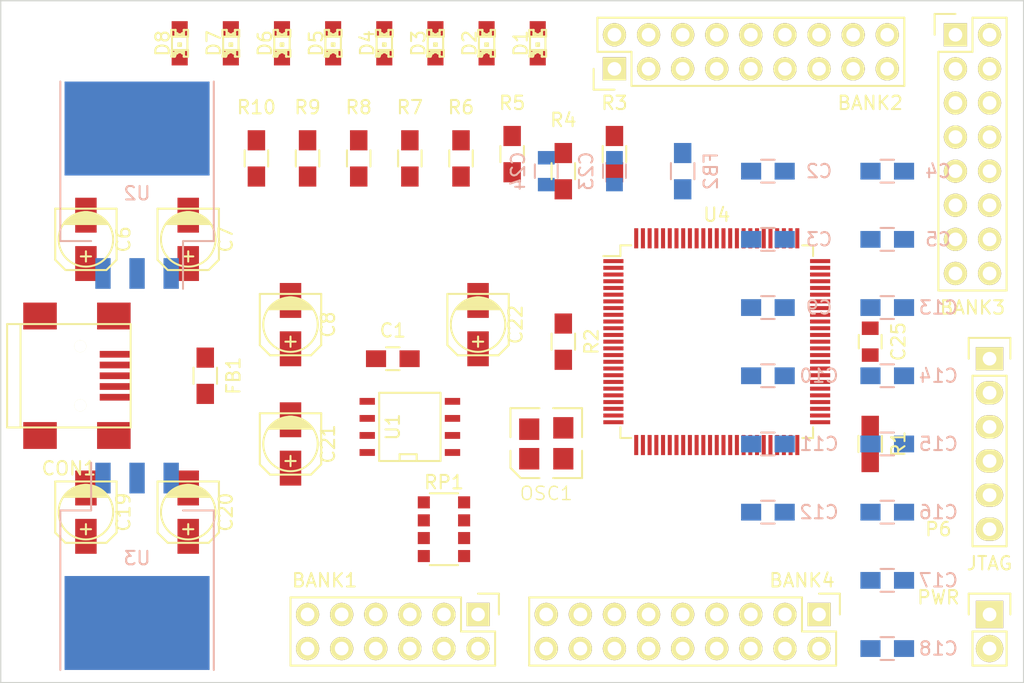
<source format=kicad_pcb>
(kicad_pcb (version 4) (host pcbnew "(2015-06-01 BZR 5694)-product")

  (general
    (links 201)
    (no_connects 201)
    (area 182.829999 55.829999 259.130001 106.730001)
    (thickness 1.6)
    (drawings 5)
    (tracks 0)
    (zones 0)
    (modules 58)
    (nets 99)
  )

  (page A4)
  (layers
    (0 F.Cu signal)
    (31 B.Cu signal)
    (32 B.Adhes user)
    (33 F.Adhes user)
    (34 B.Paste user)
    (35 F.Paste user)
    (36 B.SilkS user)
    (37 F.SilkS user)
    (38 B.Mask user)
    (39 F.Mask user)
    (40 Dwgs.User user)
    (41 Cmts.User user)
    (42 Eco1.User user)
    (43 Eco2.User user)
    (44 Edge.Cuts user)
    (45 Margin user)
    (46 B.CrtYd user)
    (47 F.CrtYd user)
    (48 B.Fab user)
    (49 F.Fab user)
  )

  (setup
    (last_trace_width 0.1524)
    (trace_clearance 0.1524)
    (zone_clearance 0.508)
    (zone_45_only no)
    (trace_min 0.1524)
    (segment_width 0.2)
    (edge_width 0.1)
    (via_size 0.635)
    (via_drill 0.3302)
    (via_min_size 0.635)
    (via_min_drill 0.3302)
    (uvia_size 0.635)
    (uvia_drill 0.3302)
    (uvias_allowed no)
    (uvia_min_size 0.635)
    (uvia_min_drill 0.3302)
    (pcb_text_width 0.3)
    (pcb_text_size 1.5 1.5)
    (mod_edge_width 0.15)
    (mod_text_size 1 1)
    (mod_text_width 0.15)
    (pad_size 1.5 1.5)
    (pad_drill 0.6)
    (pad_to_mask_clearance 0)
    (aux_axis_origin 0 0)
    (visible_elements FFFFFF7F)
    (pcbplotparams
      (layerselection 0x00030_80000001)
      (usegerberextensions false)
      (excludeedgelayer true)
      (linewidth 0.100000)
      (plotframeref false)
      (viasonmask false)
      (mode 1)
      (useauxorigin false)
      (hpglpennumber 1)
      (hpglpenspeed 20)
      (hpglpendiameter 15)
      (hpglpenoverlay 2)
      (psnegative false)
      (psa4output false)
      (plotreference true)
      (plotvalue true)
      (plotinvisibletext false)
      (padsonsilk false)
      (subtractmaskfromsilk false)
      (outputformat 1)
      (mirror false)
      (drillshape 1)
      (scaleselection 1)
      (outputdirectory ""))
  )

  (net 0 "")
  (net 1 +3.3V)
  (net 2 GND)
  (net 3 "Net-(C19-Pad1)")
  (net 4 "Net-(C6-Pad2)")
  (net 5 VPLL)
  (net 6 "Net-(CON1-Pad1)")
  (net 7 "Net-(CON1-Pad2)")
  (net 8 "Net-(CON1-Pad3)")
  (net 9 "Net-(CON1-Pad4)")
  (net 10 0B10)
  (net 11 "Net-(D1-Pad1)")
  (net 12 0B11)
  (net 13 "Net-(D2-Pad1)")
  (net 14 0B12)
  (net 15 "Net-(D3-Pad1)")
  (net 16 0B13)
  (net 17 "Net-(D4-Pad1)")
  (net 18 2B10)
  (net 19 "Net-(D5-Pad1)")
  (net 20 2B11)
  (net 21 "Net-(D6-Pad1)")
  (net 22 2B12)
  (net 23 "Net-(D7-Pad1)")
  (net 24 2B13)
  (net 25 "Net-(D8-Pad1)")
  (net 26 OSC_OE)
  (net 27 "Net-(OSC1-Pad3)")
  (net 28 0B30)
  (net 29 0B31)
  (net 30 0B32)
  (net 31 0B33)
  (net 32 0B34)
  (net 33 0B35)
  (net 34 0B36)
  (net 35 1B30)
  (net 36 1B31)
  (net 37 2B30)
  (net 38 2B31)
  (net 39 2B32)
  (net 40 2B33)
  (net 41 2B34)
  (net 42 2B35)
  (net 43 2B36)
  (net 44 1B10)
  (net 45 2B14)
  (net 46 2B15)
  (net 47 "Net-(P3-Pad12)")
  (net 48 0B20)
  (net 49 0B21)
  (net 50 0B22)
  (net 51 0B23)
  (net 52 0B24)
  (net 53 0B25)
  (net 54 1B20)
  (net 55 1B21)
  (net 56 1B22)
  (net 57 1B23)
  (net 58 2B20)
  (net 59 2B21)
  (net 60 2B22)
  (net 61 2B23)
  (net 62 2B24)
  (net 63 2B25)
  (net 64 2B26)
  (net 65 "Net-(P4-Pad18)")
  (net 66 0B40)
  (net 67 0B41)
  (net 68 0B42)
  (net 69 0B43)
  (net 70 0B44)
  (net 71 0B45)
  (net 72 1B40)
  (net 73 1B41)
  (net 74 1B42)
  (net 75 1B43)
  (net 76 2B40)
  (net 77 2B41)
  (net 78 2B42)
  (net 79 2B43)
  (net 80 2B44)
  (net 81 2B45)
  (net 82 2B46)
  (net 83 "Net-(P5-Pad18)")
  (net 84 TDI)
  (net 85 TDO)
  (net 86 TMS)
  (net 87 TCK)
  (net 88 "Net-(R1-Pad1)")
  (net 89 "Net-(R2-Pad1)")
  (net 90 "Net-(RP1-Pad7)")
  (net 91 "Net-(RP1-Pad8)")
  (net 92 "Net-(RP1-Pad6)")
  (net 93 "Net-(U1-Pad6)")
  (net 94 "Net-(U1-Pad5)")
  (net 95 "Net-(U1-Pad2)")
  (net 96 "Net-(U1-Pad1)")
  (net 97 "Net-(U4-Pad12)")
  (net 98 VCCINT)

  (net_class Default "This is the default net class."
    (clearance 0.1524)
    (trace_width 0.1524)
    (via_dia 0.635)
    (via_drill 0.3302)
    (uvia_dia 0.635)
    (uvia_drill 0.3302)
    (add_net +3.3V)
    (add_net 0B10)
    (add_net 0B11)
    (add_net 0B12)
    (add_net 0B13)
    (add_net 0B20)
    (add_net 0B21)
    (add_net 0B22)
    (add_net 0B23)
    (add_net 0B24)
    (add_net 0B25)
    (add_net 0B30)
    (add_net 0B31)
    (add_net 0B32)
    (add_net 0B33)
    (add_net 0B34)
    (add_net 0B35)
    (add_net 0B36)
    (add_net 0B40)
    (add_net 0B41)
    (add_net 0B42)
    (add_net 0B43)
    (add_net 0B44)
    (add_net 0B45)
    (add_net 1B10)
    (add_net 1B20)
    (add_net 1B21)
    (add_net 1B22)
    (add_net 1B23)
    (add_net 1B30)
    (add_net 1B31)
    (add_net 1B40)
    (add_net 1B41)
    (add_net 1B42)
    (add_net 1B43)
    (add_net 2B10)
    (add_net 2B11)
    (add_net 2B12)
    (add_net 2B13)
    (add_net 2B14)
    (add_net 2B15)
    (add_net 2B20)
    (add_net 2B21)
    (add_net 2B22)
    (add_net 2B23)
    (add_net 2B24)
    (add_net 2B25)
    (add_net 2B26)
    (add_net 2B30)
    (add_net 2B31)
    (add_net 2B32)
    (add_net 2B33)
    (add_net 2B34)
    (add_net 2B35)
    (add_net 2B36)
    (add_net 2B40)
    (add_net 2B41)
    (add_net 2B42)
    (add_net 2B43)
    (add_net 2B44)
    (add_net 2B45)
    (add_net 2B46)
    (add_net GND)
    (add_net "Net-(C19-Pad1)")
    (add_net "Net-(C6-Pad2)")
    (add_net "Net-(CON1-Pad1)")
    (add_net "Net-(CON1-Pad2)")
    (add_net "Net-(CON1-Pad3)")
    (add_net "Net-(CON1-Pad4)")
    (add_net "Net-(D1-Pad1)")
    (add_net "Net-(D2-Pad1)")
    (add_net "Net-(D3-Pad1)")
    (add_net "Net-(D4-Pad1)")
    (add_net "Net-(D5-Pad1)")
    (add_net "Net-(D6-Pad1)")
    (add_net "Net-(D7-Pad1)")
    (add_net "Net-(D8-Pad1)")
    (add_net "Net-(OSC1-Pad3)")
    (add_net "Net-(P3-Pad12)")
    (add_net "Net-(P4-Pad18)")
    (add_net "Net-(P5-Pad18)")
    (add_net "Net-(R1-Pad1)")
    (add_net "Net-(R2-Pad1)")
    (add_net "Net-(RP1-Pad6)")
    (add_net "Net-(RP1-Pad7)")
    (add_net "Net-(RP1-Pad8)")
    (add_net "Net-(U1-Pad1)")
    (add_net "Net-(U1-Pad2)")
    (add_net "Net-(U1-Pad5)")
    (add_net "Net-(U1-Pad6)")
    (add_net "Net-(U4-Pad12)")
    (add_net OSC_OE)
    (add_net TCK)
    (add_net TDI)
    (add_net TDO)
    (add_net TMS)
    (add_net VCCINT)
    (add_net VPLL)
  )

  (module Capacitors_SMD:C_0805_HandSoldering (layer F.Cu) (tedit 541A9B8D) (tstamp 55A2064C)
    (at 212.09 82.55)
    (descr "Capacitor SMD 0805, hand soldering")
    (tags "capacitor 0805")
    (path /54AB1444)
    (attr smd)
    (fp_text reference C1 (at 0 -2.1) (layer F.SilkS)
      (effects (font (size 1 1) (thickness 0.15)))
    )
    (fp_text value 10uF (at 0 2.1) (layer F.Fab)
      (effects (font (size 1 1) (thickness 0.15)))
    )
    (fp_line (start -2.3 -1) (end 2.3 -1) (layer F.CrtYd) (width 0.05))
    (fp_line (start -2.3 1) (end 2.3 1) (layer F.CrtYd) (width 0.05))
    (fp_line (start -2.3 -1) (end -2.3 1) (layer F.CrtYd) (width 0.05))
    (fp_line (start 2.3 -1) (end 2.3 1) (layer F.CrtYd) (width 0.05))
    (fp_line (start 0.5 -0.85) (end -0.5 -0.85) (layer F.SilkS) (width 0.15))
    (fp_line (start -0.5 0.85) (end 0.5 0.85) (layer F.SilkS) (width 0.15))
    (pad 1 smd rect (at -1.25 0) (size 1.5 1.25) (layers F.Cu F.Paste F.Mask)
      (net 1 +3.3V))
    (pad 2 smd rect (at 1.25 0) (size 1.5 1.25) (layers F.Cu F.Paste F.Mask)
      (net 2 GND))
    (model Capacitors_SMD.3dshapes/C_0805_HandSoldering.wrl
      (at (xyz 0 0 0))
      (scale (xyz 1 1 1))
      (rotate (xyz 0 0 0))
    )
  )

  (module Capacitors_SMD:C_0805_HandSoldering (layer B.Cu) (tedit 55A20FBA) (tstamp 55A20652)
    (at 240.03 68.58)
    (descr "Capacitor SMD 0805, hand soldering")
    (tags "capacitor 0805")
    (path /54AA7168)
    (attr smd)
    (fp_text reference C2 (at 3.81 0) (layer B.SilkS)
      (effects (font (size 1 1) (thickness 0.15)) (justify mirror))
    )
    (fp_text value 100uF (at 0 -2.1) (layer B.Fab)
      (effects (font (size 1 1) (thickness 0.15)) (justify mirror))
    )
    (fp_line (start -2.3 1) (end 2.3 1) (layer B.CrtYd) (width 0.05))
    (fp_line (start -2.3 -1) (end 2.3 -1) (layer B.CrtYd) (width 0.05))
    (fp_line (start -2.3 1) (end -2.3 -1) (layer B.CrtYd) (width 0.05))
    (fp_line (start 2.3 1) (end 2.3 -1) (layer B.CrtYd) (width 0.05))
    (fp_line (start 0.5 0.85) (end -0.5 0.85) (layer B.SilkS) (width 0.15))
    (fp_line (start -0.5 -0.85) (end 0.5 -0.85) (layer B.SilkS) (width 0.15))
    (pad 1 smd rect (at -1.25 0) (size 1.5 1.25) (layers B.Cu B.Paste B.Mask)
      (net 98 VCCINT))
    (pad 2 smd rect (at 1.25 0) (size 1.5 1.25) (layers B.Cu B.Paste B.Mask)
      (net 2 GND))
    (model Capacitors_SMD.3dshapes/C_0805_HandSoldering.wrl
      (at (xyz 0 0 0))
      (scale (xyz 1 1 1))
      (rotate (xyz 0 0 0))
    )
  )

  (module Capacitors_SMD:C_0805_HandSoldering (layer B.Cu) (tedit 55A20FBC) (tstamp 55A20658)
    (at 240.03 73.66)
    (descr "Capacitor SMD 0805, hand soldering")
    (tags "capacitor 0805")
    (path /54AA7267)
    (attr smd)
    (fp_text reference C3 (at 3.81 0) (layer B.SilkS)
      (effects (font (size 1 1) (thickness 0.15)) (justify mirror))
    )
    (fp_text value 0.01uF (at 0 -2.1) (layer B.Fab)
      (effects (font (size 1 1) (thickness 0.15)) (justify mirror))
    )
    (fp_line (start -2.3 1) (end 2.3 1) (layer B.CrtYd) (width 0.05))
    (fp_line (start -2.3 -1) (end 2.3 -1) (layer B.CrtYd) (width 0.05))
    (fp_line (start -2.3 1) (end -2.3 -1) (layer B.CrtYd) (width 0.05))
    (fp_line (start 2.3 1) (end 2.3 -1) (layer B.CrtYd) (width 0.05))
    (fp_line (start 0.5 0.85) (end -0.5 0.85) (layer B.SilkS) (width 0.15))
    (fp_line (start -0.5 -0.85) (end 0.5 -0.85) (layer B.SilkS) (width 0.15))
    (pad 1 smd rect (at -1.25 0) (size 1.5 1.25) (layers B.Cu B.Paste B.Mask)
      (net 98 VCCINT))
    (pad 2 smd rect (at 1.25 0) (size 1.5 1.25) (layers B.Cu B.Paste B.Mask)
      (net 2 GND))
    (model Capacitors_SMD.3dshapes/C_0805_HandSoldering.wrl
      (at (xyz 0 0 0))
      (scale (xyz 1 1 1))
      (rotate (xyz 0 0 0))
    )
  )

  (module Capacitors_SMD:C_0805_HandSoldering (layer B.Cu) (tedit 55A20FCE) (tstamp 55A2065E)
    (at 248.92 68.58)
    (descr "Capacitor SMD 0805, hand soldering")
    (tags "capacitor 0805")
    (path /54AAD138)
    (attr smd)
    (fp_text reference C4 (at 3.81 0) (layer B.SilkS)
      (effects (font (size 1 1) (thickness 0.15)) (justify mirror))
    )
    (fp_text value 100uF (at 0 -2.1) (layer B.Fab)
      (effects (font (size 1 1) (thickness 0.15)) (justify mirror))
    )
    (fp_line (start -2.3 1) (end 2.3 1) (layer B.CrtYd) (width 0.05))
    (fp_line (start -2.3 -1) (end 2.3 -1) (layer B.CrtYd) (width 0.05))
    (fp_line (start -2.3 1) (end -2.3 -1) (layer B.CrtYd) (width 0.05))
    (fp_line (start 2.3 1) (end 2.3 -1) (layer B.CrtYd) (width 0.05))
    (fp_line (start 0.5 0.85) (end -0.5 0.85) (layer B.SilkS) (width 0.15))
    (fp_line (start -0.5 -0.85) (end 0.5 -0.85) (layer B.SilkS) (width 0.15))
    (pad 1 smd rect (at -1.25 0) (size 1.5 1.25) (layers B.Cu B.Paste B.Mask)
      (net 1 +3.3V))
    (pad 2 smd rect (at 1.25 0) (size 1.5 1.25) (layers B.Cu B.Paste B.Mask)
      (net 2 GND))
    (model Capacitors_SMD.3dshapes/C_0805_HandSoldering.wrl
      (at (xyz 0 0 0))
      (scale (xyz 1 1 1))
      (rotate (xyz 0 0 0))
    )
  )

  (module Capacitors_SMD:C_0805_HandSoldering (layer B.Cu) (tedit 55A20FD0) (tstamp 55A20664)
    (at 248.92 73.66)
    (descr "Capacitor SMD 0805, hand soldering")
    (tags "capacitor 0805")
    (path /54AAD108)
    (attr smd)
    (fp_text reference C5 (at 3.81 0) (layer B.SilkS)
      (effects (font (size 1 1) (thickness 0.15)) (justify mirror))
    )
    (fp_text value 0.01uF (at 0 -2.1) (layer B.Fab)
      (effects (font (size 1 1) (thickness 0.15)) (justify mirror))
    )
    (fp_line (start -2.3 1) (end 2.3 1) (layer B.CrtYd) (width 0.05))
    (fp_line (start -2.3 -1) (end 2.3 -1) (layer B.CrtYd) (width 0.05))
    (fp_line (start -2.3 1) (end -2.3 -1) (layer B.CrtYd) (width 0.05))
    (fp_line (start 2.3 1) (end 2.3 -1) (layer B.CrtYd) (width 0.05))
    (fp_line (start 0.5 0.85) (end -0.5 0.85) (layer B.SilkS) (width 0.15))
    (fp_line (start -0.5 -0.85) (end 0.5 -0.85) (layer B.SilkS) (width 0.15))
    (pad 1 smd rect (at -1.25 0) (size 1.5 1.25) (layers B.Cu B.Paste B.Mask)
      (net 1 +3.3V))
    (pad 2 smd rect (at 1.25 0) (size 1.5 1.25) (layers B.Cu B.Paste B.Mask)
      (net 2 GND))
    (model Capacitors_SMD.3dshapes/C_0805_HandSoldering.wrl
      (at (xyz 0 0 0))
      (scale (xyz 1 1 1))
      (rotate (xyz 0 0 0))
    )
  )

  (module Capacitors_SMD:c_elec_4x4.5 (layer F.Cu) (tedit 0) (tstamp 55A2066A)
    (at 189.23 73.66 270)
    (descr "SMT capacitor, aluminium electrolytic, 4x4.5")
    (path /54A860A6)
    (fp_text reference C6 (at 0 -2.794 270) (layer F.SilkS)
      (effects (font (size 1 1) (thickness 0.15)))
    )
    (fp_text value 10uF (at 0 2.794 270) (layer F.Fab)
      (effects (font (size 1 1) (thickness 0.15)))
    )
    (fp_line (start 1.651 0) (end 0.889 0) (layer F.SilkS) (width 0.15))
    (fp_line (start 1.27 -0.381) (end 1.27 0.381) (layer F.SilkS) (width 0.15))
    (fp_line (start 1.524 2.286) (end -2.286 2.286) (layer F.SilkS) (width 0.15))
    (fp_line (start 2.286 -1.524) (end 2.286 1.524) (layer F.SilkS) (width 0.15))
    (fp_line (start 1.524 2.286) (end 2.286 1.524) (layer F.SilkS) (width 0.15))
    (fp_line (start 1.524 -2.286) (end -2.286 -2.286) (layer F.SilkS) (width 0.15))
    (fp_line (start 1.524 -2.286) (end 2.286 -1.524) (layer F.SilkS) (width 0.15))
    (fp_line (start -2.032 0.127) (end -2.032 -0.127) (layer F.SilkS) (width 0.15))
    (fp_line (start -1.905 -0.635) (end -1.905 0.635) (layer F.SilkS) (width 0.15))
    (fp_line (start -1.778 0.889) (end -1.778 -0.889) (layer F.SilkS) (width 0.15))
    (fp_line (start -1.651 1.143) (end -1.651 -1.143) (layer F.SilkS) (width 0.15))
    (fp_line (start -1.524 -1.27) (end -1.524 1.27) (layer F.SilkS) (width 0.15))
    (fp_line (start -1.397 1.397) (end -1.397 -1.397) (layer F.SilkS) (width 0.15))
    (fp_line (start -1.27 -1.524) (end -1.27 1.524) (layer F.SilkS) (width 0.15))
    (fp_line (start -1.143 -1.651) (end -1.143 1.651) (layer F.SilkS) (width 0.15))
    (fp_circle (center 0 0) (end -2.032 0) (layer F.SilkS) (width 0.15))
    (fp_line (start -2.286 -2.286) (end -2.286 2.286) (layer F.SilkS) (width 0.15))
    (pad 1 smd rect (at 1.80086 0 270) (size 2.60096 1.6002) (layers F.Cu F.Paste F.Mask)
      (net 3 "Net-(C19-Pad1)"))
    (pad 2 smd rect (at -1.80086 0 270) (size 2.60096 1.6002) (layers F.Cu F.Paste F.Mask)
      (net 4 "Net-(C6-Pad2)"))
    (model Capacitors_SMD.3dshapes/c_elec_4x4.5.wrl
      (at (xyz 0 0 0))
      (scale (xyz 1 1 1))
      (rotate (xyz 0 0 0))
    )
  )

  (module Capacitors_SMD:c_elec_4x4.5 (layer F.Cu) (tedit 0) (tstamp 55A20670)
    (at 196.85 73.66 270)
    (descr "SMT capacitor, aluminium electrolytic, 4x4.5")
    (path /54A8610D)
    (fp_text reference C7 (at 0 -2.794 270) (layer F.SilkS)
      (effects (font (size 1 1) (thickness 0.15)))
    )
    (fp_text value 1000uF (at 0 2.794 270) (layer F.Fab)
      (effects (font (size 1 1) (thickness 0.15)))
    )
    (fp_line (start 1.651 0) (end 0.889 0) (layer F.SilkS) (width 0.15))
    (fp_line (start 1.27 -0.381) (end 1.27 0.381) (layer F.SilkS) (width 0.15))
    (fp_line (start 1.524 2.286) (end -2.286 2.286) (layer F.SilkS) (width 0.15))
    (fp_line (start 2.286 -1.524) (end 2.286 1.524) (layer F.SilkS) (width 0.15))
    (fp_line (start 1.524 2.286) (end 2.286 1.524) (layer F.SilkS) (width 0.15))
    (fp_line (start 1.524 -2.286) (end -2.286 -2.286) (layer F.SilkS) (width 0.15))
    (fp_line (start 1.524 -2.286) (end 2.286 -1.524) (layer F.SilkS) (width 0.15))
    (fp_line (start -2.032 0.127) (end -2.032 -0.127) (layer F.SilkS) (width 0.15))
    (fp_line (start -1.905 -0.635) (end -1.905 0.635) (layer F.SilkS) (width 0.15))
    (fp_line (start -1.778 0.889) (end -1.778 -0.889) (layer F.SilkS) (width 0.15))
    (fp_line (start -1.651 1.143) (end -1.651 -1.143) (layer F.SilkS) (width 0.15))
    (fp_line (start -1.524 -1.27) (end -1.524 1.27) (layer F.SilkS) (width 0.15))
    (fp_line (start -1.397 1.397) (end -1.397 -1.397) (layer F.SilkS) (width 0.15))
    (fp_line (start -1.27 -1.524) (end -1.27 1.524) (layer F.SilkS) (width 0.15))
    (fp_line (start -1.143 -1.651) (end -1.143 1.651) (layer F.SilkS) (width 0.15))
    (fp_circle (center 0 0) (end -2.032 0) (layer F.SilkS) (width 0.15))
    (fp_line (start -2.286 -2.286) (end -2.286 2.286) (layer F.SilkS) (width 0.15))
    (pad 1 smd rect (at 1.80086 0 270) (size 2.60096 1.6002) (layers F.Cu F.Paste F.Mask)
      (net 98 VCCINT))
    (pad 2 smd rect (at -1.80086 0 270) (size 2.60096 1.6002) (layers F.Cu F.Paste F.Mask)
      (net 4 "Net-(C6-Pad2)"))
    (model Capacitors_SMD.3dshapes/c_elec_4x4.5.wrl
      (at (xyz 0 0 0))
      (scale (xyz 1 1 1))
      (rotate (xyz 0 0 0))
    )
  )

  (module Capacitors_SMD:c_elec_4x4.5 (layer F.Cu) (tedit 0) (tstamp 55A20676)
    (at 204.47 80.01 270)
    (descr "SMT capacitor, aluminium electrolytic, 4x4.5")
    (path /54AA7593)
    (fp_text reference C8 (at 0 -2.794 270) (layer F.SilkS)
      (effects (font (size 1 1) (thickness 0.15)))
    )
    (fp_text value 10uF (at 0 2.794 270) (layer F.Fab)
      (effects (font (size 1 1) (thickness 0.15)))
    )
    (fp_line (start 1.651 0) (end 0.889 0) (layer F.SilkS) (width 0.15))
    (fp_line (start 1.27 -0.381) (end 1.27 0.381) (layer F.SilkS) (width 0.15))
    (fp_line (start 1.524 2.286) (end -2.286 2.286) (layer F.SilkS) (width 0.15))
    (fp_line (start 2.286 -1.524) (end 2.286 1.524) (layer F.SilkS) (width 0.15))
    (fp_line (start 1.524 2.286) (end 2.286 1.524) (layer F.SilkS) (width 0.15))
    (fp_line (start 1.524 -2.286) (end -2.286 -2.286) (layer F.SilkS) (width 0.15))
    (fp_line (start 1.524 -2.286) (end 2.286 -1.524) (layer F.SilkS) (width 0.15))
    (fp_line (start -2.032 0.127) (end -2.032 -0.127) (layer F.SilkS) (width 0.15))
    (fp_line (start -1.905 -0.635) (end -1.905 0.635) (layer F.SilkS) (width 0.15))
    (fp_line (start -1.778 0.889) (end -1.778 -0.889) (layer F.SilkS) (width 0.15))
    (fp_line (start -1.651 1.143) (end -1.651 -1.143) (layer F.SilkS) (width 0.15))
    (fp_line (start -1.524 -1.27) (end -1.524 1.27) (layer F.SilkS) (width 0.15))
    (fp_line (start -1.397 1.397) (end -1.397 -1.397) (layer F.SilkS) (width 0.15))
    (fp_line (start -1.27 -1.524) (end -1.27 1.524) (layer F.SilkS) (width 0.15))
    (fp_line (start -1.143 -1.651) (end -1.143 1.651) (layer F.SilkS) (width 0.15))
    (fp_circle (center 0 0) (end -2.032 0) (layer F.SilkS) (width 0.15))
    (fp_line (start -2.286 -2.286) (end -2.286 2.286) (layer F.SilkS) (width 0.15))
    (pad 1 smd rect (at 1.80086 0 270) (size 2.60096 1.6002) (layers F.Cu F.Paste F.Mask)
      (net 98 VCCINT))
    (pad 2 smd rect (at -1.80086 0 270) (size 2.60096 1.6002) (layers F.Cu F.Paste F.Mask)
      (net 4 "Net-(C6-Pad2)"))
    (model Capacitors_SMD.3dshapes/c_elec_4x4.5.wrl
      (at (xyz 0 0 0))
      (scale (xyz 1 1 1))
      (rotate (xyz 0 0 0))
    )
  )

  (module Capacitors_SMD:C_0805_HandSoldering (layer B.Cu) (tedit 55A20FBF) (tstamp 55A2067C)
    (at 240.03 78.74)
    (descr "Capacitor SMD 0805, hand soldering")
    (tags "capacitor 0805")
    (path /54AA8112)
    (attr smd)
    (fp_text reference C9 (at 3.81 0) (layer B.SilkS)
      (effects (font (size 1 1) (thickness 0.15)) (justify mirror))
    )
    (fp_text value 0.2uF (at 0 -2.1) (layer B.Fab)
      (effects (font (size 1 1) (thickness 0.15)) (justify mirror))
    )
    (fp_line (start -2.3 1) (end 2.3 1) (layer B.CrtYd) (width 0.05))
    (fp_line (start -2.3 -1) (end 2.3 -1) (layer B.CrtYd) (width 0.05))
    (fp_line (start -2.3 1) (end -2.3 -1) (layer B.CrtYd) (width 0.05))
    (fp_line (start 2.3 1) (end 2.3 -1) (layer B.CrtYd) (width 0.05))
    (fp_line (start 0.5 0.85) (end -0.5 0.85) (layer B.SilkS) (width 0.15))
    (fp_line (start -0.5 -0.85) (end 0.5 -0.85) (layer B.SilkS) (width 0.15))
    (pad 1 smd rect (at -1.25 0) (size 1.5 1.25) (layers B.Cu B.Paste B.Mask)
      (net 98 VCCINT))
    (pad 2 smd rect (at 1.25 0) (size 1.5 1.25) (layers B.Cu B.Paste B.Mask)
      (net 2 GND))
    (model Capacitors_SMD.3dshapes/C_0805_HandSoldering.wrl
      (at (xyz 0 0 0))
      (scale (xyz 1 1 1))
      (rotate (xyz 0 0 0))
    )
  )

  (module Capacitors_SMD:C_0805_HandSoldering (layer B.Cu) (tedit 55A20FCC) (tstamp 55A20682)
    (at 240.03 83.82)
    (descr "Capacitor SMD 0805, hand soldering")
    (tags "capacitor 0805")
    (path /54AA7E5E)
    (attr smd)
    (fp_text reference C10 (at 3.81 0) (layer B.SilkS)
      (effects (font (size 1 1) (thickness 0.15)) (justify mirror))
    )
    (fp_text value 0.2uF (at 0 -2.1) (layer B.Fab)
      (effects (font (size 1 1) (thickness 0.15)) (justify mirror))
    )
    (fp_line (start -2.3 1) (end 2.3 1) (layer B.CrtYd) (width 0.05))
    (fp_line (start -2.3 -1) (end 2.3 -1) (layer B.CrtYd) (width 0.05))
    (fp_line (start -2.3 1) (end -2.3 -1) (layer B.CrtYd) (width 0.05))
    (fp_line (start 2.3 1) (end 2.3 -1) (layer B.CrtYd) (width 0.05))
    (fp_line (start 0.5 0.85) (end -0.5 0.85) (layer B.SilkS) (width 0.15))
    (fp_line (start -0.5 -0.85) (end 0.5 -0.85) (layer B.SilkS) (width 0.15))
    (pad 1 smd rect (at -1.25 0) (size 1.5 1.25) (layers B.Cu B.Paste B.Mask)
      (net 98 VCCINT))
    (pad 2 smd rect (at 1.25 0) (size 1.5 1.25) (layers B.Cu B.Paste B.Mask)
      (net 2 GND))
    (model Capacitors_SMD.3dshapes/C_0805_HandSoldering.wrl
      (at (xyz 0 0 0))
      (scale (xyz 1 1 1))
      (rotate (xyz 0 0 0))
    )
  )

  (module Capacitors_SMD:C_0805_HandSoldering (layer B.Cu) (tedit 55A20FC4) (tstamp 55A20688)
    (at 240.03 88.9)
    (descr "Capacitor SMD 0805, hand soldering")
    (tags "capacitor 0805")
    (path /54AA81C4)
    (attr smd)
    (fp_text reference C11 (at 3.81 0) (layer B.SilkS)
      (effects (font (size 1 1) (thickness 0.15)) (justify mirror))
    )
    (fp_text value 0.2uF (at 0 -2.1) (layer B.Fab)
      (effects (font (size 1 1) (thickness 0.15)) (justify mirror))
    )
    (fp_line (start -2.3 1) (end 2.3 1) (layer B.CrtYd) (width 0.05))
    (fp_line (start -2.3 -1) (end 2.3 -1) (layer B.CrtYd) (width 0.05))
    (fp_line (start -2.3 1) (end -2.3 -1) (layer B.CrtYd) (width 0.05))
    (fp_line (start 2.3 1) (end 2.3 -1) (layer B.CrtYd) (width 0.05))
    (fp_line (start 0.5 0.85) (end -0.5 0.85) (layer B.SilkS) (width 0.15))
    (fp_line (start -0.5 -0.85) (end 0.5 -0.85) (layer B.SilkS) (width 0.15))
    (pad 1 smd rect (at -1.25 0) (size 1.5 1.25) (layers B.Cu B.Paste B.Mask)
      (net 98 VCCINT))
    (pad 2 smd rect (at 1.25 0) (size 1.5 1.25) (layers B.Cu B.Paste B.Mask)
      (net 2 GND))
    (model Capacitors_SMD.3dshapes/C_0805_HandSoldering.wrl
      (at (xyz 0 0 0))
      (scale (xyz 1 1 1))
      (rotate (xyz 0 0 0))
    )
  )

  (module Capacitors_SMD:C_0805_HandSoldering (layer B.Cu) (tedit 55A20FC7) (tstamp 55A2068E)
    (at 240.03 93.98)
    (descr "Capacitor SMD 0805, hand soldering")
    (tags "capacitor 0805")
    (path /54AA820F)
    (attr smd)
    (fp_text reference C12 (at 3.81 0) (layer B.SilkS)
      (effects (font (size 1 1) (thickness 0.15)) (justify mirror))
    )
    (fp_text value 0.2uF (at 0 -2.1) (layer B.Fab)
      (effects (font (size 1 1) (thickness 0.15)) (justify mirror))
    )
    (fp_line (start -2.3 1) (end 2.3 1) (layer B.CrtYd) (width 0.05))
    (fp_line (start -2.3 -1) (end 2.3 -1) (layer B.CrtYd) (width 0.05))
    (fp_line (start -2.3 1) (end -2.3 -1) (layer B.CrtYd) (width 0.05))
    (fp_line (start 2.3 1) (end 2.3 -1) (layer B.CrtYd) (width 0.05))
    (fp_line (start 0.5 0.85) (end -0.5 0.85) (layer B.SilkS) (width 0.15))
    (fp_line (start -0.5 -0.85) (end 0.5 -0.85) (layer B.SilkS) (width 0.15))
    (pad 1 smd rect (at -1.25 0) (size 1.5 1.25) (layers B.Cu B.Paste B.Mask)
      (net 98 VCCINT))
    (pad 2 smd rect (at 1.25 0) (size 1.5 1.25) (layers B.Cu B.Paste B.Mask)
      (net 2 GND))
    (model Capacitors_SMD.3dshapes/C_0805_HandSoldering.wrl
      (at (xyz 0 0 0))
      (scale (xyz 1 1 1))
      (rotate (xyz 0 0 0))
    )
  )

  (module Capacitors_SMD:C_0805_HandSoldering (layer B.Cu) (tedit 55A20FD2) (tstamp 55A20694)
    (at 248.92 78.74)
    (descr "Capacitor SMD 0805, hand soldering")
    (tags "capacitor 0805")
    (path /54AAD11A)
    (attr smd)
    (fp_text reference C13 (at 3.81 0) (layer B.SilkS)
      (effects (font (size 1 1) (thickness 0.15)) (justify mirror))
    )
    (fp_text value 0.2uF (at 0 -2.1) (layer B.Fab)
      (effects (font (size 1 1) (thickness 0.15)) (justify mirror))
    )
    (fp_line (start -2.3 1) (end 2.3 1) (layer B.CrtYd) (width 0.05))
    (fp_line (start -2.3 -1) (end 2.3 -1) (layer B.CrtYd) (width 0.05))
    (fp_line (start -2.3 1) (end -2.3 -1) (layer B.CrtYd) (width 0.05))
    (fp_line (start 2.3 1) (end 2.3 -1) (layer B.CrtYd) (width 0.05))
    (fp_line (start 0.5 0.85) (end -0.5 0.85) (layer B.SilkS) (width 0.15))
    (fp_line (start -0.5 -0.85) (end 0.5 -0.85) (layer B.SilkS) (width 0.15))
    (pad 1 smd rect (at -1.25 0) (size 1.5 1.25) (layers B.Cu B.Paste B.Mask)
      (net 1 +3.3V))
    (pad 2 smd rect (at 1.25 0) (size 1.5 1.25) (layers B.Cu B.Paste B.Mask)
      (net 2 GND))
    (model Capacitors_SMD.3dshapes/C_0805_HandSoldering.wrl
      (at (xyz 0 0 0))
      (scale (xyz 1 1 1))
      (rotate (xyz 0 0 0))
    )
  )

  (module Capacitors_SMD:C_0805_HandSoldering (layer B.Cu) (tedit 55A20FD4) (tstamp 55A2069A)
    (at 248.92 83.82)
    (descr "Capacitor SMD 0805, hand soldering")
    (tags "capacitor 0805")
    (path /54AAD114)
    (attr smd)
    (fp_text reference C14 (at 3.81 0) (layer B.SilkS)
      (effects (font (size 1 1) (thickness 0.15)) (justify mirror))
    )
    (fp_text value 0.2uF (at 0 -2.1) (layer B.Fab)
      (effects (font (size 1 1) (thickness 0.15)) (justify mirror))
    )
    (fp_line (start -2.3 1) (end 2.3 1) (layer B.CrtYd) (width 0.05))
    (fp_line (start -2.3 -1) (end 2.3 -1) (layer B.CrtYd) (width 0.05))
    (fp_line (start -2.3 1) (end -2.3 -1) (layer B.CrtYd) (width 0.05))
    (fp_line (start 2.3 1) (end 2.3 -1) (layer B.CrtYd) (width 0.05))
    (fp_line (start 0.5 0.85) (end -0.5 0.85) (layer B.SilkS) (width 0.15))
    (fp_line (start -0.5 -0.85) (end 0.5 -0.85) (layer B.SilkS) (width 0.15))
    (pad 1 smd rect (at -1.25 0) (size 1.5 1.25) (layers B.Cu B.Paste B.Mask)
      (net 1 +3.3V))
    (pad 2 smd rect (at 1.25 0) (size 1.5 1.25) (layers B.Cu B.Paste B.Mask)
      (net 2 GND))
    (model Capacitors_SMD.3dshapes/C_0805_HandSoldering.wrl
      (at (xyz 0 0 0))
      (scale (xyz 1 1 1))
      (rotate (xyz 0 0 0))
    )
  )

  (module Capacitors_SMD:C_0805_HandSoldering (layer B.Cu) (tedit 55A20FD5) (tstamp 55A206A0)
    (at 248.92 88.9)
    (descr "Capacitor SMD 0805, hand soldering")
    (tags "capacitor 0805")
    (path /54AAD120)
    (attr smd)
    (fp_text reference C15 (at 3.81 0) (layer B.SilkS)
      (effects (font (size 1 1) (thickness 0.15)) (justify mirror))
    )
    (fp_text value 0.2uF (at 0 -2.1) (layer B.Fab)
      (effects (font (size 1 1) (thickness 0.15)) (justify mirror))
    )
    (fp_line (start -2.3 1) (end 2.3 1) (layer B.CrtYd) (width 0.05))
    (fp_line (start -2.3 -1) (end 2.3 -1) (layer B.CrtYd) (width 0.05))
    (fp_line (start -2.3 1) (end -2.3 -1) (layer B.CrtYd) (width 0.05))
    (fp_line (start 2.3 1) (end 2.3 -1) (layer B.CrtYd) (width 0.05))
    (fp_line (start 0.5 0.85) (end -0.5 0.85) (layer B.SilkS) (width 0.15))
    (fp_line (start -0.5 -0.85) (end 0.5 -0.85) (layer B.SilkS) (width 0.15))
    (pad 1 smd rect (at -1.25 0) (size 1.5 1.25) (layers B.Cu B.Paste B.Mask)
      (net 1 +3.3V))
    (pad 2 smd rect (at 1.25 0) (size 1.5 1.25) (layers B.Cu B.Paste B.Mask)
      (net 2 GND))
    (model Capacitors_SMD.3dshapes/C_0805_HandSoldering.wrl
      (at (xyz 0 0 0))
      (scale (xyz 1 1 1))
      (rotate (xyz 0 0 0))
    )
  )

  (module Capacitors_SMD:C_0805_HandSoldering (layer B.Cu) (tedit 55A20FD8) (tstamp 55A206A6)
    (at 248.92 93.98)
    (descr "Capacitor SMD 0805, hand soldering")
    (tags "capacitor 0805")
    (path /54AAD126)
    (attr smd)
    (fp_text reference C16 (at 3.81 0) (layer B.SilkS)
      (effects (font (size 1 1) (thickness 0.15)) (justify mirror))
    )
    (fp_text value 0.2uF (at 0 -2.1) (layer B.Fab)
      (effects (font (size 1 1) (thickness 0.15)) (justify mirror))
    )
    (fp_line (start -2.3 1) (end 2.3 1) (layer B.CrtYd) (width 0.05))
    (fp_line (start -2.3 -1) (end 2.3 -1) (layer B.CrtYd) (width 0.05))
    (fp_line (start -2.3 1) (end -2.3 -1) (layer B.CrtYd) (width 0.05))
    (fp_line (start 2.3 1) (end 2.3 -1) (layer B.CrtYd) (width 0.05))
    (fp_line (start 0.5 0.85) (end -0.5 0.85) (layer B.SilkS) (width 0.15))
    (fp_line (start -0.5 -0.85) (end 0.5 -0.85) (layer B.SilkS) (width 0.15))
    (pad 1 smd rect (at -1.25 0) (size 1.5 1.25) (layers B.Cu B.Paste B.Mask)
      (net 1 +3.3V))
    (pad 2 smd rect (at 1.25 0) (size 1.5 1.25) (layers B.Cu B.Paste B.Mask)
      (net 2 GND))
    (model Capacitors_SMD.3dshapes/C_0805_HandSoldering.wrl
      (at (xyz 0 0 0))
      (scale (xyz 1 1 1))
      (rotate (xyz 0 0 0))
    )
  )

  (module Capacitors_SMD:C_0805_HandSoldering (layer B.Cu) (tedit 55A20FDA) (tstamp 55A206AC)
    (at 248.92 99.06)
    (descr "Capacitor SMD 0805, hand soldering")
    (tags "capacitor 0805")
    (path /54AAECB4)
    (attr smd)
    (fp_text reference C17 (at 3.81 0) (layer B.SilkS)
      (effects (font (size 1 1) (thickness 0.15)) (justify mirror))
    )
    (fp_text value 0.2uF (at 0 -2.1) (layer B.Fab)
      (effects (font (size 1 1) (thickness 0.15)) (justify mirror))
    )
    (fp_line (start -2.3 1) (end 2.3 1) (layer B.CrtYd) (width 0.05))
    (fp_line (start -2.3 -1) (end 2.3 -1) (layer B.CrtYd) (width 0.05))
    (fp_line (start -2.3 1) (end -2.3 -1) (layer B.CrtYd) (width 0.05))
    (fp_line (start 2.3 1) (end 2.3 -1) (layer B.CrtYd) (width 0.05))
    (fp_line (start 0.5 0.85) (end -0.5 0.85) (layer B.SilkS) (width 0.15))
    (fp_line (start -0.5 -0.85) (end 0.5 -0.85) (layer B.SilkS) (width 0.15))
    (pad 1 smd rect (at -1.25 0) (size 1.5 1.25) (layers B.Cu B.Paste B.Mask)
      (net 1 +3.3V))
    (pad 2 smd rect (at 1.25 0) (size 1.5 1.25) (layers B.Cu B.Paste B.Mask)
      (net 2 GND))
    (model Capacitors_SMD.3dshapes/C_0805_HandSoldering.wrl
      (at (xyz 0 0 0))
      (scale (xyz 1 1 1))
      (rotate (xyz 0 0 0))
    )
  )

  (module Capacitors_SMD:C_0805_HandSoldering (layer B.Cu) (tedit 55A20FDC) (tstamp 55A206B2)
    (at 248.92 104.14)
    (descr "Capacitor SMD 0805, hand soldering")
    (tags "capacitor 0805")
    (path /54AAED0F)
    (attr smd)
    (fp_text reference C18 (at 3.81 0) (layer B.SilkS)
      (effects (font (size 1 1) (thickness 0.15)) (justify mirror))
    )
    (fp_text value 0.2uF (at 0 -2.1) (layer B.Fab)
      (effects (font (size 1 1) (thickness 0.15)) (justify mirror))
    )
    (fp_line (start -2.3 1) (end 2.3 1) (layer B.CrtYd) (width 0.05))
    (fp_line (start -2.3 -1) (end 2.3 -1) (layer B.CrtYd) (width 0.05))
    (fp_line (start -2.3 1) (end -2.3 -1) (layer B.CrtYd) (width 0.05))
    (fp_line (start 2.3 1) (end 2.3 -1) (layer B.CrtYd) (width 0.05))
    (fp_line (start 0.5 0.85) (end -0.5 0.85) (layer B.SilkS) (width 0.15))
    (fp_line (start -0.5 -0.85) (end 0.5 -0.85) (layer B.SilkS) (width 0.15))
    (pad 1 smd rect (at -1.25 0) (size 1.5 1.25) (layers B.Cu B.Paste B.Mask)
      (net 1 +3.3V))
    (pad 2 smd rect (at 1.25 0) (size 1.5 1.25) (layers B.Cu B.Paste B.Mask)
      (net 2 GND))
    (model Capacitors_SMD.3dshapes/C_0805_HandSoldering.wrl
      (at (xyz 0 0 0))
      (scale (xyz 1 1 1))
      (rotate (xyz 0 0 0))
    )
  )

  (module Capacitors_SMD:c_elec_4x5.3 (layer F.Cu) (tedit 0) (tstamp 55A206B8)
    (at 189.23 93.98 270)
    (descr "SMT capacitor, aluminium electrolytic, 4x5.3")
    (path /549CEA91)
    (fp_text reference C19 (at 0 -2.794 270) (layer F.SilkS)
      (effects (font (size 1 1) (thickness 0.15)))
    )
    (fp_text value 10uF (at 0 2.794 270) (layer F.Fab)
      (effects (font (size 1 1) (thickness 0.15)))
    )
    (fp_line (start 1.651 0) (end 0.889 0) (layer F.SilkS) (width 0.15))
    (fp_line (start 1.27 -0.381) (end 1.27 0.381) (layer F.SilkS) (width 0.15))
    (fp_line (start 1.524 2.286) (end -2.286 2.286) (layer F.SilkS) (width 0.15))
    (fp_line (start 2.286 -1.524) (end 2.286 1.524) (layer F.SilkS) (width 0.15))
    (fp_line (start 1.524 2.286) (end 2.286 1.524) (layer F.SilkS) (width 0.15))
    (fp_line (start 1.524 -2.286) (end -2.286 -2.286) (layer F.SilkS) (width 0.15))
    (fp_line (start 1.524 -2.286) (end 2.286 -1.524) (layer F.SilkS) (width 0.15))
    (fp_line (start -2.032 0.127) (end -2.032 -0.127) (layer F.SilkS) (width 0.15))
    (fp_line (start -1.905 -0.635) (end -1.905 0.635) (layer F.SilkS) (width 0.15))
    (fp_line (start -1.778 0.889) (end -1.778 -0.889) (layer F.SilkS) (width 0.15))
    (fp_line (start -1.651 1.143) (end -1.651 -1.143) (layer F.SilkS) (width 0.15))
    (fp_line (start -1.524 -1.27) (end -1.524 1.27) (layer F.SilkS) (width 0.15))
    (fp_line (start -1.397 1.397) (end -1.397 -1.397) (layer F.SilkS) (width 0.15))
    (fp_line (start -1.27 -1.524) (end -1.27 1.524) (layer F.SilkS) (width 0.15))
    (fp_line (start -1.143 -1.651) (end -1.143 1.651) (layer F.SilkS) (width 0.15))
    (fp_circle (center 0 0) (end -2.032 0) (layer F.SilkS) (width 0.15))
    (fp_line (start -2.286 -2.286) (end -2.286 2.286) (layer F.SilkS) (width 0.15))
    (pad 1 smd rect (at 1.80086 0 270) (size 2.60096 1.6002) (layers F.Cu F.Paste F.Mask)
      (net 3 "Net-(C19-Pad1)"))
    (pad 2 smd rect (at -1.80086 0 270) (size 2.60096 1.6002) (layers F.Cu F.Paste F.Mask)
      (net 2 GND))
    (model Capacitors_SMD.3dshapes/c_elec_4x5.3.wrl
      (at (xyz 0 0 0))
      (scale (xyz 1 1 1))
      (rotate (xyz 0 0 0))
    )
  )

  (module Capacitors_SMD:c_elec_4x5.3 (layer F.Cu) (tedit 0) (tstamp 55A206BE)
    (at 196.85 93.98 270)
    (descr "SMT capacitor, aluminium electrolytic, 4x5.3")
    (path /549CEB8C)
    (fp_text reference C20 (at 0 -2.794 270) (layer F.SilkS)
      (effects (font (size 1 1) (thickness 0.15)))
    )
    (fp_text value 1000uF (at 0 2.794 270) (layer F.Fab)
      (effects (font (size 1 1) (thickness 0.15)))
    )
    (fp_line (start 1.651 0) (end 0.889 0) (layer F.SilkS) (width 0.15))
    (fp_line (start 1.27 -0.381) (end 1.27 0.381) (layer F.SilkS) (width 0.15))
    (fp_line (start 1.524 2.286) (end -2.286 2.286) (layer F.SilkS) (width 0.15))
    (fp_line (start 2.286 -1.524) (end 2.286 1.524) (layer F.SilkS) (width 0.15))
    (fp_line (start 1.524 2.286) (end 2.286 1.524) (layer F.SilkS) (width 0.15))
    (fp_line (start 1.524 -2.286) (end -2.286 -2.286) (layer F.SilkS) (width 0.15))
    (fp_line (start 1.524 -2.286) (end 2.286 -1.524) (layer F.SilkS) (width 0.15))
    (fp_line (start -2.032 0.127) (end -2.032 -0.127) (layer F.SilkS) (width 0.15))
    (fp_line (start -1.905 -0.635) (end -1.905 0.635) (layer F.SilkS) (width 0.15))
    (fp_line (start -1.778 0.889) (end -1.778 -0.889) (layer F.SilkS) (width 0.15))
    (fp_line (start -1.651 1.143) (end -1.651 -1.143) (layer F.SilkS) (width 0.15))
    (fp_line (start -1.524 -1.27) (end -1.524 1.27) (layer F.SilkS) (width 0.15))
    (fp_line (start -1.397 1.397) (end -1.397 -1.397) (layer F.SilkS) (width 0.15))
    (fp_line (start -1.27 -1.524) (end -1.27 1.524) (layer F.SilkS) (width 0.15))
    (fp_line (start -1.143 -1.651) (end -1.143 1.651) (layer F.SilkS) (width 0.15))
    (fp_circle (center 0 0) (end -2.032 0) (layer F.SilkS) (width 0.15))
    (fp_line (start -2.286 -2.286) (end -2.286 2.286) (layer F.SilkS) (width 0.15))
    (pad 1 smd rect (at 1.80086 0 270) (size 2.60096 1.6002) (layers F.Cu F.Paste F.Mask)
      (net 1 +3.3V))
    (pad 2 smd rect (at -1.80086 0 270) (size 2.60096 1.6002) (layers F.Cu F.Paste F.Mask)
      (net 2 GND))
    (model Capacitors_SMD.3dshapes/c_elec_4x5.3.wrl
      (at (xyz 0 0 0))
      (scale (xyz 1 1 1))
      (rotate (xyz 0 0 0))
    )
  )

  (module Capacitors_SMD:c_elec_4x5.3 (layer F.Cu) (tedit 0) (tstamp 55A206C4)
    (at 204.47 88.9 270)
    (descr "SMT capacitor, aluminium electrolytic, 4x5.3")
    (path /54AA74EA)
    (fp_text reference C21 (at 0 -2.794 270) (layer F.SilkS)
      (effects (font (size 1 1) (thickness 0.15)))
    )
    (fp_text value 10uF (at 0 2.794 270) (layer F.Fab)
      (effects (font (size 1 1) (thickness 0.15)))
    )
    (fp_line (start 1.651 0) (end 0.889 0) (layer F.SilkS) (width 0.15))
    (fp_line (start 1.27 -0.381) (end 1.27 0.381) (layer F.SilkS) (width 0.15))
    (fp_line (start 1.524 2.286) (end -2.286 2.286) (layer F.SilkS) (width 0.15))
    (fp_line (start 2.286 -1.524) (end 2.286 1.524) (layer F.SilkS) (width 0.15))
    (fp_line (start 1.524 2.286) (end 2.286 1.524) (layer F.SilkS) (width 0.15))
    (fp_line (start 1.524 -2.286) (end -2.286 -2.286) (layer F.SilkS) (width 0.15))
    (fp_line (start 1.524 -2.286) (end 2.286 -1.524) (layer F.SilkS) (width 0.15))
    (fp_line (start -2.032 0.127) (end -2.032 -0.127) (layer F.SilkS) (width 0.15))
    (fp_line (start -1.905 -0.635) (end -1.905 0.635) (layer F.SilkS) (width 0.15))
    (fp_line (start -1.778 0.889) (end -1.778 -0.889) (layer F.SilkS) (width 0.15))
    (fp_line (start -1.651 1.143) (end -1.651 -1.143) (layer F.SilkS) (width 0.15))
    (fp_line (start -1.524 -1.27) (end -1.524 1.27) (layer F.SilkS) (width 0.15))
    (fp_line (start -1.397 1.397) (end -1.397 -1.397) (layer F.SilkS) (width 0.15))
    (fp_line (start -1.27 -1.524) (end -1.27 1.524) (layer F.SilkS) (width 0.15))
    (fp_line (start -1.143 -1.651) (end -1.143 1.651) (layer F.SilkS) (width 0.15))
    (fp_circle (center 0 0) (end -2.032 0) (layer F.SilkS) (width 0.15))
    (fp_line (start -2.286 -2.286) (end -2.286 2.286) (layer F.SilkS) (width 0.15))
    (pad 1 smd rect (at 1.80086 0 270) (size 2.60096 1.6002) (layers F.Cu F.Paste F.Mask)
      (net 1 +3.3V))
    (pad 2 smd rect (at -1.80086 0 270) (size 2.60096 1.6002) (layers F.Cu F.Paste F.Mask)
      (net 2 GND))
    (model Capacitors_SMD.3dshapes/c_elec_4x5.3.wrl
      (at (xyz 0 0 0))
      (scale (xyz 1 1 1))
      (rotate (xyz 0 0 0))
    )
  )

  (module Capacitors_SMD:c_elec_4x5.3 (layer F.Cu) (tedit 0) (tstamp 55A206CA)
    (at 218.44 80.01 270)
    (descr "SMT capacitor, aluminium electrolytic, 4x5.3")
    (path /54AA462B)
    (fp_text reference C22 (at 0 -2.794 270) (layer F.SilkS)
      (effects (font (size 1 1) (thickness 0.15)))
    )
    (fp_text value 10uF (at 0 2.794 270) (layer F.Fab)
      (effects (font (size 1 1) (thickness 0.15)))
    )
    (fp_line (start 1.651 0) (end 0.889 0) (layer F.SilkS) (width 0.15))
    (fp_line (start 1.27 -0.381) (end 1.27 0.381) (layer F.SilkS) (width 0.15))
    (fp_line (start 1.524 2.286) (end -2.286 2.286) (layer F.SilkS) (width 0.15))
    (fp_line (start 2.286 -1.524) (end 2.286 1.524) (layer F.SilkS) (width 0.15))
    (fp_line (start 1.524 2.286) (end 2.286 1.524) (layer F.SilkS) (width 0.15))
    (fp_line (start 1.524 -2.286) (end -2.286 -2.286) (layer F.SilkS) (width 0.15))
    (fp_line (start 1.524 -2.286) (end 2.286 -1.524) (layer F.SilkS) (width 0.15))
    (fp_line (start -2.032 0.127) (end -2.032 -0.127) (layer F.SilkS) (width 0.15))
    (fp_line (start -1.905 -0.635) (end -1.905 0.635) (layer F.SilkS) (width 0.15))
    (fp_line (start -1.778 0.889) (end -1.778 -0.889) (layer F.SilkS) (width 0.15))
    (fp_line (start -1.651 1.143) (end -1.651 -1.143) (layer F.SilkS) (width 0.15))
    (fp_line (start -1.524 -1.27) (end -1.524 1.27) (layer F.SilkS) (width 0.15))
    (fp_line (start -1.397 1.397) (end -1.397 -1.397) (layer F.SilkS) (width 0.15))
    (fp_line (start -1.27 -1.524) (end -1.27 1.524) (layer F.SilkS) (width 0.15))
    (fp_line (start -1.143 -1.651) (end -1.143 1.651) (layer F.SilkS) (width 0.15))
    (fp_circle (center 0 0) (end -2.032 0) (layer F.SilkS) (width 0.15))
    (fp_line (start -2.286 -2.286) (end -2.286 2.286) (layer F.SilkS) (width 0.15))
    (pad 1 smd rect (at 1.80086 0 270) (size 2.60096 1.6002) (layers F.Cu F.Paste F.Mask)
      (net 5 VPLL))
    (pad 2 smd rect (at -1.80086 0 270) (size 2.60096 1.6002) (layers F.Cu F.Paste F.Mask)
      (net 2 GND))
    (model Capacitors_SMD.3dshapes/c_elec_4x5.3.wrl
      (at (xyz 0 0 0))
      (scale (xyz 1 1 1))
      (rotate (xyz 0 0 0))
    )
  )

  (module Capacitors_SMD:C_0805 (layer B.Cu) (tedit 5415D6EA) (tstamp 55A206D0)
    (at 228.6 68.58 270)
    (descr "Capacitor SMD 0805, reflow soldering, AVX (see smccp.pdf)")
    (tags "capacitor 0805")
    (path /54AA4673)
    (attr smd)
    (fp_text reference C23 (at 0 2.1 270) (layer B.SilkS)
      (effects (font (size 1 1) (thickness 0.15)) (justify mirror))
    )
    (fp_text value 0.1uF (at 0 -2.1 270) (layer B.Fab)
      (effects (font (size 1 1) (thickness 0.15)) (justify mirror))
    )
    (fp_line (start -1.8 1) (end 1.8 1) (layer B.CrtYd) (width 0.05))
    (fp_line (start -1.8 -1) (end 1.8 -1) (layer B.CrtYd) (width 0.05))
    (fp_line (start -1.8 1) (end -1.8 -1) (layer B.CrtYd) (width 0.05))
    (fp_line (start 1.8 1) (end 1.8 -1) (layer B.CrtYd) (width 0.05))
    (fp_line (start 0.5 0.85) (end -0.5 0.85) (layer B.SilkS) (width 0.15))
    (fp_line (start -0.5 -0.85) (end 0.5 -0.85) (layer B.SilkS) (width 0.15))
    (pad 1 smd rect (at -1 0 270) (size 1 1.25) (layers B.Cu B.Paste B.Mask)
      (net 5 VPLL))
    (pad 2 smd rect (at 1 0 270) (size 1 1.25) (layers B.Cu B.Paste B.Mask)
      (net 2 GND))
    (model Capacitors_SMD.3dshapes/C_0805.wrl
      (at (xyz 0 0 0))
      (scale (xyz 1 1 1))
      (rotate (xyz 0 0 0))
    )
  )

  (module Capacitors_SMD:C_0805 (layer B.Cu) (tedit 5415D6EA) (tstamp 55A206D6)
    (at 223.52 68.58 270)
    (descr "Capacitor SMD 0805, reflow soldering, AVX (see smccp.pdf)")
    (tags "capacitor 0805")
    (path /54AA470B)
    (attr smd)
    (fp_text reference C24 (at 0 2.1 270) (layer B.SilkS)
      (effects (font (size 1 1) (thickness 0.15)) (justify mirror))
    )
    (fp_text value 0.001uF (at 0 -2.1 270) (layer B.Fab)
      (effects (font (size 1 1) (thickness 0.15)) (justify mirror))
    )
    (fp_line (start -1.8 1) (end 1.8 1) (layer B.CrtYd) (width 0.05))
    (fp_line (start -1.8 -1) (end 1.8 -1) (layer B.CrtYd) (width 0.05))
    (fp_line (start -1.8 1) (end -1.8 -1) (layer B.CrtYd) (width 0.05))
    (fp_line (start 1.8 1) (end 1.8 -1) (layer B.CrtYd) (width 0.05))
    (fp_line (start 0.5 0.85) (end -0.5 0.85) (layer B.SilkS) (width 0.15))
    (fp_line (start -0.5 -0.85) (end 0.5 -0.85) (layer B.SilkS) (width 0.15))
    (pad 1 smd rect (at -1 0 270) (size 1 1.25) (layers B.Cu B.Paste B.Mask)
      (net 5 VPLL))
    (pad 2 smd rect (at 1 0 270) (size 1 1.25) (layers B.Cu B.Paste B.Mask)
      (net 2 GND))
    (model Capacitors_SMD.3dshapes/C_0805.wrl
      (at (xyz 0 0 0))
      (scale (xyz 1 1 1))
      (rotate (xyz 0 0 0))
    )
  )

  (module Capacitors_SMD:C_0805 (layer F.Cu) (tedit 5415D6EA) (tstamp 55A206DC)
    (at 247.65 81.28 270)
    (descr "Capacitor SMD 0805, reflow soldering, AVX (see smccp.pdf)")
    (tags "capacitor 0805")
    (path /54AB6E81)
    (attr smd)
    (fp_text reference C25 (at 0 -2.1 270) (layer F.SilkS)
      (effects (font (size 1 1) (thickness 0.15)))
    )
    (fp_text value 10uF (at 0 2.1 270) (layer F.Fab)
      (effects (font (size 1 1) (thickness 0.15)))
    )
    (fp_line (start -1.8 -1) (end 1.8 -1) (layer F.CrtYd) (width 0.05))
    (fp_line (start -1.8 1) (end 1.8 1) (layer F.CrtYd) (width 0.05))
    (fp_line (start -1.8 -1) (end -1.8 1) (layer F.CrtYd) (width 0.05))
    (fp_line (start 1.8 -1) (end 1.8 1) (layer F.CrtYd) (width 0.05))
    (fp_line (start 0.5 -0.85) (end -0.5 -0.85) (layer F.SilkS) (width 0.15))
    (fp_line (start -0.5 0.85) (end 0.5 0.85) (layer F.SilkS) (width 0.15))
    (pad 1 smd rect (at -1 0 270) (size 1 1.25) (layers F.Cu F.Paste F.Mask)
      (net 1 +3.3V))
    (pad 2 smd rect (at 1 0 270) (size 1 1.25) (layers F.Cu F.Paste F.Mask)
      (net 2 GND))
    (model Capacitors_SMD.3dshapes/C_0805.wrl
      (at (xyz 0 0 0))
      (scale (xyz 1 1 1))
      (rotate (xyz 0 0 0))
    )
  )

  (module Connect:USB_Mini-B (layer F.Cu) (tedit 5543E571) (tstamp 55A206EB)
    (at 187.96 83.82)
    (descr "USB Mini-B 5-pin SMD connector")
    (tags "USB USB_B USB_Mini connector")
    (path /549CDBB6)
    (attr smd)
    (fp_text reference CON1 (at 0 6.90118) (layer F.SilkS)
      (effects (font (size 1 1) (thickness 0.15)))
    )
    (fp_text value USB-MINI-B (at 0 -7.0993) (layer F.Fab)
      (effects (font (size 1 1) (thickness 0.15)))
    )
    (fp_line (start -4.85 -5.7) (end 4.85 -5.7) (layer F.CrtYd) (width 0.05))
    (fp_line (start 4.85 -5.7) (end 4.85 5.7) (layer F.CrtYd) (width 0.05))
    (fp_line (start 4.85 5.7) (end -4.85 5.7) (layer F.CrtYd) (width 0.05))
    (fp_line (start -4.85 5.7) (end -4.85 -5.7) (layer F.CrtYd) (width 0.05))
    (fp_line (start -3.59918 -3.85064) (end -3.59918 3.85064) (layer F.SilkS) (width 0.15))
    (fp_line (start -4.59994 -3.85064) (end -4.59994 3.85064) (layer F.SilkS) (width 0.15))
    (fp_line (start -4.59994 3.85064) (end 4.59994 3.85064) (layer F.SilkS) (width 0.15))
    (fp_line (start 4.59994 3.85064) (end 4.59994 -3.85064) (layer F.SilkS) (width 0.15))
    (fp_line (start 4.59994 -3.85064) (end -4.59994 -3.85064) (layer F.SilkS) (width 0.15))
    (pad 1 smd rect (at 3.44932 -1.6002) (size 2.30124 0.50038) (layers F.Cu F.Paste F.Mask)
      (net 6 "Net-(CON1-Pad1)"))
    (pad 2 smd rect (at 3.44932 -0.8001) (size 2.30124 0.50038) (layers F.Cu F.Paste F.Mask)
      (net 7 "Net-(CON1-Pad2)"))
    (pad 3 smd rect (at 3.44932 0) (size 2.30124 0.50038) (layers F.Cu F.Paste F.Mask)
      (net 8 "Net-(CON1-Pad3)"))
    (pad 4 smd rect (at 3.44932 0.8001) (size 2.30124 0.50038) (layers F.Cu F.Paste F.Mask)
      (net 9 "Net-(CON1-Pad4)"))
    (pad 5 smd rect (at 3.44932 1.6002) (size 2.30124 0.50038) (layers F.Cu F.Paste F.Mask)
      (net 2 GND))
    (pad 6 smd rect (at 3.35026 -4.45008) (size 2.49936 1.99898) (layers F.Cu F.Paste F.Mask)
      (net 2 GND))
    (pad 6 smd rect (at -2.14884 -4.45008) (size 2.49936 1.99898) (layers F.Cu F.Paste F.Mask)
      (net 2 GND))
    (pad 6 smd rect (at 3.35026 4.45008) (size 2.49936 1.99898) (layers F.Cu F.Paste F.Mask)
      (net 2 GND))
    (pad 6 smd rect (at -2.14884 4.45008) (size 2.49936 1.99898) (layers F.Cu F.Paste F.Mask)
      (net 2 GND))
    (pad "" np_thru_hole circle (at 0.8509 -2.19964) (size 0.89916 0.89916) (drill 0.89916) (layers *.Cu *.Mask F.SilkS))
    (pad "" np_thru_hole circle (at 0.8509 2.19964) (size 0.89916 0.89916) (drill 0.89916) (layers *.Cu *.Mask F.SilkS))
  )

  (module LEDs:LED-0805 (layer F.Cu) (tedit 5538B1C2) (tstamp 55A206F1)
    (at 222.885 59.055 90)
    (descr "LED 0805 smd package")
    (tags "LED 0805 SMD")
    (path /54A1CDA7)
    (attr smd)
    (fp_text reference D1 (at 0 -1.27 90) (layer F.SilkS)
      (effects (font (size 1 1) (thickness 0.15)))
    )
    (fp_text value LED (at 0 1.27 90) (layer F.Fab)
      (effects (font (size 1 1) (thickness 0.15)))
    )
    (fp_line (start -0.49784 0.29972) (end -0.49784 0.62484) (layer F.SilkS) (width 0.15))
    (fp_line (start -0.49784 0.62484) (end -0.99822 0.62484) (layer F.SilkS) (width 0.15))
    (fp_line (start -0.99822 0.29972) (end -0.99822 0.62484) (layer F.SilkS) (width 0.15))
    (fp_line (start -0.49784 0.29972) (end -0.99822 0.29972) (layer F.SilkS) (width 0.15))
    (fp_line (start -0.49784 -0.32258) (end -0.49784 -0.17272) (layer F.SilkS) (width 0.15))
    (fp_line (start -0.49784 -0.17272) (end -0.7493 -0.17272) (layer F.SilkS) (width 0.15))
    (fp_line (start -0.7493 -0.32258) (end -0.7493 -0.17272) (layer F.SilkS) (width 0.15))
    (fp_line (start -0.49784 -0.32258) (end -0.7493 -0.32258) (layer F.SilkS) (width 0.15))
    (fp_line (start -0.49784 0.17272) (end -0.49784 0.32258) (layer F.SilkS) (width 0.15))
    (fp_line (start -0.49784 0.32258) (end -0.7493 0.32258) (layer F.SilkS) (width 0.15))
    (fp_line (start -0.7493 0.17272) (end -0.7493 0.32258) (layer F.SilkS) (width 0.15))
    (fp_line (start -0.49784 0.17272) (end -0.7493 0.17272) (layer F.SilkS) (width 0.15))
    (fp_line (start -0.49784 -0.19812) (end -0.49784 0.19812) (layer F.SilkS) (width 0.15))
    (fp_line (start -0.49784 0.19812) (end -0.6731 0.19812) (layer F.SilkS) (width 0.15))
    (fp_line (start -0.6731 -0.19812) (end -0.6731 0.19812) (layer F.SilkS) (width 0.15))
    (fp_line (start -0.49784 -0.19812) (end -0.6731 -0.19812) (layer F.SilkS) (width 0.15))
    (fp_line (start 0.99822 0.29972) (end 0.99822 0.62484) (layer F.SilkS) (width 0.15))
    (fp_line (start 0.99822 0.62484) (end 0.49784 0.62484) (layer F.SilkS) (width 0.15))
    (fp_line (start 0.49784 0.29972) (end 0.49784 0.62484) (layer F.SilkS) (width 0.15))
    (fp_line (start 0.99822 0.29972) (end 0.49784 0.29972) (layer F.SilkS) (width 0.15))
    (fp_line (start 0.99822 -0.62484) (end 0.99822 -0.29972) (layer F.SilkS) (width 0.15))
    (fp_line (start 0.99822 -0.29972) (end 0.49784 -0.29972) (layer F.SilkS) (width 0.15))
    (fp_line (start 0.49784 -0.62484) (end 0.49784 -0.29972) (layer F.SilkS) (width 0.15))
    (fp_line (start 0.99822 -0.62484) (end 0.49784 -0.62484) (layer F.SilkS) (width 0.15))
    (fp_line (start 0.7493 0.17272) (end 0.7493 0.32258) (layer F.SilkS) (width 0.15))
    (fp_line (start 0.7493 0.32258) (end 0.49784 0.32258) (layer F.SilkS) (width 0.15))
    (fp_line (start 0.49784 0.17272) (end 0.49784 0.32258) (layer F.SilkS) (width 0.15))
    (fp_line (start 0.7493 0.17272) (end 0.49784 0.17272) (layer F.SilkS) (width 0.15))
    (fp_line (start 0.7493 -0.32258) (end 0.7493 -0.17272) (layer F.SilkS) (width 0.15))
    (fp_line (start 0.7493 -0.17272) (end 0.49784 -0.17272) (layer F.SilkS) (width 0.15))
    (fp_line (start 0.49784 -0.32258) (end 0.49784 -0.17272) (layer F.SilkS) (width 0.15))
    (fp_line (start 0.7493 -0.32258) (end 0.49784 -0.32258) (layer F.SilkS) (width 0.15))
    (fp_line (start 0.6731 -0.19812) (end 0.6731 0.19812) (layer F.SilkS) (width 0.15))
    (fp_line (start 0.6731 0.19812) (end 0.49784 0.19812) (layer F.SilkS) (width 0.15))
    (fp_line (start 0.49784 -0.19812) (end 0.49784 0.19812) (layer F.SilkS) (width 0.15))
    (fp_line (start 0.6731 -0.19812) (end 0.49784 -0.19812) (layer F.SilkS) (width 0.15))
    (fp_line (start 0 -0.09906) (end 0 0.09906) (layer F.SilkS) (width 0.15))
    (fp_line (start 0 0.09906) (end -0.19812 0.09906) (layer F.SilkS) (width 0.15))
    (fp_line (start -0.19812 -0.09906) (end -0.19812 0.09906) (layer F.SilkS) (width 0.15))
    (fp_line (start 0 -0.09906) (end -0.19812 -0.09906) (layer F.SilkS) (width 0.15))
    (fp_line (start -0.49784 -0.59944) (end -0.49784 -0.29972) (layer F.SilkS) (width 0.15))
    (fp_line (start -0.49784 -0.29972) (end -0.79756 -0.29972) (layer F.SilkS) (width 0.15))
    (fp_line (start -0.79756 -0.59944) (end -0.79756 -0.29972) (layer F.SilkS) (width 0.15))
    (fp_line (start -0.49784 -0.59944) (end -0.79756 -0.59944) (layer F.SilkS) (width 0.15))
    (fp_line (start -0.92456 -0.62484) (end -0.92456 -0.39878) (layer F.SilkS) (width 0.15))
    (fp_line (start -0.92456 -0.39878) (end -0.99822 -0.39878) (layer F.SilkS) (width 0.15))
    (fp_line (start -0.99822 -0.62484) (end -0.99822 -0.39878) (layer F.SilkS) (width 0.15))
    (fp_line (start -0.92456 -0.62484) (end -0.99822 -0.62484) (layer F.SilkS) (width 0.15))
    (fp_line (start -0.52324 0.57404) (end 0.52324 0.57404) (layer F.SilkS) (width 0.15))
    (fp_line (start 0.49784 -0.57404) (end -0.92456 -0.57404) (layer F.SilkS) (width 0.15))
    (fp_circle (center -0.84836 -0.44958) (end -0.89916 -0.50038) (layer F.SilkS) (width 0.15))
    (fp_arc (start -0.99822 0) (end -0.99822 0.34798) (angle -180) (layer F.SilkS) (width 0.15))
    (fp_arc (start 0.99822 0) (end 0.99822 -0.34798) (angle -180) (layer F.SilkS) (width 0.15))
    (pad 2 smd rect (at 1.04902 0 270) (size 1.19888 1.19888) (layers F.Cu F.Paste F.Mask)
      (net 10 0B10))
    (pad 1 smd rect (at -1.04902 0 270) (size 1.19888 1.19888) (layers F.Cu F.Paste F.Mask)
      (net 11 "Net-(D1-Pad1)"))
  )

  (module LEDs:LED-0805 (layer F.Cu) (tedit 5538B1C2) (tstamp 55A206F7)
    (at 219.075 59.055 90)
    (descr "LED 0805 smd package")
    (tags "LED 0805 SMD")
    (path /54A1CD5B)
    (attr smd)
    (fp_text reference D2 (at 0 -1.27 90) (layer F.SilkS)
      (effects (font (size 1 1) (thickness 0.15)))
    )
    (fp_text value LED (at 0 1.27 90) (layer F.Fab)
      (effects (font (size 1 1) (thickness 0.15)))
    )
    (fp_line (start -0.49784 0.29972) (end -0.49784 0.62484) (layer F.SilkS) (width 0.15))
    (fp_line (start -0.49784 0.62484) (end -0.99822 0.62484) (layer F.SilkS) (width 0.15))
    (fp_line (start -0.99822 0.29972) (end -0.99822 0.62484) (layer F.SilkS) (width 0.15))
    (fp_line (start -0.49784 0.29972) (end -0.99822 0.29972) (layer F.SilkS) (width 0.15))
    (fp_line (start -0.49784 -0.32258) (end -0.49784 -0.17272) (layer F.SilkS) (width 0.15))
    (fp_line (start -0.49784 -0.17272) (end -0.7493 -0.17272) (layer F.SilkS) (width 0.15))
    (fp_line (start -0.7493 -0.32258) (end -0.7493 -0.17272) (layer F.SilkS) (width 0.15))
    (fp_line (start -0.49784 -0.32258) (end -0.7493 -0.32258) (layer F.SilkS) (width 0.15))
    (fp_line (start -0.49784 0.17272) (end -0.49784 0.32258) (layer F.SilkS) (width 0.15))
    (fp_line (start -0.49784 0.32258) (end -0.7493 0.32258) (layer F.SilkS) (width 0.15))
    (fp_line (start -0.7493 0.17272) (end -0.7493 0.32258) (layer F.SilkS) (width 0.15))
    (fp_line (start -0.49784 0.17272) (end -0.7493 0.17272) (layer F.SilkS) (width 0.15))
    (fp_line (start -0.49784 -0.19812) (end -0.49784 0.19812) (layer F.SilkS) (width 0.15))
    (fp_line (start -0.49784 0.19812) (end -0.6731 0.19812) (layer F.SilkS) (width 0.15))
    (fp_line (start -0.6731 -0.19812) (end -0.6731 0.19812) (layer F.SilkS) (width 0.15))
    (fp_line (start -0.49784 -0.19812) (end -0.6731 -0.19812) (layer F.SilkS) (width 0.15))
    (fp_line (start 0.99822 0.29972) (end 0.99822 0.62484) (layer F.SilkS) (width 0.15))
    (fp_line (start 0.99822 0.62484) (end 0.49784 0.62484) (layer F.SilkS) (width 0.15))
    (fp_line (start 0.49784 0.29972) (end 0.49784 0.62484) (layer F.SilkS) (width 0.15))
    (fp_line (start 0.99822 0.29972) (end 0.49784 0.29972) (layer F.SilkS) (width 0.15))
    (fp_line (start 0.99822 -0.62484) (end 0.99822 -0.29972) (layer F.SilkS) (width 0.15))
    (fp_line (start 0.99822 -0.29972) (end 0.49784 -0.29972) (layer F.SilkS) (width 0.15))
    (fp_line (start 0.49784 -0.62484) (end 0.49784 -0.29972) (layer F.SilkS) (width 0.15))
    (fp_line (start 0.99822 -0.62484) (end 0.49784 -0.62484) (layer F.SilkS) (width 0.15))
    (fp_line (start 0.7493 0.17272) (end 0.7493 0.32258) (layer F.SilkS) (width 0.15))
    (fp_line (start 0.7493 0.32258) (end 0.49784 0.32258) (layer F.SilkS) (width 0.15))
    (fp_line (start 0.49784 0.17272) (end 0.49784 0.32258) (layer F.SilkS) (width 0.15))
    (fp_line (start 0.7493 0.17272) (end 0.49784 0.17272) (layer F.SilkS) (width 0.15))
    (fp_line (start 0.7493 -0.32258) (end 0.7493 -0.17272) (layer F.SilkS) (width 0.15))
    (fp_line (start 0.7493 -0.17272) (end 0.49784 -0.17272) (layer F.SilkS) (width 0.15))
    (fp_line (start 0.49784 -0.32258) (end 0.49784 -0.17272) (layer F.SilkS) (width 0.15))
    (fp_line (start 0.7493 -0.32258) (end 0.49784 -0.32258) (layer F.SilkS) (width 0.15))
    (fp_line (start 0.6731 -0.19812) (end 0.6731 0.19812) (layer F.SilkS) (width 0.15))
    (fp_line (start 0.6731 0.19812) (end 0.49784 0.19812) (layer F.SilkS) (width 0.15))
    (fp_line (start 0.49784 -0.19812) (end 0.49784 0.19812) (layer F.SilkS) (width 0.15))
    (fp_line (start 0.6731 -0.19812) (end 0.49784 -0.19812) (layer F.SilkS) (width 0.15))
    (fp_line (start 0 -0.09906) (end 0 0.09906) (layer F.SilkS) (width 0.15))
    (fp_line (start 0 0.09906) (end -0.19812 0.09906) (layer F.SilkS) (width 0.15))
    (fp_line (start -0.19812 -0.09906) (end -0.19812 0.09906) (layer F.SilkS) (width 0.15))
    (fp_line (start 0 -0.09906) (end -0.19812 -0.09906) (layer F.SilkS) (width 0.15))
    (fp_line (start -0.49784 -0.59944) (end -0.49784 -0.29972) (layer F.SilkS) (width 0.15))
    (fp_line (start -0.49784 -0.29972) (end -0.79756 -0.29972) (layer F.SilkS) (width 0.15))
    (fp_line (start -0.79756 -0.59944) (end -0.79756 -0.29972) (layer F.SilkS) (width 0.15))
    (fp_line (start -0.49784 -0.59944) (end -0.79756 -0.59944) (layer F.SilkS) (width 0.15))
    (fp_line (start -0.92456 -0.62484) (end -0.92456 -0.39878) (layer F.SilkS) (width 0.15))
    (fp_line (start -0.92456 -0.39878) (end -0.99822 -0.39878) (layer F.SilkS) (width 0.15))
    (fp_line (start -0.99822 -0.62484) (end -0.99822 -0.39878) (layer F.SilkS) (width 0.15))
    (fp_line (start -0.92456 -0.62484) (end -0.99822 -0.62484) (layer F.SilkS) (width 0.15))
    (fp_line (start -0.52324 0.57404) (end 0.52324 0.57404) (layer F.SilkS) (width 0.15))
    (fp_line (start 0.49784 -0.57404) (end -0.92456 -0.57404) (layer F.SilkS) (width 0.15))
    (fp_circle (center -0.84836 -0.44958) (end -0.89916 -0.50038) (layer F.SilkS) (width 0.15))
    (fp_arc (start -0.99822 0) (end -0.99822 0.34798) (angle -180) (layer F.SilkS) (width 0.15))
    (fp_arc (start 0.99822 0) (end 0.99822 -0.34798) (angle -180) (layer F.SilkS) (width 0.15))
    (pad 2 smd rect (at 1.04902 0 270) (size 1.19888 1.19888) (layers F.Cu F.Paste F.Mask)
      (net 12 0B11))
    (pad 1 smd rect (at -1.04902 0 270) (size 1.19888 1.19888) (layers F.Cu F.Paste F.Mask)
      (net 13 "Net-(D2-Pad1)"))
  )

  (module LEDs:LED-0805 (layer F.Cu) (tedit 55A20CA4) (tstamp 55A206FD)
    (at 215.265 59.055 90)
    (descr "LED 0805 smd package")
    (tags "LED 0805 SMD")
    (path /54A1CA54)
    (attr smd)
    (fp_text reference D3 (at 0 -1.27 90) (layer F.SilkS)
      (effects (font (size 1 1) (thickness 0.15)))
    )
    (fp_text value LED (at 0 1.27 90) (layer F.Fab)
      (effects (font (size 1 1) (thickness 0.15)))
    )
    (fp_line (start -0.49784 0.29972) (end -0.49784 0.62484) (layer F.SilkS) (width 0.15))
    (fp_line (start -0.49784 0.62484) (end -0.99822 0.62484) (layer F.SilkS) (width 0.15))
    (fp_line (start -0.99822 0.29972) (end -0.99822 0.62484) (layer F.SilkS) (width 0.15))
    (fp_line (start -0.49784 0.29972) (end -0.99822 0.29972) (layer F.SilkS) (width 0.15))
    (fp_line (start -0.49784 -0.32258) (end -0.49784 -0.17272) (layer F.SilkS) (width 0.15))
    (fp_line (start -0.49784 -0.17272) (end -0.7493 -0.17272) (layer F.SilkS) (width 0.15))
    (fp_line (start -0.7493 -0.32258) (end -0.7493 -0.17272) (layer F.SilkS) (width 0.15))
    (fp_line (start -0.49784 -0.32258) (end -0.7493 -0.32258) (layer F.SilkS) (width 0.15))
    (fp_line (start -0.49784 0.17272) (end -0.49784 0.32258) (layer F.SilkS) (width 0.15))
    (fp_line (start -0.49784 0.32258) (end -0.7493 0.32258) (layer F.SilkS) (width 0.15))
    (fp_line (start -0.7493 0.17272) (end -0.7493 0.32258) (layer F.SilkS) (width 0.15))
    (fp_line (start -0.49784 0.17272) (end -0.7493 0.17272) (layer F.SilkS) (width 0.15))
    (fp_line (start -0.49784 -0.19812) (end -0.49784 0.19812) (layer F.SilkS) (width 0.15))
    (fp_line (start -0.49784 0.19812) (end -0.6731 0.19812) (layer F.SilkS) (width 0.15))
    (fp_line (start -0.6731 -0.19812) (end -0.6731 0.19812) (layer F.SilkS) (width 0.15))
    (fp_line (start -0.49784 -0.19812) (end -0.6731 -0.19812) (layer F.SilkS) (width 0.15))
    (fp_line (start 0.99822 0.29972) (end 0.99822 0.62484) (layer F.SilkS) (width 0.15))
    (fp_line (start 0.99822 0.62484) (end 0.49784 0.62484) (layer F.SilkS) (width 0.15))
    (fp_line (start 0.49784 0.29972) (end 0.49784 0.62484) (layer F.SilkS) (width 0.15))
    (fp_line (start 0.99822 0.29972) (end 0.49784 0.29972) (layer F.SilkS) (width 0.15))
    (fp_line (start 0.99822 -0.62484) (end 0.99822 -0.29972) (layer F.SilkS) (width 0.15))
    (fp_line (start 0.99822 -0.29972) (end 0.49784 -0.29972) (layer F.SilkS) (width 0.15))
    (fp_line (start 0.49784 -0.62484) (end 0.49784 -0.29972) (layer F.SilkS) (width 0.15))
    (fp_line (start 0.99822 -0.62484) (end 0.49784 -0.62484) (layer F.SilkS) (width 0.15))
    (fp_line (start 0.7493 0.17272) (end 0.7493 0.32258) (layer F.SilkS) (width 0.15))
    (fp_line (start 0.7493 0.32258) (end 0.49784 0.32258) (layer F.SilkS) (width 0.15))
    (fp_line (start 0.49784 0.17272) (end 0.49784 0.32258) (layer F.SilkS) (width 0.15))
    (fp_line (start 0.7493 0.17272) (end 0.49784 0.17272) (layer F.SilkS) (width 0.15))
    (fp_line (start 0.7493 -0.32258) (end 0.7493 -0.17272) (layer F.SilkS) (width 0.15))
    (fp_line (start 0.7493 -0.17272) (end 0.49784 -0.17272) (layer F.SilkS) (width 0.15))
    (fp_line (start 0.49784 -0.32258) (end 0.49784 -0.17272) (layer F.SilkS) (width 0.15))
    (fp_line (start 0.7493 -0.32258) (end 0.49784 -0.32258) (layer F.SilkS) (width 0.15))
    (fp_line (start 0.6731 -0.19812) (end 0.6731 0.19812) (layer F.SilkS) (width 0.15))
    (fp_line (start 0.6731 0.19812) (end 0.49784 0.19812) (layer F.SilkS) (width 0.15))
    (fp_line (start 0.49784 -0.19812) (end 0.49784 0.19812) (layer F.SilkS) (width 0.15))
    (fp_line (start 0.6731 -0.19812) (end 0.49784 -0.19812) (layer F.SilkS) (width 0.15))
    (fp_line (start 0 -0.09906) (end 0 0.09906) (layer F.SilkS) (width 0.15))
    (fp_line (start 0 0.09906) (end -0.19812 0.09906) (layer F.SilkS) (width 0.15))
    (fp_line (start -0.19812 -0.09906) (end -0.19812 0.09906) (layer F.SilkS) (width 0.15))
    (fp_line (start 0 -0.09906) (end -0.19812 -0.09906) (layer F.SilkS) (width 0.15))
    (fp_line (start -0.49784 -0.59944) (end -0.49784 -0.29972) (layer F.SilkS) (width 0.15))
    (fp_line (start -0.49784 -0.29972) (end -0.79756 -0.29972) (layer F.SilkS) (width 0.15))
    (fp_line (start -0.79756 -0.59944) (end -0.79756 -0.29972) (layer F.SilkS) (width 0.15))
    (fp_line (start -0.49784 -0.59944) (end -0.79756 -0.59944) (layer F.SilkS) (width 0.15))
    (fp_line (start -0.92456 -0.62484) (end -0.92456 -0.39878) (layer F.SilkS) (width 0.15))
    (fp_line (start -0.92456 -0.39878) (end -0.99822 -0.39878) (layer F.SilkS) (width 0.15))
    (fp_line (start -0.99822 -0.62484) (end -0.99822 -0.39878) (layer F.SilkS) (width 0.15))
    (fp_line (start -0.92456 -0.62484) (end -0.99822 -0.62484) (layer F.SilkS) (width 0.15))
    (fp_line (start -0.52324 0.57404) (end 0.52324 0.57404) (layer F.SilkS) (width 0.15))
    (fp_line (start 0.49784 -0.57404) (end -0.92456 -0.57404) (layer F.SilkS) (width 0.15))
    (fp_circle (center -0.84836 -0.44958) (end -0.89916 -0.50038) (layer F.SilkS) (width 0.15))
    (fp_arc (start -0.99822 0) (end -0.99822 0.34798) (angle -180) (layer F.SilkS) (width 0.15))
    (fp_arc (start 0.99822 0) (end 0.99822 -0.34798) (angle -180) (layer F.SilkS) (width 0.15))
    (pad 2 smd rect (at 1.04902 0 270) (size 1.19888 1.19888) (layers F.Cu F.Paste F.Mask)
      (net 14 0B12))
    (pad 1 smd rect (at -1.04902 0 270) (size 1.19888 1.19888) (layers F.Cu F.Paste F.Mask)
      (net 15 "Net-(D3-Pad1)"))
  )

  (module LEDs:LED-0805 (layer F.Cu) (tedit 5538B1C2) (tstamp 55A20703)
    (at 211.455 59.055 90)
    (descr "LED 0805 smd package")
    (tags "LED 0805 SMD")
    (path /54A1CCA0)
    (attr smd)
    (fp_text reference D4 (at 0 -1.27 90) (layer F.SilkS)
      (effects (font (size 1 1) (thickness 0.15)))
    )
    (fp_text value LED (at 0 1.27 90) (layer F.Fab)
      (effects (font (size 1 1) (thickness 0.15)))
    )
    (fp_line (start -0.49784 0.29972) (end -0.49784 0.62484) (layer F.SilkS) (width 0.15))
    (fp_line (start -0.49784 0.62484) (end -0.99822 0.62484) (layer F.SilkS) (width 0.15))
    (fp_line (start -0.99822 0.29972) (end -0.99822 0.62484) (layer F.SilkS) (width 0.15))
    (fp_line (start -0.49784 0.29972) (end -0.99822 0.29972) (layer F.SilkS) (width 0.15))
    (fp_line (start -0.49784 -0.32258) (end -0.49784 -0.17272) (layer F.SilkS) (width 0.15))
    (fp_line (start -0.49784 -0.17272) (end -0.7493 -0.17272) (layer F.SilkS) (width 0.15))
    (fp_line (start -0.7493 -0.32258) (end -0.7493 -0.17272) (layer F.SilkS) (width 0.15))
    (fp_line (start -0.49784 -0.32258) (end -0.7493 -0.32258) (layer F.SilkS) (width 0.15))
    (fp_line (start -0.49784 0.17272) (end -0.49784 0.32258) (layer F.SilkS) (width 0.15))
    (fp_line (start -0.49784 0.32258) (end -0.7493 0.32258) (layer F.SilkS) (width 0.15))
    (fp_line (start -0.7493 0.17272) (end -0.7493 0.32258) (layer F.SilkS) (width 0.15))
    (fp_line (start -0.49784 0.17272) (end -0.7493 0.17272) (layer F.SilkS) (width 0.15))
    (fp_line (start -0.49784 -0.19812) (end -0.49784 0.19812) (layer F.SilkS) (width 0.15))
    (fp_line (start -0.49784 0.19812) (end -0.6731 0.19812) (layer F.SilkS) (width 0.15))
    (fp_line (start -0.6731 -0.19812) (end -0.6731 0.19812) (layer F.SilkS) (width 0.15))
    (fp_line (start -0.49784 -0.19812) (end -0.6731 -0.19812) (layer F.SilkS) (width 0.15))
    (fp_line (start 0.99822 0.29972) (end 0.99822 0.62484) (layer F.SilkS) (width 0.15))
    (fp_line (start 0.99822 0.62484) (end 0.49784 0.62484) (layer F.SilkS) (width 0.15))
    (fp_line (start 0.49784 0.29972) (end 0.49784 0.62484) (layer F.SilkS) (width 0.15))
    (fp_line (start 0.99822 0.29972) (end 0.49784 0.29972) (layer F.SilkS) (width 0.15))
    (fp_line (start 0.99822 -0.62484) (end 0.99822 -0.29972) (layer F.SilkS) (width 0.15))
    (fp_line (start 0.99822 -0.29972) (end 0.49784 -0.29972) (layer F.SilkS) (width 0.15))
    (fp_line (start 0.49784 -0.62484) (end 0.49784 -0.29972) (layer F.SilkS) (width 0.15))
    (fp_line (start 0.99822 -0.62484) (end 0.49784 -0.62484) (layer F.SilkS) (width 0.15))
    (fp_line (start 0.7493 0.17272) (end 0.7493 0.32258) (layer F.SilkS) (width 0.15))
    (fp_line (start 0.7493 0.32258) (end 0.49784 0.32258) (layer F.SilkS) (width 0.15))
    (fp_line (start 0.49784 0.17272) (end 0.49784 0.32258) (layer F.SilkS) (width 0.15))
    (fp_line (start 0.7493 0.17272) (end 0.49784 0.17272) (layer F.SilkS) (width 0.15))
    (fp_line (start 0.7493 -0.32258) (end 0.7493 -0.17272) (layer F.SilkS) (width 0.15))
    (fp_line (start 0.7493 -0.17272) (end 0.49784 -0.17272) (layer F.SilkS) (width 0.15))
    (fp_line (start 0.49784 -0.32258) (end 0.49784 -0.17272) (layer F.SilkS) (width 0.15))
    (fp_line (start 0.7493 -0.32258) (end 0.49784 -0.32258) (layer F.SilkS) (width 0.15))
    (fp_line (start 0.6731 -0.19812) (end 0.6731 0.19812) (layer F.SilkS) (width 0.15))
    (fp_line (start 0.6731 0.19812) (end 0.49784 0.19812) (layer F.SilkS) (width 0.15))
    (fp_line (start 0.49784 -0.19812) (end 0.49784 0.19812) (layer F.SilkS) (width 0.15))
    (fp_line (start 0.6731 -0.19812) (end 0.49784 -0.19812) (layer F.SilkS) (width 0.15))
    (fp_line (start 0 -0.09906) (end 0 0.09906) (layer F.SilkS) (width 0.15))
    (fp_line (start 0 0.09906) (end -0.19812 0.09906) (layer F.SilkS) (width 0.15))
    (fp_line (start -0.19812 -0.09906) (end -0.19812 0.09906) (layer F.SilkS) (width 0.15))
    (fp_line (start 0 -0.09906) (end -0.19812 -0.09906) (layer F.SilkS) (width 0.15))
    (fp_line (start -0.49784 -0.59944) (end -0.49784 -0.29972) (layer F.SilkS) (width 0.15))
    (fp_line (start -0.49784 -0.29972) (end -0.79756 -0.29972) (layer F.SilkS) (width 0.15))
    (fp_line (start -0.79756 -0.59944) (end -0.79756 -0.29972) (layer F.SilkS) (width 0.15))
    (fp_line (start -0.49784 -0.59944) (end -0.79756 -0.59944) (layer F.SilkS) (width 0.15))
    (fp_line (start -0.92456 -0.62484) (end -0.92456 -0.39878) (layer F.SilkS) (width 0.15))
    (fp_line (start -0.92456 -0.39878) (end -0.99822 -0.39878) (layer F.SilkS) (width 0.15))
    (fp_line (start -0.99822 -0.62484) (end -0.99822 -0.39878) (layer F.SilkS) (width 0.15))
    (fp_line (start -0.92456 -0.62484) (end -0.99822 -0.62484) (layer F.SilkS) (width 0.15))
    (fp_line (start -0.52324 0.57404) (end 0.52324 0.57404) (layer F.SilkS) (width 0.15))
    (fp_line (start 0.49784 -0.57404) (end -0.92456 -0.57404) (layer F.SilkS) (width 0.15))
    (fp_circle (center -0.84836 -0.44958) (end -0.89916 -0.50038) (layer F.SilkS) (width 0.15))
    (fp_arc (start -0.99822 0) (end -0.99822 0.34798) (angle -180) (layer F.SilkS) (width 0.15))
    (fp_arc (start 0.99822 0) (end 0.99822 -0.34798) (angle -180) (layer F.SilkS) (width 0.15))
    (pad 2 smd rect (at 1.04902 0 270) (size 1.19888 1.19888) (layers F.Cu F.Paste F.Mask)
      (net 16 0B13))
    (pad 1 smd rect (at -1.04902 0 270) (size 1.19888 1.19888) (layers F.Cu F.Paste F.Mask)
      (net 17 "Net-(D4-Pad1)"))
  )

  (module LEDs:LED-0805 (layer F.Cu) (tedit 5538B1C2) (tstamp 55A20709)
    (at 207.645 59.055 90)
    (descr "LED 0805 smd package")
    (tags "LED 0805 SMD")
    (path /54A1CCEE)
    (attr smd)
    (fp_text reference D5 (at 0 -1.27 90) (layer F.SilkS)
      (effects (font (size 1 1) (thickness 0.15)))
    )
    (fp_text value LED (at 0 1.27 90) (layer F.Fab)
      (effects (font (size 1 1) (thickness 0.15)))
    )
    (fp_line (start -0.49784 0.29972) (end -0.49784 0.62484) (layer F.SilkS) (width 0.15))
    (fp_line (start -0.49784 0.62484) (end -0.99822 0.62484) (layer F.SilkS) (width 0.15))
    (fp_line (start -0.99822 0.29972) (end -0.99822 0.62484) (layer F.SilkS) (width 0.15))
    (fp_line (start -0.49784 0.29972) (end -0.99822 0.29972) (layer F.SilkS) (width 0.15))
    (fp_line (start -0.49784 -0.32258) (end -0.49784 -0.17272) (layer F.SilkS) (width 0.15))
    (fp_line (start -0.49784 -0.17272) (end -0.7493 -0.17272) (layer F.SilkS) (width 0.15))
    (fp_line (start -0.7493 -0.32258) (end -0.7493 -0.17272) (layer F.SilkS) (width 0.15))
    (fp_line (start -0.49784 -0.32258) (end -0.7493 -0.32258) (layer F.SilkS) (width 0.15))
    (fp_line (start -0.49784 0.17272) (end -0.49784 0.32258) (layer F.SilkS) (width 0.15))
    (fp_line (start -0.49784 0.32258) (end -0.7493 0.32258) (layer F.SilkS) (width 0.15))
    (fp_line (start -0.7493 0.17272) (end -0.7493 0.32258) (layer F.SilkS) (width 0.15))
    (fp_line (start -0.49784 0.17272) (end -0.7493 0.17272) (layer F.SilkS) (width 0.15))
    (fp_line (start -0.49784 -0.19812) (end -0.49784 0.19812) (layer F.SilkS) (width 0.15))
    (fp_line (start -0.49784 0.19812) (end -0.6731 0.19812) (layer F.SilkS) (width 0.15))
    (fp_line (start -0.6731 -0.19812) (end -0.6731 0.19812) (layer F.SilkS) (width 0.15))
    (fp_line (start -0.49784 -0.19812) (end -0.6731 -0.19812) (layer F.SilkS) (width 0.15))
    (fp_line (start 0.99822 0.29972) (end 0.99822 0.62484) (layer F.SilkS) (width 0.15))
    (fp_line (start 0.99822 0.62484) (end 0.49784 0.62484) (layer F.SilkS) (width 0.15))
    (fp_line (start 0.49784 0.29972) (end 0.49784 0.62484) (layer F.SilkS) (width 0.15))
    (fp_line (start 0.99822 0.29972) (end 0.49784 0.29972) (layer F.SilkS) (width 0.15))
    (fp_line (start 0.99822 -0.62484) (end 0.99822 -0.29972) (layer F.SilkS) (width 0.15))
    (fp_line (start 0.99822 -0.29972) (end 0.49784 -0.29972) (layer F.SilkS) (width 0.15))
    (fp_line (start 0.49784 -0.62484) (end 0.49784 -0.29972) (layer F.SilkS) (width 0.15))
    (fp_line (start 0.99822 -0.62484) (end 0.49784 -0.62484) (layer F.SilkS) (width 0.15))
    (fp_line (start 0.7493 0.17272) (end 0.7493 0.32258) (layer F.SilkS) (width 0.15))
    (fp_line (start 0.7493 0.32258) (end 0.49784 0.32258) (layer F.SilkS) (width 0.15))
    (fp_line (start 0.49784 0.17272) (end 0.49784 0.32258) (layer F.SilkS) (width 0.15))
    (fp_line (start 0.7493 0.17272) (end 0.49784 0.17272) (layer F.SilkS) (width 0.15))
    (fp_line (start 0.7493 -0.32258) (end 0.7493 -0.17272) (layer F.SilkS) (width 0.15))
    (fp_line (start 0.7493 -0.17272) (end 0.49784 -0.17272) (layer F.SilkS) (width 0.15))
    (fp_line (start 0.49784 -0.32258) (end 0.49784 -0.17272) (layer F.SilkS) (width 0.15))
    (fp_line (start 0.7493 -0.32258) (end 0.49784 -0.32258) (layer F.SilkS) (width 0.15))
    (fp_line (start 0.6731 -0.19812) (end 0.6731 0.19812) (layer F.SilkS) (width 0.15))
    (fp_line (start 0.6731 0.19812) (end 0.49784 0.19812) (layer F.SilkS) (width 0.15))
    (fp_line (start 0.49784 -0.19812) (end 0.49784 0.19812) (layer F.SilkS) (width 0.15))
    (fp_line (start 0.6731 -0.19812) (end 0.49784 -0.19812) (layer F.SilkS) (width 0.15))
    (fp_line (start 0 -0.09906) (end 0 0.09906) (layer F.SilkS) (width 0.15))
    (fp_line (start 0 0.09906) (end -0.19812 0.09906) (layer F.SilkS) (width 0.15))
    (fp_line (start -0.19812 -0.09906) (end -0.19812 0.09906) (layer F.SilkS) (width 0.15))
    (fp_line (start 0 -0.09906) (end -0.19812 -0.09906) (layer F.SilkS) (width 0.15))
    (fp_line (start -0.49784 -0.59944) (end -0.49784 -0.29972) (layer F.SilkS) (width 0.15))
    (fp_line (start -0.49784 -0.29972) (end -0.79756 -0.29972) (layer F.SilkS) (width 0.15))
    (fp_line (start -0.79756 -0.59944) (end -0.79756 -0.29972) (layer F.SilkS) (width 0.15))
    (fp_line (start -0.49784 -0.59944) (end -0.79756 -0.59944) (layer F.SilkS) (width 0.15))
    (fp_line (start -0.92456 -0.62484) (end -0.92456 -0.39878) (layer F.SilkS) (width 0.15))
    (fp_line (start -0.92456 -0.39878) (end -0.99822 -0.39878) (layer F.SilkS) (width 0.15))
    (fp_line (start -0.99822 -0.62484) (end -0.99822 -0.39878) (layer F.SilkS) (width 0.15))
    (fp_line (start -0.92456 -0.62484) (end -0.99822 -0.62484) (layer F.SilkS) (width 0.15))
    (fp_line (start -0.52324 0.57404) (end 0.52324 0.57404) (layer F.SilkS) (width 0.15))
    (fp_line (start 0.49784 -0.57404) (end -0.92456 -0.57404) (layer F.SilkS) (width 0.15))
    (fp_circle (center -0.84836 -0.44958) (end -0.89916 -0.50038) (layer F.SilkS) (width 0.15))
    (fp_arc (start -0.99822 0) (end -0.99822 0.34798) (angle -180) (layer F.SilkS) (width 0.15))
    (fp_arc (start 0.99822 0) (end 0.99822 -0.34798) (angle -180) (layer F.SilkS) (width 0.15))
    (pad 2 smd rect (at 1.04902 0 270) (size 1.19888 1.19888) (layers F.Cu F.Paste F.Mask)
      (net 18 2B10))
    (pad 1 smd rect (at -1.04902 0 270) (size 1.19888 1.19888) (layers F.Cu F.Paste F.Mask)
      (net 19 "Net-(D5-Pad1)"))
  )

  (module LEDs:LED-0805 (layer F.Cu) (tedit 5538B1C2) (tstamp 55A2070F)
    (at 203.835 59.055 90)
    (descr "LED 0805 smd package")
    (tags "LED 0805 SMD")
    (path /54A1CD24)
    (attr smd)
    (fp_text reference D6 (at 0 -1.27 90) (layer F.SilkS)
      (effects (font (size 1 1) (thickness 0.15)))
    )
    (fp_text value LED (at 0 1.27 90) (layer F.Fab)
      (effects (font (size 1 1) (thickness 0.15)))
    )
    (fp_line (start -0.49784 0.29972) (end -0.49784 0.62484) (layer F.SilkS) (width 0.15))
    (fp_line (start -0.49784 0.62484) (end -0.99822 0.62484) (layer F.SilkS) (width 0.15))
    (fp_line (start -0.99822 0.29972) (end -0.99822 0.62484) (layer F.SilkS) (width 0.15))
    (fp_line (start -0.49784 0.29972) (end -0.99822 0.29972) (layer F.SilkS) (width 0.15))
    (fp_line (start -0.49784 -0.32258) (end -0.49784 -0.17272) (layer F.SilkS) (width 0.15))
    (fp_line (start -0.49784 -0.17272) (end -0.7493 -0.17272) (layer F.SilkS) (width 0.15))
    (fp_line (start -0.7493 -0.32258) (end -0.7493 -0.17272) (layer F.SilkS) (width 0.15))
    (fp_line (start -0.49784 -0.32258) (end -0.7493 -0.32258) (layer F.SilkS) (width 0.15))
    (fp_line (start -0.49784 0.17272) (end -0.49784 0.32258) (layer F.SilkS) (width 0.15))
    (fp_line (start -0.49784 0.32258) (end -0.7493 0.32258) (layer F.SilkS) (width 0.15))
    (fp_line (start -0.7493 0.17272) (end -0.7493 0.32258) (layer F.SilkS) (width 0.15))
    (fp_line (start -0.49784 0.17272) (end -0.7493 0.17272) (layer F.SilkS) (width 0.15))
    (fp_line (start -0.49784 -0.19812) (end -0.49784 0.19812) (layer F.SilkS) (width 0.15))
    (fp_line (start -0.49784 0.19812) (end -0.6731 0.19812) (layer F.SilkS) (width 0.15))
    (fp_line (start -0.6731 -0.19812) (end -0.6731 0.19812) (layer F.SilkS) (width 0.15))
    (fp_line (start -0.49784 -0.19812) (end -0.6731 -0.19812) (layer F.SilkS) (width 0.15))
    (fp_line (start 0.99822 0.29972) (end 0.99822 0.62484) (layer F.SilkS) (width 0.15))
    (fp_line (start 0.99822 0.62484) (end 0.49784 0.62484) (layer F.SilkS) (width 0.15))
    (fp_line (start 0.49784 0.29972) (end 0.49784 0.62484) (layer F.SilkS) (width 0.15))
    (fp_line (start 0.99822 0.29972) (end 0.49784 0.29972) (layer F.SilkS) (width 0.15))
    (fp_line (start 0.99822 -0.62484) (end 0.99822 -0.29972) (layer F.SilkS) (width 0.15))
    (fp_line (start 0.99822 -0.29972) (end 0.49784 -0.29972) (layer F.SilkS) (width 0.15))
    (fp_line (start 0.49784 -0.62484) (end 0.49784 -0.29972) (layer F.SilkS) (width 0.15))
    (fp_line (start 0.99822 -0.62484) (end 0.49784 -0.62484) (layer F.SilkS) (width 0.15))
    (fp_line (start 0.7493 0.17272) (end 0.7493 0.32258) (layer F.SilkS) (width 0.15))
    (fp_line (start 0.7493 0.32258) (end 0.49784 0.32258) (layer F.SilkS) (width 0.15))
    (fp_line (start 0.49784 0.17272) (end 0.49784 0.32258) (layer F.SilkS) (width 0.15))
    (fp_line (start 0.7493 0.17272) (end 0.49784 0.17272) (layer F.SilkS) (width 0.15))
    (fp_line (start 0.7493 -0.32258) (end 0.7493 -0.17272) (layer F.SilkS) (width 0.15))
    (fp_line (start 0.7493 -0.17272) (end 0.49784 -0.17272) (layer F.SilkS) (width 0.15))
    (fp_line (start 0.49784 -0.32258) (end 0.49784 -0.17272) (layer F.SilkS) (width 0.15))
    (fp_line (start 0.7493 -0.32258) (end 0.49784 -0.32258) (layer F.SilkS) (width 0.15))
    (fp_line (start 0.6731 -0.19812) (end 0.6731 0.19812) (layer F.SilkS) (width 0.15))
    (fp_line (start 0.6731 0.19812) (end 0.49784 0.19812) (layer F.SilkS) (width 0.15))
    (fp_line (start 0.49784 -0.19812) (end 0.49784 0.19812) (layer F.SilkS) (width 0.15))
    (fp_line (start 0.6731 -0.19812) (end 0.49784 -0.19812) (layer F.SilkS) (width 0.15))
    (fp_line (start 0 -0.09906) (end 0 0.09906) (layer F.SilkS) (width 0.15))
    (fp_line (start 0 0.09906) (end -0.19812 0.09906) (layer F.SilkS) (width 0.15))
    (fp_line (start -0.19812 -0.09906) (end -0.19812 0.09906) (layer F.SilkS) (width 0.15))
    (fp_line (start 0 -0.09906) (end -0.19812 -0.09906) (layer F.SilkS) (width 0.15))
    (fp_line (start -0.49784 -0.59944) (end -0.49784 -0.29972) (layer F.SilkS) (width 0.15))
    (fp_line (start -0.49784 -0.29972) (end -0.79756 -0.29972) (layer F.SilkS) (width 0.15))
    (fp_line (start -0.79756 -0.59944) (end -0.79756 -0.29972) (layer F.SilkS) (width 0.15))
    (fp_line (start -0.49784 -0.59944) (end -0.79756 -0.59944) (layer F.SilkS) (width 0.15))
    (fp_line (start -0.92456 -0.62484) (end -0.92456 -0.39878) (layer F.SilkS) (width 0.15))
    (fp_line (start -0.92456 -0.39878) (end -0.99822 -0.39878) (layer F.SilkS) (width 0.15))
    (fp_line (start -0.99822 -0.62484) (end -0.99822 -0.39878) (layer F.SilkS) (width 0.15))
    (fp_line (start -0.92456 -0.62484) (end -0.99822 -0.62484) (layer F.SilkS) (width 0.15))
    (fp_line (start -0.52324 0.57404) (end 0.52324 0.57404) (layer F.SilkS) (width 0.15))
    (fp_line (start 0.49784 -0.57404) (end -0.92456 -0.57404) (layer F.SilkS) (width 0.15))
    (fp_circle (center -0.84836 -0.44958) (end -0.89916 -0.50038) (layer F.SilkS) (width 0.15))
    (fp_arc (start -0.99822 0) (end -0.99822 0.34798) (angle -180) (layer F.SilkS) (width 0.15))
    (fp_arc (start 0.99822 0) (end 0.99822 -0.34798) (angle -180) (layer F.SilkS) (width 0.15))
    (pad 2 smd rect (at 1.04902 0 270) (size 1.19888 1.19888) (layers F.Cu F.Paste F.Mask)
      (net 20 2B11))
    (pad 1 smd rect (at -1.04902 0 270) (size 1.19888 1.19888) (layers F.Cu F.Paste F.Mask)
      (net 21 "Net-(D6-Pad1)"))
  )

  (module LEDs:LED-0805 (layer F.Cu) (tedit 55A20CB7) (tstamp 55A20715)
    (at 200.025 59.055 90)
    (descr "LED 0805 smd package")
    (tags "LED 0805 SMD")
    (path /54A1CE40)
    (attr smd)
    (fp_text reference D7 (at 0 -1.27 90) (layer F.SilkS)
      (effects (font (size 1 1) (thickness 0.15)))
    )
    (fp_text value LED (at 0 1.27 90) (layer F.Fab)
      (effects (font (size 1 1) (thickness 0.15)))
    )
    (fp_line (start -0.49784 0.29972) (end -0.49784 0.62484) (layer F.SilkS) (width 0.15))
    (fp_line (start -0.49784 0.62484) (end -0.99822 0.62484) (layer F.SilkS) (width 0.15))
    (fp_line (start -0.99822 0.29972) (end -0.99822 0.62484) (layer F.SilkS) (width 0.15))
    (fp_line (start -0.49784 0.29972) (end -0.99822 0.29972) (layer F.SilkS) (width 0.15))
    (fp_line (start -0.49784 -0.32258) (end -0.49784 -0.17272) (layer F.SilkS) (width 0.15))
    (fp_line (start -0.49784 -0.17272) (end -0.7493 -0.17272) (layer F.SilkS) (width 0.15))
    (fp_line (start -0.7493 -0.32258) (end -0.7493 -0.17272) (layer F.SilkS) (width 0.15))
    (fp_line (start -0.49784 -0.32258) (end -0.7493 -0.32258) (layer F.SilkS) (width 0.15))
    (fp_line (start -0.49784 0.17272) (end -0.49784 0.32258) (layer F.SilkS) (width 0.15))
    (fp_line (start -0.49784 0.32258) (end -0.7493 0.32258) (layer F.SilkS) (width 0.15))
    (fp_line (start -0.7493 0.17272) (end -0.7493 0.32258) (layer F.SilkS) (width 0.15))
    (fp_line (start -0.49784 0.17272) (end -0.7493 0.17272) (layer F.SilkS) (width 0.15))
    (fp_line (start -0.49784 -0.19812) (end -0.49784 0.19812) (layer F.SilkS) (width 0.15))
    (fp_line (start -0.49784 0.19812) (end -0.6731 0.19812) (layer F.SilkS) (width 0.15))
    (fp_line (start -0.6731 -0.19812) (end -0.6731 0.19812) (layer F.SilkS) (width 0.15))
    (fp_line (start -0.49784 -0.19812) (end -0.6731 -0.19812) (layer F.SilkS) (width 0.15))
    (fp_line (start 0.99822 0.29972) (end 0.99822 0.62484) (layer F.SilkS) (width 0.15))
    (fp_line (start 0.99822 0.62484) (end 0.49784 0.62484) (layer F.SilkS) (width 0.15))
    (fp_line (start 0.49784 0.29972) (end 0.49784 0.62484) (layer F.SilkS) (width 0.15))
    (fp_line (start 0.99822 0.29972) (end 0.49784 0.29972) (layer F.SilkS) (width 0.15))
    (fp_line (start 0.99822 -0.62484) (end 0.99822 -0.29972) (layer F.SilkS) (width 0.15))
    (fp_line (start 0.99822 -0.29972) (end 0.49784 -0.29972) (layer F.SilkS) (width 0.15))
    (fp_line (start 0.49784 -0.62484) (end 0.49784 -0.29972) (layer F.SilkS) (width 0.15))
    (fp_line (start 0.99822 -0.62484) (end 0.49784 -0.62484) (layer F.SilkS) (width 0.15))
    (fp_line (start 0.7493 0.17272) (end 0.7493 0.32258) (layer F.SilkS) (width 0.15))
    (fp_line (start 0.7493 0.32258) (end 0.49784 0.32258) (layer F.SilkS) (width 0.15))
    (fp_line (start 0.49784 0.17272) (end 0.49784 0.32258) (layer F.SilkS) (width 0.15))
    (fp_line (start 0.7493 0.17272) (end 0.49784 0.17272) (layer F.SilkS) (width 0.15))
    (fp_line (start 0.7493 -0.32258) (end 0.7493 -0.17272) (layer F.SilkS) (width 0.15))
    (fp_line (start 0.7493 -0.17272) (end 0.49784 -0.17272) (layer F.SilkS) (width 0.15))
    (fp_line (start 0.49784 -0.32258) (end 0.49784 -0.17272) (layer F.SilkS) (width 0.15))
    (fp_line (start 0.7493 -0.32258) (end 0.49784 -0.32258) (layer F.SilkS) (width 0.15))
    (fp_line (start 0.6731 -0.19812) (end 0.6731 0.19812) (layer F.SilkS) (width 0.15))
    (fp_line (start 0.6731 0.19812) (end 0.49784 0.19812) (layer F.SilkS) (width 0.15))
    (fp_line (start 0.49784 -0.19812) (end 0.49784 0.19812) (layer F.SilkS) (width 0.15))
    (fp_line (start 0.6731 -0.19812) (end 0.49784 -0.19812) (layer F.SilkS) (width 0.15))
    (fp_line (start 0 -0.09906) (end 0 0.09906) (layer F.SilkS) (width 0.15))
    (fp_line (start 0 0.09906) (end -0.19812 0.09906) (layer F.SilkS) (width 0.15))
    (fp_line (start -0.19812 -0.09906) (end -0.19812 0.09906) (layer F.SilkS) (width 0.15))
    (fp_line (start 0 -0.09906) (end -0.19812 -0.09906) (layer F.SilkS) (width 0.15))
    (fp_line (start -0.49784 -0.59944) (end -0.49784 -0.29972) (layer F.SilkS) (width 0.15))
    (fp_line (start -0.49784 -0.29972) (end -0.79756 -0.29972) (layer F.SilkS) (width 0.15))
    (fp_line (start -0.79756 -0.59944) (end -0.79756 -0.29972) (layer F.SilkS) (width 0.15))
    (fp_line (start -0.49784 -0.59944) (end -0.79756 -0.59944) (layer F.SilkS) (width 0.15))
    (fp_line (start -0.92456 -0.62484) (end -0.92456 -0.39878) (layer F.SilkS) (width 0.15))
    (fp_line (start -0.92456 -0.39878) (end -0.99822 -0.39878) (layer F.SilkS) (width 0.15))
    (fp_line (start -0.99822 -0.62484) (end -0.99822 -0.39878) (layer F.SilkS) (width 0.15))
    (fp_line (start -0.92456 -0.62484) (end -0.99822 -0.62484) (layer F.SilkS) (width 0.15))
    (fp_line (start -0.52324 0.57404) (end 0.52324 0.57404) (layer F.SilkS) (width 0.15))
    (fp_line (start 0.49784 -0.57404) (end -0.92456 -0.57404) (layer F.SilkS) (width 0.15))
    (fp_circle (center -0.84836 -0.44958) (end -0.89916 -0.50038) (layer F.SilkS) (width 0.15))
    (fp_arc (start -0.99822 0) (end -0.99822 0.34798) (angle -180) (layer F.SilkS) (width 0.15))
    (fp_arc (start 0.99822 0) (end 0.99822 -0.34798) (angle -180) (layer F.SilkS) (width 0.15))
    (pad 2 smd rect (at 1.04902 0 270) (size 1.19888 1.19888) (layers F.Cu F.Paste F.Mask)
      (net 22 2B12))
    (pad 1 smd rect (at -1.04902 0 270) (size 1.19888 1.19888) (layers F.Cu F.Paste F.Mask)
      (net 23 "Net-(D7-Pad1)"))
  )

  (module LEDs:LED-0805 (layer F.Cu) (tedit 5538B1C2) (tstamp 55A2071B)
    (at 196.215 59.055 90)
    (descr "LED 0805 smd package")
    (tags "LED 0805 SMD")
    (path /54A1CE7A)
    (attr smd)
    (fp_text reference D8 (at 0 -1.27 90) (layer F.SilkS)
      (effects (font (size 1 1) (thickness 0.15)))
    )
    (fp_text value LED (at 0 1.27 90) (layer F.Fab)
      (effects (font (size 1 1) (thickness 0.15)))
    )
    (fp_line (start -0.49784 0.29972) (end -0.49784 0.62484) (layer F.SilkS) (width 0.15))
    (fp_line (start -0.49784 0.62484) (end -0.99822 0.62484) (layer F.SilkS) (width 0.15))
    (fp_line (start -0.99822 0.29972) (end -0.99822 0.62484) (layer F.SilkS) (width 0.15))
    (fp_line (start -0.49784 0.29972) (end -0.99822 0.29972) (layer F.SilkS) (width 0.15))
    (fp_line (start -0.49784 -0.32258) (end -0.49784 -0.17272) (layer F.SilkS) (width 0.15))
    (fp_line (start -0.49784 -0.17272) (end -0.7493 -0.17272) (layer F.SilkS) (width 0.15))
    (fp_line (start -0.7493 -0.32258) (end -0.7493 -0.17272) (layer F.SilkS) (width 0.15))
    (fp_line (start -0.49784 -0.32258) (end -0.7493 -0.32258) (layer F.SilkS) (width 0.15))
    (fp_line (start -0.49784 0.17272) (end -0.49784 0.32258) (layer F.SilkS) (width 0.15))
    (fp_line (start -0.49784 0.32258) (end -0.7493 0.32258) (layer F.SilkS) (width 0.15))
    (fp_line (start -0.7493 0.17272) (end -0.7493 0.32258) (layer F.SilkS) (width 0.15))
    (fp_line (start -0.49784 0.17272) (end -0.7493 0.17272) (layer F.SilkS) (width 0.15))
    (fp_line (start -0.49784 -0.19812) (end -0.49784 0.19812) (layer F.SilkS) (width 0.15))
    (fp_line (start -0.49784 0.19812) (end -0.6731 0.19812) (layer F.SilkS) (width 0.15))
    (fp_line (start -0.6731 -0.19812) (end -0.6731 0.19812) (layer F.SilkS) (width 0.15))
    (fp_line (start -0.49784 -0.19812) (end -0.6731 -0.19812) (layer F.SilkS) (width 0.15))
    (fp_line (start 0.99822 0.29972) (end 0.99822 0.62484) (layer F.SilkS) (width 0.15))
    (fp_line (start 0.99822 0.62484) (end 0.49784 0.62484) (layer F.SilkS) (width 0.15))
    (fp_line (start 0.49784 0.29972) (end 0.49784 0.62484) (layer F.SilkS) (width 0.15))
    (fp_line (start 0.99822 0.29972) (end 0.49784 0.29972) (layer F.SilkS) (width 0.15))
    (fp_line (start 0.99822 -0.62484) (end 0.99822 -0.29972) (layer F.SilkS) (width 0.15))
    (fp_line (start 0.99822 -0.29972) (end 0.49784 -0.29972) (layer F.SilkS) (width 0.15))
    (fp_line (start 0.49784 -0.62484) (end 0.49784 -0.29972) (layer F.SilkS) (width 0.15))
    (fp_line (start 0.99822 -0.62484) (end 0.49784 -0.62484) (layer F.SilkS) (width 0.15))
    (fp_line (start 0.7493 0.17272) (end 0.7493 0.32258) (layer F.SilkS) (width 0.15))
    (fp_line (start 0.7493 0.32258) (end 0.49784 0.32258) (layer F.SilkS) (width 0.15))
    (fp_line (start 0.49784 0.17272) (end 0.49784 0.32258) (layer F.SilkS) (width 0.15))
    (fp_line (start 0.7493 0.17272) (end 0.49784 0.17272) (layer F.SilkS) (width 0.15))
    (fp_line (start 0.7493 -0.32258) (end 0.7493 -0.17272) (layer F.SilkS) (width 0.15))
    (fp_line (start 0.7493 -0.17272) (end 0.49784 -0.17272) (layer F.SilkS) (width 0.15))
    (fp_line (start 0.49784 -0.32258) (end 0.49784 -0.17272) (layer F.SilkS) (width 0.15))
    (fp_line (start 0.7493 -0.32258) (end 0.49784 -0.32258) (layer F.SilkS) (width 0.15))
    (fp_line (start 0.6731 -0.19812) (end 0.6731 0.19812) (layer F.SilkS) (width 0.15))
    (fp_line (start 0.6731 0.19812) (end 0.49784 0.19812) (layer F.SilkS) (width 0.15))
    (fp_line (start 0.49784 -0.19812) (end 0.49784 0.19812) (layer F.SilkS) (width 0.15))
    (fp_line (start 0.6731 -0.19812) (end 0.49784 -0.19812) (layer F.SilkS) (width 0.15))
    (fp_line (start 0 -0.09906) (end 0 0.09906) (layer F.SilkS) (width 0.15))
    (fp_line (start 0 0.09906) (end -0.19812 0.09906) (layer F.SilkS) (width 0.15))
    (fp_line (start -0.19812 -0.09906) (end -0.19812 0.09906) (layer F.SilkS) (width 0.15))
    (fp_line (start 0 -0.09906) (end -0.19812 -0.09906) (layer F.SilkS) (width 0.15))
    (fp_line (start -0.49784 -0.59944) (end -0.49784 -0.29972) (layer F.SilkS) (width 0.15))
    (fp_line (start -0.49784 -0.29972) (end -0.79756 -0.29972) (layer F.SilkS) (width 0.15))
    (fp_line (start -0.79756 -0.59944) (end -0.79756 -0.29972) (layer F.SilkS) (width 0.15))
    (fp_line (start -0.49784 -0.59944) (end -0.79756 -0.59944) (layer F.SilkS) (width 0.15))
    (fp_line (start -0.92456 -0.62484) (end -0.92456 -0.39878) (layer F.SilkS) (width 0.15))
    (fp_line (start -0.92456 -0.39878) (end -0.99822 -0.39878) (layer F.SilkS) (width 0.15))
    (fp_line (start -0.99822 -0.62484) (end -0.99822 -0.39878) (layer F.SilkS) (width 0.15))
    (fp_line (start -0.92456 -0.62484) (end -0.99822 -0.62484) (layer F.SilkS) (width 0.15))
    (fp_line (start -0.52324 0.57404) (end 0.52324 0.57404) (layer F.SilkS) (width 0.15))
    (fp_line (start 0.49784 -0.57404) (end -0.92456 -0.57404) (layer F.SilkS) (width 0.15))
    (fp_circle (center -0.84836 -0.44958) (end -0.89916 -0.50038) (layer F.SilkS) (width 0.15))
    (fp_arc (start -0.99822 0) (end -0.99822 0.34798) (angle -180) (layer F.SilkS) (width 0.15))
    (fp_arc (start 0.99822 0) (end 0.99822 -0.34798) (angle -180) (layer F.SilkS) (width 0.15))
    (pad 2 smd rect (at 1.04902 0 270) (size 1.19888 1.19888) (layers F.Cu F.Paste F.Mask)
      (net 24 2B13))
    (pad 1 smd rect (at -1.04902 0 270) (size 1.19888 1.19888) (layers F.Cu F.Paste F.Mask)
      (net 25 "Net-(D8-Pad1)"))
  )

  (module common-ICs:DFN4-Si501 (layer F.Cu) (tedit 55A22FC3) (tstamp 55A2072F)
    (at 223.52 88.9)
    (path /54A8266F)
    (fp_text reference OSC1 (at 0 3.683) (layer F.SilkS)
      (effects (font (size 1 1) (thickness 0.1)))
    )
    (fp_text value Si501AAA (at 0 -3.81) (layer F.Fab)
      (effects (font (size 0.5 0.5) (thickness 0.1)))
    )
    (fp_line (start -0.508 -2.667) (end -2.667 -2.667) (layer F.SilkS) (width 0.15))
    (fp_line (start -2.667 -2.667) (end -2.667 -0.508) (layer F.SilkS) (width 0.15))
    (fp_line (start 2.667 -0.508) (end 2.667 -2.667) (layer F.SilkS) (width 0.15))
    (fp_line (start 2.667 -2.667) (end 0.508 -2.667) (layer F.SilkS) (width 0.15))
    (fp_line (start 0.508 2.54) (end 2.667 2.54) (layer F.SilkS) (width 0.15))
    (fp_line (start 2.667 2.54) (end 2.667 0.508) (layer F.SilkS) (width 0.15))
    (fp_line (start -1.905 2.54) (end -0.508 2.54) (layer F.SilkS) (width 0.15))
    (fp_line (start -1.905 2.54) (end -2.667 1.778) (layer F.SilkS) (width 0.15))
    (fp_line (start -2.667 1.778) (end -2.667 0.508) (layer F.SilkS) (width 0.15))
    (pad 4 smd rect (at -1.27 -1.1) (size 1.5 1.6) (layers F.Cu F.Paste F.Mask)
      (net 1 +3.3V))
    (pad 1 smd rect (at -1.27 1.1) (size 1.5 1.6) (layers F.Cu F.Paste F.Mask)
      (net 26 OSC_OE))
    (pad 2 smd rect (at 1.27 1.1) (size 1.5 1.6) (layers F.Cu F.Paste F.Mask)
      (net 2 GND))
    (pad 3 smd rect (at 1.27 -1.2) (size 1.5 1.6) (layers F.Cu F.Paste F.Mask)
      (net 27 "Net-(OSC1-Pad3)"))
  )

  (module Pin_Headers:Pin_Header_Straight_1x02 (layer F.Cu) (tedit 55A230A0) (tstamp 55A20735)
    (at 256.54 101.6)
    (descr "Through hole pin header")
    (tags "pin header")
    (path /55025AED)
    (fp_text reference P1 (at -3.81 2.54) (layer F.Fab)
      (effects (font (size 1 1) (thickness 0.15)))
    )
    (fp_text value PWR (at -3.81 -1.27) (layer F.SilkS)
      (effects (font (size 1 1) (thickness 0.15)))
    )
    (fp_line (start 1.27 1.27) (end 1.27 3.81) (layer F.SilkS) (width 0.15))
    (fp_line (start 1.55 -1.55) (end 1.55 0) (layer F.SilkS) (width 0.15))
    (fp_line (start -1.75 -1.75) (end -1.75 4.3) (layer F.CrtYd) (width 0.05))
    (fp_line (start 1.75 -1.75) (end 1.75 4.3) (layer F.CrtYd) (width 0.05))
    (fp_line (start -1.75 -1.75) (end 1.75 -1.75) (layer F.CrtYd) (width 0.05))
    (fp_line (start -1.75 4.3) (end 1.75 4.3) (layer F.CrtYd) (width 0.05))
    (fp_line (start 1.27 1.27) (end -1.27 1.27) (layer F.SilkS) (width 0.15))
    (fp_line (start -1.55 0) (end -1.55 -1.55) (layer F.SilkS) (width 0.15))
    (fp_line (start -1.55 -1.55) (end 1.55 -1.55) (layer F.SilkS) (width 0.15))
    (fp_line (start -1.27 1.27) (end -1.27 3.81) (layer F.SilkS) (width 0.15))
    (fp_line (start -1.27 3.81) (end 1.27 3.81) (layer F.SilkS) (width 0.15))
    (pad 1 thru_hole rect (at 0 0) (size 2.032 2.032) (drill 1.016) (layers *.Cu *.Mask F.SilkS)
      (net 1 +3.3V))
    (pad 2 thru_hole oval (at 0 2.54) (size 2.032 2.032) (drill 1.016) (layers *.Cu *.Mask F.SilkS)
      (net 2 GND))
    (model Pin_Headers.3dshapes/Pin_Header_Straight_1x02.wrl
      (at (xyz 0 -0.05 0))
      (scale (xyz 1 1 1))
      (rotate (xyz 0 0 90))
    )
  )

  (module Pin_Headers:Pin_Header_Straight_2x08 (layer F.Cu) (tedit 55A23082) (tstamp 55A20749)
    (at 254 58.42)
    (descr "Through hole pin header")
    (tags "pin header")
    (path /549C96A8)
    (fp_text reference P2 (at -2.54 17.78) (layer F.Fab)
      (effects (font (size 1 1) (thickness 0.15)))
    )
    (fp_text value BANK3 (at 1.27 20.32) (layer F.SilkS)
      (effects (font (size 1 1) (thickness 0.15)))
    )
    (fp_line (start -1.75 -1.75) (end -1.75 19.55) (layer F.CrtYd) (width 0.05))
    (fp_line (start 4.3 -1.75) (end 4.3 19.55) (layer F.CrtYd) (width 0.05))
    (fp_line (start -1.75 -1.75) (end 4.3 -1.75) (layer F.CrtYd) (width 0.05))
    (fp_line (start -1.75 19.55) (end 4.3 19.55) (layer F.CrtYd) (width 0.05))
    (fp_line (start 3.81 19.05) (end 3.81 -1.27) (layer F.SilkS) (width 0.15))
    (fp_line (start -1.27 1.27) (end -1.27 19.05) (layer F.SilkS) (width 0.15))
    (fp_line (start 3.81 19.05) (end -1.27 19.05) (layer F.SilkS) (width 0.15))
    (fp_line (start 3.81 -1.27) (end 1.27 -1.27) (layer F.SilkS) (width 0.15))
    (fp_line (start 0 -1.55) (end -1.55 -1.55) (layer F.SilkS) (width 0.15))
    (fp_line (start 1.27 -1.27) (end 1.27 1.27) (layer F.SilkS) (width 0.15))
    (fp_line (start 1.27 1.27) (end -1.27 1.27) (layer F.SilkS) (width 0.15))
    (fp_line (start -1.55 -1.55) (end -1.55 0) (layer F.SilkS) (width 0.15))
    (pad 1 thru_hole rect (at 0 0) (size 1.7272 1.7272) (drill 1.016) (layers *.Cu *.Mask F.SilkS)
      (net 28 0B30))
    (pad 2 thru_hole oval (at 2.54 0) (size 1.7272 1.7272) (drill 1.016) (layers *.Cu *.Mask F.SilkS)
      (net 29 0B31))
    (pad 3 thru_hole oval (at 0 2.54) (size 1.7272 1.7272) (drill 1.016) (layers *.Cu *.Mask F.SilkS)
      (net 30 0B32))
    (pad 4 thru_hole oval (at 2.54 2.54) (size 1.7272 1.7272) (drill 1.016) (layers *.Cu *.Mask F.SilkS)
      (net 31 0B33))
    (pad 5 thru_hole oval (at 0 5.08) (size 1.7272 1.7272) (drill 1.016) (layers *.Cu *.Mask F.SilkS)
      (net 32 0B34))
    (pad 6 thru_hole oval (at 2.54 5.08) (size 1.7272 1.7272) (drill 1.016) (layers *.Cu *.Mask F.SilkS)
      (net 33 0B35))
    (pad 7 thru_hole oval (at 0 7.62) (size 1.7272 1.7272) (drill 1.016) (layers *.Cu *.Mask F.SilkS)
      (net 34 0B36))
    (pad 8 thru_hole oval (at 2.54 7.62) (size 1.7272 1.7272) (drill 1.016) (layers *.Cu *.Mask F.SilkS)
      (net 35 1B30))
    (pad 9 thru_hole oval (at 0 10.16) (size 1.7272 1.7272) (drill 1.016) (layers *.Cu *.Mask F.SilkS)
      (net 36 1B31))
    (pad 10 thru_hole oval (at 2.54 10.16) (size 1.7272 1.7272) (drill 1.016) (layers *.Cu *.Mask F.SilkS)
      (net 37 2B30))
    (pad 11 thru_hole oval (at 0 12.7) (size 1.7272 1.7272) (drill 1.016) (layers *.Cu *.Mask F.SilkS)
      (net 38 2B31))
    (pad 12 thru_hole oval (at 2.54 12.7) (size 1.7272 1.7272) (drill 1.016) (layers *.Cu *.Mask F.SilkS)
      (net 39 2B32))
    (pad 13 thru_hole oval (at 0 15.24) (size 1.7272 1.7272) (drill 1.016) (layers *.Cu *.Mask F.SilkS)
      (net 40 2B33))
    (pad 14 thru_hole oval (at 2.54 15.24) (size 1.7272 1.7272) (drill 1.016) (layers *.Cu *.Mask F.SilkS)
      (net 41 2B34))
    (pad 15 thru_hole oval (at 0 17.78) (size 1.7272 1.7272) (drill 1.016) (layers *.Cu *.Mask F.SilkS)
      (net 42 2B35))
    (pad 16 thru_hole oval (at 2.54 17.78) (size 1.7272 1.7272) (drill 1.016) (layers *.Cu *.Mask F.SilkS)
      (net 43 2B36))
    (model Pin_Headers.3dshapes/Pin_Header_Straight_2x08.wrl
      (at (xyz 0.05 -0.35 0))
      (scale (xyz 1 1 1))
      (rotate (xyz 0 0 90))
    )
  )

  (module Pin_Headers:Pin_Header_Straight_2x06 (layer F.Cu) (tedit 55A230A8) (tstamp 55A20759)
    (at 218.44 101.6 270)
    (descr "Through hole pin header")
    (tags "pin header")
    (path /54ADB017)
    (fp_text reference P3 (at 2.54 16.51 360) (layer F.Fab)
      (effects (font (size 1 1) (thickness 0.15)))
    )
    (fp_text value BANK1 (at -2.54 11.43 360) (layer F.SilkS)
      (effects (font (size 1 1) (thickness 0.15)))
    )
    (fp_line (start -1.75 -1.75) (end -1.75 14.45) (layer F.CrtYd) (width 0.05))
    (fp_line (start 4.3 -1.75) (end 4.3 14.45) (layer F.CrtYd) (width 0.05))
    (fp_line (start -1.75 -1.75) (end 4.3 -1.75) (layer F.CrtYd) (width 0.05))
    (fp_line (start -1.75 14.45) (end 4.3 14.45) (layer F.CrtYd) (width 0.05))
    (fp_line (start 3.81 13.97) (end 3.81 -1.27) (layer F.SilkS) (width 0.15))
    (fp_line (start -1.27 1.27) (end -1.27 13.97) (layer F.SilkS) (width 0.15))
    (fp_line (start 3.81 13.97) (end -1.27 13.97) (layer F.SilkS) (width 0.15))
    (fp_line (start 3.81 -1.27) (end 1.27 -1.27) (layer F.SilkS) (width 0.15))
    (fp_line (start 0 -1.55) (end -1.55 -1.55) (layer F.SilkS) (width 0.15))
    (fp_line (start 1.27 -1.27) (end 1.27 1.27) (layer F.SilkS) (width 0.15))
    (fp_line (start 1.27 1.27) (end -1.27 1.27) (layer F.SilkS) (width 0.15))
    (fp_line (start -1.55 -1.55) (end -1.55 0) (layer F.SilkS) (width 0.15))
    (pad 1 thru_hole rect (at 0 0 270) (size 1.7272 1.7272) (drill 1.016) (layers *.Cu *.Mask F.SilkS)
      (net 10 0B10))
    (pad 2 thru_hole oval (at 2.54 0 270) (size 1.7272 1.7272) (drill 1.016) (layers *.Cu *.Mask F.SilkS)
      (net 12 0B11))
    (pad 3 thru_hole oval (at 0 2.54 270) (size 1.7272 1.7272) (drill 1.016) (layers *.Cu *.Mask F.SilkS)
      (net 14 0B12))
    (pad 4 thru_hole oval (at 2.54 2.54 270) (size 1.7272 1.7272) (drill 1.016) (layers *.Cu *.Mask F.SilkS)
      (net 16 0B13))
    (pad 5 thru_hole oval (at 0 5.08 270) (size 1.7272 1.7272) (drill 1.016) (layers *.Cu *.Mask F.SilkS)
      (net 44 1B10))
    (pad 6 thru_hole oval (at 2.54 5.08 270) (size 1.7272 1.7272) (drill 1.016) (layers *.Cu *.Mask F.SilkS)
      (net 18 2B10))
    (pad 7 thru_hole oval (at 0 7.62 270) (size 1.7272 1.7272) (drill 1.016) (layers *.Cu *.Mask F.SilkS)
      (net 20 2B11))
    (pad 8 thru_hole oval (at 2.54 7.62 270) (size 1.7272 1.7272) (drill 1.016) (layers *.Cu *.Mask F.SilkS)
      (net 22 2B12))
    (pad 9 thru_hole oval (at 0 10.16 270) (size 1.7272 1.7272) (drill 1.016) (layers *.Cu *.Mask F.SilkS)
      (net 24 2B13))
    (pad 10 thru_hole oval (at 2.54 10.16 270) (size 1.7272 1.7272) (drill 1.016) (layers *.Cu *.Mask F.SilkS)
      (net 45 2B14))
    (pad 11 thru_hole oval (at 0 12.7 270) (size 1.7272 1.7272) (drill 1.016) (layers *.Cu *.Mask F.SilkS)
      (net 46 2B15))
    (pad 12 thru_hole oval (at 2.54 12.7 270) (size 1.7272 1.7272) (drill 1.016) (layers *.Cu *.Mask F.SilkS)
      (net 47 "Net-(P3-Pad12)"))
    (model Pin_Headers.3dshapes/Pin_Header_Straight_2x06.wrl
      (at (xyz 0.05 -0.25 0))
      (scale (xyz 1 1 1))
      (rotate (xyz 0 0 90))
    )
  )

  (module Pin_Headers:Pin_Header_Straight_2x09 (layer F.Cu) (tedit 55A2306E) (tstamp 55A2076F)
    (at 228.6 60.96 90)
    (descr "Through hole pin header")
    (tags "pin header")
    (path /549CD5F9)
    (fp_text reference P4 (at 0 -2.54 180) (layer F.Fab)
      (effects (font (size 1 1) (thickness 0.15)))
    )
    (fp_text value BANK2 (at -2.54 19.05 180) (layer F.SilkS)
      (effects (font (size 1 1) (thickness 0.15)))
    )
    (fp_line (start -1.75 -1.75) (end -1.75 22.1) (layer F.CrtYd) (width 0.05))
    (fp_line (start 4.3 -1.75) (end 4.3 22.1) (layer F.CrtYd) (width 0.05))
    (fp_line (start -1.75 -1.75) (end 4.3 -1.75) (layer F.CrtYd) (width 0.05))
    (fp_line (start -1.75 22.1) (end 4.3 22.1) (layer F.CrtYd) (width 0.05))
    (fp_line (start 3.81 21.59) (end 3.81 -1.27) (layer F.SilkS) (width 0.15))
    (fp_line (start -1.27 1.27) (end -1.27 21.59) (layer F.SilkS) (width 0.15))
    (fp_line (start 3.81 21.59) (end -1.27 21.59) (layer F.SilkS) (width 0.15))
    (fp_line (start 3.81 -1.27) (end 1.27 -1.27) (layer F.SilkS) (width 0.15))
    (fp_line (start 0 -1.55) (end -1.55 -1.55) (layer F.SilkS) (width 0.15))
    (fp_line (start 1.27 -1.27) (end 1.27 1.27) (layer F.SilkS) (width 0.15))
    (fp_line (start 1.27 1.27) (end -1.27 1.27) (layer F.SilkS) (width 0.15))
    (fp_line (start -1.55 -1.55) (end -1.55 0) (layer F.SilkS) (width 0.15))
    (pad 1 thru_hole rect (at 0 0 90) (size 1.7272 1.7272) (drill 1.016) (layers *.Cu *.Mask F.SilkS)
      (net 48 0B20))
    (pad 2 thru_hole oval (at 2.54 0 90) (size 1.7272 1.7272) (drill 1.016) (layers *.Cu *.Mask F.SilkS)
      (net 49 0B21))
    (pad 3 thru_hole oval (at 0 2.54 90) (size 1.7272 1.7272) (drill 1.016) (layers *.Cu *.Mask F.SilkS)
      (net 50 0B22))
    (pad 4 thru_hole oval (at 2.54 2.54 90) (size 1.7272 1.7272) (drill 1.016) (layers *.Cu *.Mask F.SilkS)
      (net 51 0B23))
    (pad 5 thru_hole oval (at 0 5.08 90) (size 1.7272 1.7272) (drill 1.016) (layers *.Cu *.Mask F.SilkS)
      (net 52 0B24))
    (pad 6 thru_hole oval (at 2.54 5.08 90) (size 1.7272 1.7272) (drill 1.016) (layers *.Cu *.Mask F.SilkS)
      (net 53 0B25))
    (pad 7 thru_hole oval (at 0 7.62 90) (size 1.7272 1.7272) (drill 1.016) (layers *.Cu *.Mask F.SilkS)
      (net 54 1B20))
    (pad 8 thru_hole oval (at 2.54 7.62 90) (size 1.7272 1.7272) (drill 1.016) (layers *.Cu *.Mask F.SilkS)
      (net 55 1B21))
    (pad 9 thru_hole oval (at 0 10.16 90) (size 1.7272 1.7272) (drill 1.016) (layers *.Cu *.Mask F.SilkS)
      (net 56 1B22))
    (pad 10 thru_hole oval (at 2.54 10.16 90) (size 1.7272 1.7272) (drill 1.016) (layers *.Cu *.Mask F.SilkS)
      (net 57 1B23))
    (pad 11 thru_hole oval (at 0 12.7 90) (size 1.7272 1.7272) (drill 1.016) (layers *.Cu *.Mask F.SilkS)
      (net 58 2B20))
    (pad 12 thru_hole oval (at 2.54 12.7 90) (size 1.7272 1.7272) (drill 1.016) (layers *.Cu *.Mask F.SilkS)
      (net 59 2B21))
    (pad 13 thru_hole oval (at 0 15.24 90) (size 1.7272 1.7272) (drill 1.016) (layers *.Cu *.Mask F.SilkS)
      (net 60 2B22))
    (pad 14 thru_hole oval (at 2.54 15.24 90) (size 1.7272 1.7272) (drill 1.016) (layers *.Cu *.Mask F.SilkS)
      (net 61 2B23))
    (pad 15 thru_hole oval (at 0 17.78 90) (size 1.7272 1.7272) (drill 1.016) (layers *.Cu *.Mask F.SilkS)
      (net 62 2B24))
    (pad 16 thru_hole oval (at 2.54 17.78 90) (size 1.7272 1.7272) (drill 1.016) (layers *.Cu *.Mask F.SilkS)
      (net 63 2B25))
    (pad 17 thru_hole oval (at 0 20.32 90) (size 1.7272 1.7272) (drill 1.016) (layers *.Cu *.Mask F.SilkS)
      (net 64 2B26))
    (pad 18 thru_hole oval (at 2.54 20.32 90) (size 1.7272 1.7272) (drill 1.016) (layers *.Cu *.Mask F.SilkS)
      (net 65 "Net-(P4-Pad18)"))
    (model Pin_Headers.3dshapes/Pin_Header_Straight_2x09.wrl
      (at (xyz 0.05 -0.4 0))
      (scale (xyz 1 1 1))
      (rotate (xyz 0 0 90))
    )
  )

  (module Pin_Headers:Pin_Header_Straight_2x09 (layer F.Cu) (tedit 55A230B2) (tstamp 55A20785)
    (at 243.84 101.6 270)
    (descr "Through hole pin header")
    (tags "pin header")
    (path /549CCDC5)
    (fp_text reference P5 (at -2.54 20.32 360) (layer F.Fab)
      (effects (font (size 1 1) (thickness 0.15)))
    )
    (fp_text value BANK4 (at -2.54 1.27 360) (layer F.SilkS)
      (effects (font (size 1 1) (thickness 0.15)))
    )
    (fp_line (start -1.75 -1.75) (end -1.75 22.1) (layer F.CrtYd) (width 0.05))
    (fp_line (start 4.3 -1.75) (end 4.3 22.1) (layer F.CrtYd) (width 0.05))
    (fp_line (start -1.75 -1.75) (end 4.3 -1.75) (layer F.CrtYd) (width 0.05))
    (fp_line (start -1.75 22.1) (end 4.3 22.1) (layer F.CrtYd) (width 0.05))
    (fp_line (start 3.81 21.59) (end 3.81 -1.27) (layer F.SilkS) (width 0.15))
    (fp_line (start -1.27 1.27) (end -1.27 21.59) (layer F.SilkS) (width 0.15))
    (fp_line (start 3.81 21.59) (end -1.27 21.59) (layer F.SilkS) (width 0.15))
    (fp_line (start 3.81 -1.27) (end 1.27 -1.27) (layer F.SilkS) (width 0.15))
    (fp_line (start 0 -1.55) (end -1.55 -1.55) (layer F.SilkS) (width 0.15))
    (fp_line (start 1.27 -1.27) (end 1.27 1.27) (layer F.SilkS) (width 0.15))
    (fp_line (start 1.27 1.27) (end -1.27 1.27) (layer F.SilkS) (width 0.15))
    (fp_line (start -1.55 -1.55) (end -1.55 0) (layer F.SilkS) (width 0.15))
    (pad 1 thru_hole rect (at 0 0 270) (size 1.7272 1.7272) (drill 1.016) (layers *.Cu *.Mask F.SilkS)
      (net 66 0B40))
    (pad 2 thru_hole oval (at 2.54 0 270) (size 1.7272 1.7272) (drill 1.016) (layers *.Cu *.Mask F.SilkS)
      (net 67 0B41))
    (pad 3 thru_hole oval (at 0 2.54 270) (size 1.7272 1.7272) (drill 1.016) (layers *.Cu *.Mask F.SilkS)
      (net 68 0B42))
    (pad 4 thru_hole oval (at 2.54 2.54 270) (size 1.7272 1.7272) (drill 1.016) (layers *.Cu *.Mask F.SilkS)
      (net 69 0B43))
    (pad 5 thru_hole oval (at 0 5.08 270) (size 1.7272 1.7272) (drill 1.016) (layers *.Cu *.Mask F.SilkS)
      (net 70 0B44))
    (pad 6 thru_hole oval (at 2.54 5.08 270) (size 1.7272 1.7272) (drill 1.016) (layers *.Cu *.Mask F.SilkS)
      (net 71 0B45))
    (pad 7 thru_hole oval (at 0 7.62 270) (size 1.7272 1.7272) (drill 1.016) (layers *.Cu *.Mask F.SilkS)
      (net 72 1B40))
    (pad 8 thru_hole oval (at 2.54 7.62 270) (size 1.7272 1.7272) (drill 1.016) (layers *.Cu *.Mask F.SilkS)
      (net 73 1B41))
    (pad 9 thru_hole oval (at 0 10.16 270) (size 1.7272 1.7272) (drill 1.016) (layers *.Cu *.Mask F.SilkS)
      (net 74 1B42))
    (pad 10 thru_hole oval (at 2.54 10.16 270) (size 1.7272 1.7272) (drill 1.016) (layers *.Cu *.Mask F.SilkS)
      (net 75 1B43))
    (pad 11 thru_hole oval (at 0 12.7 270) (size 1.7272 1.7272) (drill 1.016) (layers *.Cu *.Mask F.SilkS)
      (net 76 2B40))
    (pad 12 thru_hole oval (at 2.54 12.7 270) (size 1.7272 1.7272) (drill 1.016) (layers *.Cu *.Mask F.SilkS)
      (net 77 2B41))
    (pad 13 thru_hole oval (at 0 15.24 270) (size 1.7272 1.7272) (drill 1.016) (layers *.Cu *.Mask F.SilkS)
      (net 78 2B42))
    (pad 14 thru_hole oval (at 2.54 15.24 270) (size 1.7272 1.7272) (drill 1.016) (layers *.Cu *.Mask F.SilkS)
      (net 79 2B43))
    (pad 15 thru_hole oval (at 0 17.78 270) (size 1.7272 1.7272) (drill 1.016) (layers *.Cu *.Mask F.SilkS)
      (net 80 2B44))
    (pad 16 thru_hole oval (at 2.54 17.78 270) (size 1.7272 1.7272) (drill 1.016) (layers *.Cu *.Mask F.SilkS)
      (net 81 2B45))
    (pad 17 thru_hole oval (at 0 20.32 270) (size 1.7272 1.7272) (drill 1.016) (layers *.Cu *.Mask F.SilkS)
      (net 82 2B46))
    (pad 18 thru_hole oval (at 2.54 20.32 270) (size 1.7272 1.7272) (drill 1.016) (layers *.Cu *.Mask F.SilkS)
      (net 83 "Net-(P5-Pad18)"))
    (model Pin_Headers.3dshapes/Pin_Header_Straight_2x09.wrl
      (at (xyz 0.05 -0.4 0))
      (scale (xyz 1 1 1))
      (rotate (xyz 0 0 90))
    )
  )

  (module Pin_Headers:Pin_Header_Straight_1x06 (layer F.Cu) (tedit 55A221ED) (tstamp 55A2078F)
    (at 256.54 82.55)
    (descr "Through hole pin header")
    (tags "pin header")
    (path /54A1BD9B)
    (fp_text reference P6 (at -3.81 12.7) (layer F.SilkS)
      (effects (font (size 1 1) (thickness 0.15)))
    )
    (fp_text value CONN_6 (at -1.27 15.24) (layer F.Fab)
      (effects (font (size 1 1) (thickness 0.15)))
    )
    (fp_line (start -1.75 -1.75) (end -1.75 14.45) (layer F.CrtYd) (width 0.05))
    (fp_line (start 1.75 -1.75) (end 1.75 14.45) (layer F.CrtYd) (width 0.05))
    (fp_line (start -1.75 -1.75) (end 1.75 -1.75) (layer F.CrtYd) (width 0.05))
    (fp_line (start -1.75 14.45) (end 1.75 14.45) (layer F.CrtYd) (width 0.05))
    (fp_line (start 1.27 1.27) (end 1.27 13.97) (layer F.SilkS) (width 0.15))
    (fp_line (start 1.27 13.97) (end -1.27 13.97) (layer F.SilkS) (width 0.15))
    (fp_line (start -1.27 13.97) (end -1.27 1.27) (layer F.SilkS) (width 0.15))
    (fp_line (start 1.55 -1.55) (end 1.55 0) (layer F.SilkS) (width 0.15))
    (fp_line (start 1.27 1.27) (end -1.27 1.27) (layer F.SilkS) (width 0.15))
    (fp_line (start -1.55 0) (end -1.55 -1.55) (layer F.SilkS) (width 0.15))
    (fp_line (start -1.55 -1.55) (end 1.55 -1.55) (layer F.SilkS) (width 0.15))
    (pad 1 thru_hole rect (at 0 0) (size 2.032 1.7272) (drill 1.016) (layers *.Cu *.Mask F.SilkS)
      (net 2 GND))
    (pad 2 thru_hole oval (at 0 2.54) (size 2.032 1.7272) (drill 1.016) (layers *.Cu *.Mask F.SilkS)
      (net 84 TDI))
    (pad 3 thru_hole oval (at 0 5.08) (size 2.032 1.7272) (drill 1.016) (layers *.Cu *.Mask F.SilkS)
      (net 85 TDO))
    (pad 4 thru_hole oval (at 0 7.62) (size 2.032 1.7272) (drill 1.016) (layers *.Cu *.Mask F.SilkS)
      (net 86 TMS))
    (pad 5 thru_hole oval (at 0 10.16) (size 2.032 1.7272) (drill 1.016) (layers *.Cu *.Mask F.SilkS)
      (net 87 TCK))
    (pad 6 thru_hole oval (at 0 12.7) (size 2.032 1.7272) (drill 1.016) (layers *.Cu *.Mask F.SilkS)
      (net 1 +3.3V))
    (model Pin_Headers.3dshapes/Pin_Header_Straight_1x06.wrl
      (at (xyz 0 -0.25 0))
      (scale (xyz 1 1 1))
      (rotate (xyz 0 0 90))
    )
  )

  (module Resistors_SMD:R_0805_HandSoldering (layer F.Cu) (tedit 54189DEE) (tstamp 55A20795)
    (at 247.65 88.9 270)
    (descr "Resistor SMD 0805, hand soldering")
    (tags "resistor 0805")
    (path /54A82175)
    (attr smd)
    (fp_text reference R1 (at 0 -2.1 270) (layer F.SilkS)
      (effects (font (size 1 1) (thickness 0.15)))
    )
    (fp_text value 10M (at 0 2.1 270) (layer F.Fab)
      (effects (font (size 1 1) (thickness 0.15)))
    )
    (fp_line (start -2.4 -1) (end 2.4 -1) (layer F.CrtYd) (width 0.05))
    (fp_line (start -2.4 1) (end 2.4 1) (layer F.CrtYd) (width 0.05))
    (fp_line (start -2.4 -1) (end -2.4 1) (layer F.CrtYd) (width 0.05))
    (fp_line (start 2.4 -1) (end 2.4 1) (layer F.CrtYd) (width 0.05))
    (fp_line (start 0.6 0.875) (end -0.6 0.875) (layer F.SilkS) (width 0.15))
    (fp_line (start -0.6 -0.875) (end 0.6 -0.875) (layer F.SilkS) (width 0.15))
    (pad 1 smd rect (at -1.35 0 270) (size 1.5 1.3) (layers F.Cu F.Paste F.Mask)
      (net 88 "Net-(R1-Pad1)"))
    (pad 2 smd rect (at 1.35 0 270) (size 1.5 1.3) (layers F.Cu F.Paste F.Mask)
      (net 2 GND))
    (model Resistors_SMD.3dshapes/R_0805_HandSoldering.wrl
      (at (xyz 0 0 0))
      (scale (xyz 1 1 1))
      (rotate (xyz 0 0 0))
    )
  )

  (module Resistors_SMD:R_0805_HandSoldering (layer F.Cu) (tedit 54189DEE) (tstamp 55A2079B)
    (at 224.79 81.28 270)
    (descr "Resistor SMD 0805, hand soldering")
    (tags "resistor 0805")
    (path /54A82709)
    (attr smd)
    (fp_text reference R2 (at 0 -2.1 270) (layer F.SilkS)
      (effects (font (size 1 1) (thickness 0.15)))
    )
    (fp_text value 24.9 (at 0 2.1 270) (layer F.Fab)
      (effects (font (size 1 1) (thickness 0.15)))
    )
    (fp_line (start -2.4 -1) (end 2.4 -1) (layer F.CrtYd) (width 0.05))
    (fp_line (start -2.4 1) (end 2.4 1) (layer F.CrtYd) (width 0.05))
    (fp_line (start -2.4 -1) (end -2.4 1) (layer F.CrtYd) (width 0.05))
    (fp_line (start 2.4 -1) (end 2.4 1) (layer F.CrtYd) (width 0.05))
    (fp_line (start 0.6 0.875) (end -0.6 0.875) (layer F.SilkS) (width 0.15))
    (fp_line (start -0.6 -0.875) (end 0.6 -0.875) (layer F.SilkS) (width 0.15))
    (pad 1 smd rect (at -1.35 0 270) (size 1.5 1.3) (layers F.Cu F.Paste F.Mask)
      (net 89 "Net-(R2-Pad1)"))
    (pad 2 smd rect (at 1.35 0 270) (size 1.5 1.3) (layers F.Cu F.Paste F.Mask)
      (net 27 "Net-(OSC1-Pad3)"))
    (model Resistors_SMD.3dshapes/R_0805_HandSoldering.wrl
      (at (xyz 0 0 0))
      (scale (xyz 1 1 1))
      (rotate (xyz 0 0 0))
    )
  )

  (module Resistors_SMD:R_Array_Convex_4x1206 (layer F.Cu) (tedit 5457EF71) (tstamp 55A207A7)
    (at 215.9 95.25)
    (descr "Chip Resistor Network, ROHM MNR34 (see mnr_g.pdf)")
    (tags "resistor array")
    (path /54ACA167)
    (attr smd)
    (fp_text reference RP1 (at 0 -3.5) (layer F.SilkS)
      (effects (font (size 1 1) (thickness 0.15)))
    )
    (fp_text value 10K (at 0 3.5) (layer F.Fab)
      (effects (font (size 1 1) (thickness 0.15)))
    )
    (fp_line (start -2.2 -2.8) (end 2.2 -2.8) (layer F.CrtYd) (width 0.05))
    (fp_line (start -2.2 2.8) (end 2.2 2.8) (layer F.CrtYd) (width 0.05))
    (fp_line (start -2.2 -2.8) (end -2.2 2.8) (layer F.CrtYd) (width 0.05))
    (fp_line (start 2.2 -2.8) (end 2.2 2.8) (layer F.CrtYd) (width 0.05))
    (fp_line (start 1.05 2.675) (end -1.05 2.675) (layer F.SilkS) (width 0.15))
    (fp_line (start 1.05 -2.675) (end -1.05 -2.675) (layer F.SilkS) (width 0.15))
    (pad 1 smd rect (at -1.5 -2) (size 0.9 0.9) (layers F.Cu F.Paste F.Mask)
      (net 1 +3.3V))
    (pad 4 smd rect (at -1.5 2) (size 0.9 0.9) (layers F.Cu F.Paste F.Mask)
      (net 1 +3.3V))
    (pad 2 smd rect (at -1.5 -0.66) (size 0.9 0.9) (layers F.Cu F.Paste F.Mask)
      (net 1 +3.3V))
    (pad 3 smd rect (at -1.5 0.66) (size 0.9 0.9) (layers F.Cu F.Paste F.Mask)
      (net 1 +3.3V))
    (pad 7 smd rect (at 1.5 -0.66) (size 0.9 0.9) (layers F.Cu F.Paste F.Mask)
      (net 90 "Net-(RP1-Pad7)"))
    (pad 8 smd rect (at 1.5 -2) (size 0.9 0.9) (layers F.Cu F.Paste F.Mask)
      (net 91 "Net-(RP1-Pad8)"))
    (pad 5 smd rect (at 1.5 2) (size 0.9 0.9) (layers F.Cu F.Paste F.Mask)
      (net 26 OSC_OE))
    (pad 6 smd rect (at 1.5 0.66) (size 0.9 0.9) (layers F.Cu F.Paste F.Mask)
      (net 92 "Net-(RP1-Pad6)"))
    (model Resistors_SMD.3dshapes/R_Array_Convex_4x1206.wrl
      (at (xyz 0 0 0))
      (scale (xyz 1 1 1))
      (rotate (xyz 0 0 0))
    )
  )

  (module SMD_Packages:SOIC-8-N (layer F.Cu) (tedit 55A20987) (tstamp 55A207C7)
    (at 213.36 87.63 90)
    (descr "Module Narrow CMS SOJ 8 pins large")
    (tags "CMS SOJ")
    (path /549C3432)
    (attr smd)
    (fp_text reference U1 (at 0 -1.27 90) (layer F.SilkS)
      (effects (font (size 1 1) (thickness 0.15)))
    )
    (fp_text value EPCS1 (at 0 1.27 90) (layer F.Fab)
      (effects (font (size 1 1) (thickness 0.15)))
    )
    (fp_line (start -2.54 -2.286) (end 2.54 -2.286) (layer F.SilkS) (width 0.15))
    (fp_line (start 2.54 -2.286) (end 2.54 2.286) (layer F.SilkS) (width 0.15))
    (fp_line (start 2.54 2.286) (end -2.54 2.286) (layer F.SilkS) (width 0.15))
    (fp_line (start -2.54 2.286) (end -2.54 -2.286) (layer F.SilkS) (width 0.15))
    (fp_line (start -2.54 -0.762) (end -2.032 -0.762) (layer F.SilkS) (width 0.15))
    (fp_line (start -2.032 -0.762) (end -2.032 0.508) (layer F.SilkS) (width 0.15))
    (fp_line (start -2.032 0.508) (end -2.54 0.508) (layer F.SilkS) (width 0.15))
    (pad 8 smd rect (at -1.905 -3.175 90) (size 0.508 1.143) (layers F.Cu F.Paste F.Mask)
      (net 1 +3.3V))
    (pad 7 smd rect (at -0.635 -3.175 90) (size 0.508 1.143) (layers F.Cu F.Paste F.Mask)
      (net 1 +3.3V))
    (pad 6 smd rect (at 0.635 -3.175 90) (size 0.508 1.143) (layers F.Cu F.Paste F.Mask)
      (net 93 "Net-(U1-Pad6)"))
    (pad 5 smd rect (at 1.905 -3.175 90) (size 0.508 1.143) (layers F.Cu F.Paste F.Mask)
      (net 94 "Net-(U1-Pad5)"))
    (pad 4 smd rect (at 1.905 3.175 90) (size 0.508 1.143) (layers F.Cu F.Paste F.Mask)
      (net 2 GND))
    (pad 3 smd rect (at 0.635 3.175 90) (size 0.508 1.143) (layers F.Cu F.Paste F.Mask)
      (net 1 +3.3V))
    (pad 2 smd rect (at -0.635 3.175 90) (size 0.508 1.143) (layers F.Cu F.Paste F.Mask)
      (net 95 "Net-(U1-Pad2)"))
    (pad 1 smd rect (at -1.905 3.175 90) (size 0.508 1.143) (layers F.Cu F.Paste F.Mask)
      (net 96 "Net-(U1-Pad1)"))
    (model SMD_Packages.3dshapes/SOIC-8-N.wrl
      (at (xyz 0 0 0))
      (scale (xyz 0.5 0.38 0.5))
      (rotate (xyz 0 0 0))
    )
  )

  (module SMD_Packages:TO-263 (layer B.Cu) (tedit 541515BB) (tstamp 55A207CF)
    (at 193.04 76.2 180)
    (path /55A21459)
    (attr smd)
    (fp_text reference U2 (at 0 5.969 180) (layer B.SilkS)
      (effects (font (size 1 1) (thickness 0.15)) (justify mirror))
    )
    (fp_text value LMS1585/7 (at 0 3.937 180) (layer B.Fab)
      (effects (font (size 1 1) (thickness 0.15)) (justify mirror))
    )
    (fp_line (start 3.422 2.413) (end 5.715 2.413) (layer B.SilkS) (width 0.15))
    (fp_line (start -3.422 2.4003) (end -3.422 -1.143) (layer B.SilkS) (width 0.15))
    (fp_line (start -5.715 2.413) (end -5.715 14.294) (layer B.SilkS) (width 0.15))
    (fp_line (start 5.715 14.294) (end 5.715 2.413) (layer B.SilkS) (width 0.15))
    (fp_line (start -5.715 2.413) (end -3.422 2.413) (layer B.SilkS) (width 0.15))
    (pad 2 smd rect (at 0 0 180) (size 1.143 2.286) (layers B.Cu B.Paste B.Mask)
      (net 98 VCCINT))
    (pad 3 smd rect (at 0 10.795 180) (size 10.80008 6.9977) (layers B.Cu B.Paste B.Mask)
      (net 3 "Net-(C19-Pad1)"))
    (pad 3 smd rect (at 2.54 0 180) (size 1.143 2.286) (layers B.Cu B.Paste B.Mask)
      (net 3 "Net-(C19-Pad1)"))
    (pad 1 smd rect (at -2.54 0 180) (size 1.143 2.286) (layers B.Cu B.Paste B.Mask)
      (net 4 "Net-(C6-Pad2)"))
  )

  (module SMD_Packages:TO-263 (layer B.Cu) (tedit 541515BB) (tstamp 55A207D7)
    (at 193.04 91.44)
    (path /549CE354)
    (attr smd)
    (fp_text reference U3 (at 0 5.969) (layer B.SilkS)
      (effects (font (size 1 1) (thickness 0.15)) (justify mirror))
    )
    (fp_text value LM1084IS-3.3/NOPB (at 0 3.937) (layer B.Fab)
      (effects (font (size 1 1) (thickness 0.15)) (justify mirror))
    )
    (fp_line (start 3.422 2.413) (end 5.715 2.413) (layer B.SilkS) (width 0.15))
    (fp_line (start -3.422 2.4003) (end -3.422 -1.143) (layer B.SilkS) (width 0.15))
    (fp_line (start -5.715 2.413) (end -5.715 14.294) (layer B.SilkS) (width 0.15))
    (fp_line (start 5.715 14.294) (end 5.715 2.413) (layer B.SilkS) (width 0.15))
    (fp_line (start -5.715 2.413) (end -3.422 2.413) (layer B.SilkS) (width 0.15))
    (pad 2 smd rect (at 0 0) (size 1.143 2.286) (layers B.Cu B.Paste B.Mask)
      (net 1 +3.3V))
    (pad 3 smd rect (at 0 10.795) (size 10.80008 6.9977) (layers B.Cu B.Paste B.Mask)
      (net 3 "Net-(C19-Pad1)"))
    (pad 3 smd rect (at 2.54 0) (size 1.143 2.286) (layers B.Cu B.Paste B.Mask)
      (net 3 "Net-(C19-Pad1)"))
    (pad 1 smd rect (at -2.54 0) (size 1.143 2.286) (layers B.Cu B.Paste B.Mask)
      (net 2 GND))
  )

  (module Housings_QFP:TQFP-100_14x14mm_Pitch0.5mm (layer F.Cu) (tedit 54130A77) (tstamp 55A2083F)
    (at 236.22 81.28)
    (descr "100-Lead Plastic Thin Quad Flatpack (PF) - 14x14x1 mm Body 2.00 mm Footprint [TQFP] (see Microchip Packaging Specification 00000049BS.pdf)")
    (tags "QFP 0.5")
    (path /549D5944)
    (attr smd)
    (fp_text reference U4 (at 0 -9.45) (layer F.SilkS)
      (effects (font (size 1 1) (thickness 0.15)))
    )
    (fp_text value EP1C3T100 (at 0 9.45) (layer F.Fab)
      (effects (font (size 1 1) (thickness 0.15)))
    )
    (fp_line (start -8.7 -8.7) (end -8.7 8.7) (layer F.CrtYd) (width 0.05))
    (fp_line (start 8.7 -8.7) (end 8.7 8.7) (layer F.CrtYd) (width 0.05))
    (fp_line (start -8.7 -8.7) (end 8.7 -8.7) (layer F.CrtYd) (width 0.05))
    (fp_line (start -8.7 8.7) (end 8.7 8.7) (layer F.CrtYd) (width 0.05))
    (fp_line (start -7.175 -7.175) (end -7.175 -6.375) (layer F.SilkS) (width 0.15))
    (fp_line (start 7.175 -7.175) (end 7.175 -6.375) (layer F.SilkS) (width 0.15))
    (fp_line (start 7.175 7.175) (end 7.175 6.375) (layer F.SilkS) (width 0.15))
    (fp_line (start -7.175 7.175) (end -7.175 6.375) (layer F.SilkS) (width 0.15))
    (fp_line (start -7.175 -7.175) (end -6.375 -7.175) (layer F.SilkS) (width 0.15))
    (fp_line (start -7.175 7.175) (end -6.375 7.175) (layer F.SilkS) (width 0.15))
    (fp_line (start 7.175 7.175) (end 6.375 7.175) (layer F.SilkS) (width 0.15))
    (fp_line (start 7.175 -7.175) (end 6.375 -7.175) (layer F.SilkS) (width 0.15))
    (fp_line (start -7.175 -6.375) (end -8.45 -6.375) (layer F.SilkS) (width 0.15))
    (pad 1 smd rect (at -7.7 -6) (size 1.5 0.3) (layers F.Cu F.Paste F.Mask)
      (net 10 0B10))
    (pad 2 smd rect (at -7.7 -5.5) (size 1.5 0.3) (layers F.Cu F.Paste F.Mask)
      (net 12 0B11))
    (pad 3 smd rect (at -7.7 -5) (size 1.5 0.3) (layers F.Cu F.Paste F.Mask)
      (net 14 0B12))
    (pad 4 smd rect (at -7.7 -4.5) (size 1.5 0.3) (layers F.Cu F.Paste F.Mask)
      (net 16 0B13))
    (pad 5 smd rect (at -7.7 -4) (size 1.5 0.3) (layers F.Cu F.Paste F.Mask)
      (net 44 1B10))
    (pad 6 smd rect (at -7.7 -3.5) (size 1.5 0.3) (layers F.Cu F.Paste F.Mask)
      (net 96 "Net-(U1-Pad1)"))
    (pad 7 smd rect (at -7.7 -3) (size 1.5 0.3) (layers F.Cu F.Paste F.Mask)
      (net 95 "Net-(U1-Pad2)"))
    (pad 8 smd rect (at -7.7 -2.5) (size 1.5 0.3) (layers F.Cu F.Paste F.Mask)
      (net 91 "Net-(RP1-Pad8)"))
    (pad 9 smd rect (at -7.7 -2) (size 1.5 0.3) (layers F.Cu F.Paste F.Mask)
      (net 5 VPLL))
    (pad 10 smd rect (at -7.7 -1.5) (size 1.5 0.3) (layers F.Cu F.Paste F.Mask)
      (net 89 "Net-(R2-Pad1)"))
    (pad 11 smd rect (at -7.7 -1) (size 1.5 0.3) (layers F.Cu F.Paste F.Mask)
      (net 2 GND))
    (pad 12 smd rect (at -7.7 -0.5) (size 1.5 0.3) (layers F.Cu F.Paste F.Mask)
      (net 97 "Net-(U4-Pad12)"))
    (pad 13 smd rect (at -7.7 0) (size 1.5 0.3) (layers F.Cu F.Paste F.Mask)
      (net 2 GND))
    (pad 14 smd rect (at -7.7 0.5) (size 1.5 0.3) (layers F.Cu F.Paste F.Mask)
      (net 2 GND))
    (pad 15 smd rect (at -7.7 1) (size 1.5 0.3) (layers F.Cu F.Paste F.Mask)
      (net 2 GND))
    (pad 16 smd rect (at -7.7 1.5) (size 1.5 0.3) (layers F.Cu F.Paste F.Mask)
      (net 93 "Net-(U1-Pad6)"))
    (pad 17 smd rect (at -7.7 2) (size 1.5 0.3) (layers F.Cu F.Paste F.Mask)
      (net 94 "Net-(U1-Pad5)"))
    (pad 18 smd rect (at -7.7 2.5) (size 1.5 0.3) (layers F.Cu F.Paste F.Mask)
      (net 1 +3.3V))
    (pad 19 smd rect (at -7.7 3) (size 1.5 0.3) (layers F.Cu F.Paste F.Mask)
      (net 2 GND))
    (pad 20 smd rect (at -7.7 3.5) (size 1.5 0.3) (layers F.Cu F.Paste F.Mask)
      (net 18 2B10))
    (pad 21 smd rect (at -7.7 4) (size 1.5 0.3) (layers F.Cu F.Paste F.Mask)
      (net 20 2B11))
    (pad 22 smd rect (at -7.7 4.5) (size 1.5 0.3) (layers F.Cu F.Paste F.Mask)
      (net 22 2B12))
    (pad 23 smd rect (at -7.7 5) (size 1.5 0.3) (layers F.Cu F.Paste F.Mask)
      (net 24 2B13))
    (pad 24 smd rect (at -7.7 5.5) (size 1.5 0.3) (layers F.Cu F.Paste F.Mask)
      (net 45 2B14))
    (pad 25 smd rect (at -7.7 6) (size 1.5 0.3) (layers F.Cu F.Paste F.Mask)
      (net 46 2B15))
    (pad 26 smd rect (at -6 7.7 90) (size 1.5 0.3) (layers F.Cu F.Paste F.Mask)
      (net 76 2B40))
    (pad 27 smd rect (at -5.5 7.7 90) (size 1.5 0.3) (layers F.Cu F.Paste F.Mask)
      (net 77 2B41))
    (pad 28 smd rect (at -5 7.7 90) (size 1.5 0.3) (layers F.Cu F.Paste F.Mask)
      (net 78 2B42))
    (pad 29 smd rect (at -4.5 7.7 90) (size 1.5 0.3) (layers F.Cu F.Paste F.Mask)
      (net 79 2B43))
    (pad 30 smd rect (at -4 7.7 90) (size 1.5 0.3) (layers F.Cu F.Paste F.Mask)
      (net 2 GND))
    (pad 31 smd rect (at -3.5 7.7 90) (size 1.5 0.3) (layers F.Cu F.Paste F.Mask)
      (net 1 +3.3V))
    (pad 32 smd rect (at -3 7.7 90) (size 1.5 0.3) (layers F.Cu F.Paste F.Mask)
      (net 2 GND))
    (pad 33 smd rect (at -2.5 7.7 90) (size 1.5 0.3) (layers F.Cu F.Paste F.Mask)
      (net 98 VCCINT))
    (pad 34 smd rect (at -2 7.7 90) (size 1.5 0.3) (layers F.Cu F.Paste F.Mask)
      (net 80 2B44))
    (pad 35 smd rect (at -1.5 7.7 90) (size 1.5 0.3) (layers F.Cu F.Paste F.Mask)
      (net 81 2B45))
    (pad 36 smd rect (at -1 7.7 90) (size 1.5 0.3) (layers F.Cu F.Paste F.Mask)
      (net 82 2B46))
    (pad 37 smd rect (at -0.5 7.7 90) (size 1.5 0.3) (layers F.Cu F.Paste F.Mask)
      (net 72 1B40))
    (pad 38 smd rect (at 0 7.7 90) (size 1.5 0.3) (layers F.Cu F.Paste F.Mask)
      (net 73 1B41))
    (pad 39 smd rect (at 0.5 7.7 90) (size 1.5 0.3) (layers F.Cu F.Paste F.Mask)
      (net 74 1B42))
    (pad 40 smd rect (at 1 7.7 90) (size 1.5 0.3) (layers F.Cu F.Paste F.Mask)
      (net 75 1B43))
    (pad 41 smd rect (at 1.5 7.7 90) (size 1.5 0.3) (layers F.Cu F.Paste F.Mask)
      (net 66 0B40))
    (pad 42 smd rect (at 2 7.7 90) (size 1.5 0.3) (layers F.Cu F.Paste F.Mask)
      (net 67 0B41))
    (pad 43 smd rect (at 2.5 7.7 90) (size 1.5 0.3) (layers F.Cu F.Paste F.Mask)
      (net 2 GND))
    (pad 44 smd rect (at 3 7.7 90) (size 1.5 0.3) (layers F.Cu F.Paste F.Mask)
      (net 98 VCCINT))
    (pad 45 smd rect (at 3.5 7.7 90) (size 1.5 0.3) (layers F.Cu F.Paste F.Mask)
      (net 2 GND))
    (pad 46 smd rect (at 4 7.7 90) (size 1.5 0.3) (layers F.Cu F.Paste F.Mask)
      (net 1 +3.3V))
    (pad 47 smd rect (at 4.5 7.7 90) (size 1.5 0.3) (layers F.Cu F.Paste F.Mask)
      (net 68 0B42))
    (pad 48 smd rect (at 5 7.7 90) (size 1.5 0.3) (layers F.Cu F.Paste F.Mask)
      (net 69 0B43))
    (pad 49 smd rect (at 5.5 7.7 90) (size 1.5 0.3) (layers F.Cu F.Paste F.Mask)
      (net 70 0B44))
    (pad 50 smd rect (at 6 7.7 90) (size 1.5 0.3) (layers F.Cu F.Paste F.Mask)
      (net 71 0B45))
    (pad 51 smd rect (at 7.7 6) (size 1.5 0.3) (layers F.Cu F.Paste F.Mask)
      (net 37 2B30))
    (pad 52 smd rect (at 7.7 5.5) (size 1.5 0.3) (layers F.Cu F.Paste F.Mask)
      (net 38 2B31))
    (pad 53 smd rect (at 7.7 5) (size 1.5 0.3) (layers F.Cu F.Paste F.Mask)
      (net 39 2B32))
    (pad 54 smd rect (at 7.7 4.5) (size 1.5 0.3) (layers F.Cu F.Paste F.Mask)
      (net 40 2B33))
    (pad 55 smd rect (at 7.7 4) (size 1.5 0.3) (layers F.Cu F.Paste F.Mask)
      (net 41 2B34))
    (pad 56 smd rect (at 7.7 3.5) (size 1.5 0.3) (layers F.Cu F.Paste F.Mask)
      (net 42 2B35))
    (pad 57 smd rect (at 7.7 3) (size 1.5 0.3) (layers F.Cu F.Paste F.Mask)
      (net 43 2B36))
    (pad 58 smd rect (at 7.7 2.5) (size 1.5 0.3) (layers F.Cu F.Paste F.Mask)
      (net 2 GND))
    (pad 59 smd rect (at 7.7 2) (size 1.5 0.3) (layers F.Cu F.Paste F.Mask)
      (net 1 +3.3V))
    (pad 60 smd rect (at 7.7 1.5) (size 1.5 0.3) (layers F.Cu F.Paste F.Mask)
      (net 92 "Net-(RP1-Pad6)"))
    (pad 61 smd rect (at 7.7 1) (size 1.5 0.3) (layers F.Cu F.Paste F.Mask)
      (net 90 "Net-(RP1-Pad7)"))
    (pad 62 smd rect (at 7.7 0.5) (size 1.5 0.3) (layers F.Cu F.Paste F.Mask)
      (net 87 TCK))
    (pad 63 smd rect (at 7.7 0) (size 1.5 0.3) (layers F.Cu F.Paste F.Mask)
      (net 86 TMS))
    (pad 64 smd rect (at 7.7 -0.5) (size 1.5 0.3) (layers F.Cu F.Paste F.Mask)
      (net 85 TDO))
    (pad 65 smd rect (at 7.7 -1) (size 1.5 0.3) (layers F.Cu F.Paste F.Mask)
      (net 35 1B30))
    (pad 66 smd rect (at 7.7 -1.5) (size 1.5 0.3) (layers F.Cu F.Paste F.Mask)
      (net 88 "Net-(R1-Pad1)"))
    (pad 67 smd rect (at 7.7 -2) (size 1.5 0.3) (layers F.Cu F.Paste F.Mask)
      (net 84 TDI))
    (pad 68 smd rect (at 7.7 -2.5) (size 1.5 0.3) (layers F.Cu F.Paste F.Mask)
      (net 36 1B31))
    (pad 69 smd rect (at 7.7 -3) (size 1.5 0.3) (layers F.Cu F.Paste F.Mask)
      (net 28 0B30))
    (pad 70 smd rect (at 7.7 -3.5) (size 1.5 0.3) (layers F.Cu F.Paste F.Mask)
      (net 29 0B31))
    (pad 71 smd rect (at 7.7 -4) (size 1.5 0.3) (layers F.Cu F.Paste F.Mask)
      (net 30 0B32))
    (pad 72 smd rect (at 7.7 -4.5) (size 1.5 0.3) (layers F.Cu F.Paste F.Mask)
      (net 31 0B33))
    (pad 73 smd rect (at 7.7 -5) (size 1.5 0.3) (layers F.Cu F.Paste F.Mask)
      (net 32 0B34))
    (pad 74 smd rect (at 7.7 -5.5) (size 1.5 0.3) (layers F.Cu F.Paste F.Mask)
      (net 33 0B35))
    (pad 75 smd rect (at 7.7 -6) (size 1.5 0.3) (layers F.Cu F.Paste F.Mask)
      (net 34 0B36))
    (pad 76 smd rect (at 6 -7.7 90) (size 1.5 0.3) (layers F.Cu F.Paste F.Mask)
      (net 48 0B20))
    (pad 77 smd rect (at 5.5 -7.7 90) (size 1.5 0.3) (layers F.Cu F.Paste F.Mask)
      (net 49 0B21))
    (pad 78 smd rect (at 5 -7.7 90) (size 1.5 0.3) (layers F.Cu F.Paste F.Mask)
      (net 50 0B22))
    (pad 79 smd rect (at 4.5 -7.7 90) (size 1.5 0.3) (layers F.Cu F.Paste F.Mask)
      (net 51 0B23))
    (pad 80 smd rect (at 4 -7.7 90) (size 1.5 0.3) (layers F.Cu F.Paste F.Mask)
      (net 1 +3.3V))
    (pad 81 smd rect (at 3.5 -7.7 90) (size 1.5 0.3) (layers F.Cu F.Paste F.Mask)
      (net 2 GND))
    (pad 82 smd rect (at 3 -7.7 90) (size 1.5 0.3) (layers F.Cu F.Paste F.Mask)
      (net 98 VCCINT))
    (pad 83 smd rect (at 2.5 -7.7 90) (size 1.5 0.3) (layers F.Cu F.Paste F.Mask)
      (net 2 GND))
    (pad 84 smd rect (at 2 -7.7 90) (size 1.5 0.3) (layers F.Cu F.Paste F.Mask)
      (net 52 0B24))
    (pad 85 smd rect (at 1.5 -7.7 90) (size 1.5 0.3) (layers F.Cu F.Paste F.Mask)
      (net 53 0B25))
    (pad 86 smd rect (at 1 -7.7 90) (size 1.5 0.3) (layers F.Cu F.Paste F.Mask)
      (net 54 1B20))
    (pad 87 smd rect (at 0.5 -7.7 90) (size 1.5 0.3) (layers F.Cu F.Paste F.Mask)
      (net 55 1B21))
    (pad 88 smd rect (at 0 -7.7 90) (size 1.5 0.3) (layers F.Cu F.Paste F.Mask)
      (net 56 1B22))
    (pad 89 smd rect (at -0.5 -7.7 90) (size 1.5 0.3) (layers F.Cu F.Paste F.Mask)
      (net 57 1B23))
    (pad 90 smd rect (at -1 -7.7 90) (size 1.5 0.3) (layers F.Cu F.Paste F.Mask)
      (net 58 2B20))
    (pad 91 smd rect (at -1.5 -7.7 90) (size 1.5 0.3) (layers F.Cu F.Paste F.Mask)
      (net 59 2B21))
    (pad 92 smd rect (at -2 -7.7 90) (size 1.5 0.3) (layers F.Cu F.Paste F.Mask)
      (net 60 2B22))
    (pad 93 smd rect (at -2.5 -7.7 90) (size 1.5 0.3) (layers F.Cu F.Paste F.Mask)
      (net 98 VCCINT))
    (pad 94 smd rect (at -3 -7.7 90) (size 1.5 0.3) (layers F.Cu F.Paste F.Mask)
      (net 2 GND))
    (pad 95 smd rect (at -3.5 -7.7 90) (size 1.5 0.3) (layers F.Cu F.Paste F.Mask)
      (net 1 +3.3V))
    (pad 96 smd rect (at -4 -7.7 90) (size 1.5 0.3) (layers F.Cu F.Paste F.Mask)
      (net 2 GND))
    (pad 97 smd rect (at -4.5 -7.7 90) (size 1.5 0.3) (layers F.Cu F.Paste F.Mask)
      (net 61 2B23))
    (pad 98 smd rect (at -5 -7.7 90) (size 1.5 0.3) (layers F.Cu F.Paste F.Mask)
      (net 62 2B24))
    (pad 99 smd rect (at -5.5 -7.7 90) (size 1.5 0.3) (layers F.Cu F.Paste F.Mask)
      (net 63 2B25))
    (pad 100 smd rect (at -6 -7.7 90) (size 1.5 0.3) (layers F.Cu F.Paste F.Mask)
      (net 64 2B26))
    (model Housings_QFP.3dshapes/TQFP-100_14x14mm_Pitch0.5mm.wrl
      (at (xyz 0 0 0))
      (scale (xyz 1 1 1))
      (rotate (xyz 0 0 0))
    )
  )

  (module Resistors_SMD:R_0805_HandSoldering (layer F.Cu) (tedit 54189DEE) (tstamp 55A24635)
    (at 198.12 83.82 270)
    (descr "Resistor SMD 0805, hand soldering")
    (tags "resistor 0805")
    (path /54AAFC34)
    (attr smd)
    (fp_text reference FB1 (at 0 -2.1 270) (layer F.SilkS)
      (effects (font (size 1 1) (thickness 0.15)))
    )
    (fp_text value FILTER (at 0 2.1 270) (layer F.Fab)
      (effects (font (size 1 1) (thickness 0.15)))
    )
    (fp_line (start -2.4 -1) (end 2.4 -1) (layer F.CrtYd) (width 0.05))
    (fp_line (start -2.4 1) (end 2.4 1) (layer F.CrtYd) (width 0.05))
    (fp_line (start -2.4 -1) (end -2.4 1) (layer F.CrtYd) (width 0.05))
    (fp_line (start 2.4 -1) (end 2.4 1) (layer F.CrtYd) (width 0.05))
    (fp_line (start 0.6 0.875) (end -0.6 0.875) (layer F.SilkS) (width 0.15))
    (fp_line (start -0.6 -0.875) (end 0.6 -0.875) (layer F.SilkS) (width 0.15))
    (pad 1 smd rect (at -1.35 0 270) (size 1.5 1.3) (layers F.Cu F.Paste F.Mask)
      (net 6 "Net-(CON1-Pad1)"))
    (pad 2 smd rect (at 1.35 0 270) (size 1.5 1.3) (layers F.Cu F.Paste F.Mask)
      (net 3 "Net-(C19-Pad1)"))
    (model Resistors_SMD.3dshapes/R_0805_HandSoldering.wrl
      (at (xyz 0 0 0))
      (scale (xyz 1 1 1))
      (rotate (xyz 0 0 0))
    )
  )

  (module Resistors_SMD:R_0805_HandSoldering (layer B.Cu) (tedit 54189DEE) (tstamp 55A2463A)
    (at 233.68 68.58 90)
    (descr "Resistor SMD 0805, hand soldering")
    (tags "resistor 0805")
    (path /54AA4313)
    (attr smd)
    (fp_text reference FB2 (at 0 2.1 90) (layer B.SilkS)
      (effects (font (size 1 1) (thickness 0.15)) (justify mirror))
    )
    (fp_text value FILTER (at 0 -2.1 90) (layer B.Fab)
      (effects (font (size 1 1) (thickness 0.15)) (justify mirror))
    )
    (fp_line (start -2.4 1) (end 2.4 1) (layer B.CrtYd) (width 0.05))
    (fp_line (start -2.4 -1) (end 2.4 -1) (layer B.CrtYd) (width 0.05))
    (fp_line (start -2.4 1) (end -2.4 -1) (layer B.CrtYd) (width 0.05))
    (fp_line (start 2.4 1) (end 2.4 -1) (layer B.CrtYd) (width 0.05))
    (fp_line (start 0.6 -0.875) (end -0.6 -0.875) (layer B.SilkS) (width 0.15))
    (fp_line (start -0.6 0.875) (end 0.6 0.875) (layer B.SilkS) (width 0.15))
    (pad 1 smd rect (at -1.35 0 90) (size 1.5 1.3) (layers B.Cu B.Paste B.Mask)
      (net 98 VCCINT))
    (pad 2 smd rect (at 1.35 0 90) (size 1.5 1.3) (layers B.Cu B.Paste B.Mask)
      (net 5 VPLL))
    (model Resistors_SMD.3dshapes/R_0805_HandSoldering.wrl
      (at (xyz 0 0 0))
      (scale (xyz 1 1 1))
      (rotate (xyz 0 0 0))
    )
  )

  (module Resistors_SMD:R_0805_HandSoldering (layer F.Cu) (tedit 55A22D6C) (tstamp 55A250A7)
    (at 228.6 67.31 90)
    (descr "Resistor SMD 0805, hand soldering")
    (tags "resistor 0805")
    (path /55A2A00F)
    (attr smd)
    (fp_text reference R3 (at 3.81 0 180) (layer F.SilkS)
      (effects (font (size 1 1) (thickness 0.15)))
    )
    (fp_text value 270 (at -3.81 0 180) (layer F.Fab)
      (effects (font (size 1 1) (thickness 0.15)))
    )
    (fp_line (start -2.4 -1) (end 2.4 -1) (layer F.CrtYd) (width 0.05))
    (fp_line (start -2.4 1) (end 2.4 1) (layer F.CrtYd) (width 0.05))
    (fp_line (start -2.4 -1) (end -2.4 1) (layer F.CrtYd) (width 0.05))
    (fp_line (start 2.4 -1) (end 2.4 1) (layer F.CrtYd) (width 0.05))
    (fp_line (start 0.6 0.875) (end -0.6 0.875) (layer F.SilkS) (width 0.15))
    (fp_line (start -0.6 -0.875) (end 0.6 -0.875) (layer F.SilkS) (width 0.15))
    (pad 1 smd rect (at -1.35 0 90) (size 1.5 1.3) (layers F.Cu F.Paste F.Mask)
      (net 1 +3.3V))
    (pad 2 smd rect (at 1.35 0 90) (size 1.5 1.3) (layers F.Cu F.Paste F.Mask)
      (net 11 "Net-(D1-Pad1)"))
    (model Resistors_SMD.3dshapes/R_0805_HandSoldering.wrl
      (at (xyz 0 0 0))
      (scale (xyz 1 1 1))
      (rotate (xyz 0 0 0))
    )
  )

  (module Resistors_SMD:R_0805_HandSoldering (layer F.Cu) (tedit 55A22D72) (tstamp 55A250AD)
    (at 224.79 68.58 90)
    (descr "Resistor SMD 0805, hand soldering")
    (tags "resistor 0805")
    (path /55A2B189)
    (attr smd)
    (fp_text reference R4 (at 3.81 0 180) (layer F.SilkS)
      (effects (font (size 1 1) (thickness 0.15)))
    )
    (fp_text value 270 (at -3.81 0 180) (layer F.Fab)
      (effects (font (size 1 1) (thickness 0.15)))
    )
    (fp_line (start -2.4 -1) (end 2.4 -1) (layer F.CrtYd) (width 0.05))
    (fp_line (start -2.4 1) (end 2.4 1) (layer F.CrtYd) (width 0.05))
    (fp_line (start -2.4 -1) (end -2.4 1) (layer F.CrtYd) (width 0.05))
    (fp_line (start 2.4 -1) (end 2.4 1) (layer F.CrtYd) (width 0.05))
    (fp_line (start 0.6 0.875) (end -0.6 0.875) (layer F.SilkS) (width 0.15))
    (fp_line (start -0.6 -0.875) (end 0.6 -0.875) (layer F.SilkS) (width 0.15))
    (pad 1 smd rect (at -1.35 0 90) (size 1.5 1.3) (layers F.Cu F.Paste F.Mask)
      (net 1 +3.3V))
    (pad 2 smd rect (at 1.35 0 90) (size 1.5 1.3) (layers F.Cu F.Paste F.Mask)
      (net 13 "Net-(D2-Pad1)"))
    (model Resistors_SMD.3dshapes/R_0805_HandSoldering.wrl
      (at (xyz 0 0 0))
      (scale (xyz 1 1 1))
      (rotate (xyz 0 0 0))
    )
  )

  (module Resistors_SMD:R_0805_HandSoldering (layer F.Cu) (tedit 55A22D77) (tstamp 55A250B3)
    (at 220.98 67.31 90)
    (descr "Resistor SMD 0805, hand soldering")
    (tags "resistor 0805")
    (path /55A2B217)
    (attr smd)
    (fp_text reference R5 (at 3.81 0 180) (layer F.SilkS)
      (effects (font (size 1 1) (thickness 0.15)))
    )
    (fp_text value 270 (at -3.81 0 180) (layer F.Fab)
      (effects (font (size 1 1) (thickness 0.15)))
    )
    (fp_line (start -2.4 -1) (end 2.4 -1) (layer F.CrtYd) (width 0.05))
    (fp_line (start -2.4 1) (end 2.4 1) (layer F.CrtYd) (width 0.05))
    (fp_line (start -2.4 -1) (end -2.4 1) (layer F.CrtYd) (width 0.05))
    (fp_line (start 2.4 -1) (end 2.4 1) (layer F.CrtYd) (width 0.05))
    (fp_line (start 0.6 0.875) (end -0.6 0.875) (layer F.SilkS) (width 0.15))
    (fp_line (start -0.6 -0.875) (end 0.6 -0.875) (layer F.SilkS) (width 0.15))
    (pad 1 smd rect (at -1.35 0 90) (size 1.5 1.3) (layers F.Cu F.Paste F.Mask)
      (net 1 +3.3V))
    (pad 2 smd rect (at 1.35 0 90) (size 1.5 1.3) (layers F.Cu F.Paste F.Mask)
      (net 15 "Net-(D3-Pad1)"))
    (model Resistors_SMD.3dshapes/R_0805_HandSoldering.wrl
      (at (xyz 0 0 0))
      (scale (xyz 1 1 1))
      (rotate (xyz 0 0 0))
    )
  )

  (module Resistors_SMD:R_0805_HandSoldering (layer F.Cu) (tedit 55A22D7C) (tstamp 55A250B9)
    (at 217.17 67.63 90)
    (descr "Resistor SMD 0805, hand soldering")
    (tags "resistor 0805")
    (path /55A2B2B1)
    (attr smd)
    (fp_text reference R6 (at 3.81 0 180) (layer F.SilkS)
      (effects (font (size 1 1) (thickness 0.15)))
    )
    (fp_text value 270 (at -3.81 0 180) (layer F.Fab)
      (effects (font (size 1 1) (thickness 0.15)))
    )
    (fp_line (start -2.4 -1) (end 2.4 -1) (layer F.CrtYd) (width 0.05))
    (fp_line (start -2.4 1) (end 2.4 1) (layer F.CrtYd) (width 0.05))
    (fp_line (start -2.4 -1) (end -2.4 1) (layer F.CrtYd) (width 0.05))
    (fp_line (start 2.4 -1) (end 2.4 1) (layer F.CrtYd) (width 0.05))
    (fp_line (start 0.6 0.875) (end -0.6 0.875) (layer F.SilkS) (width 0.15))
    (fp_line (start -0.6 -0.875) (end 0.6 -0.875) (layer F.SilkS) (width 0.15))
    (pad 1 smd rect (at -1.35 0 90) (size 1.5 1.3) (layers F.Cu F.Paste F.Mask)
      (net 1 +3.3V))
    (pad 2 smd rect (at 1.35 0 90) (size 1.5 1.3) (layers F.Cu F.Paste F.Mask)
      (net 17 "Net-(D4-Pad1)"))
    (model Resistors_SMD.3dshapes/R_0805_HandSoldering.wrl
      (at (xyz 0 0 0))
      (scale (xyz 1 1 1))
      (rotate (xyz 0 0 0))
    )
  )

  (module Resistors_SMD:R_0805_HandSoldering (layer F.Cu) (tedit 55A22D80) (tstamp 55A250BF)
    (at 213.36 67.63 90)
    (descr "Resistor SMD 0805, hand soldering")
    (tags "resistor 0805")
    (path /55A2B3DD)
    (attr smd)
    (fp_text reference R7 (at 3.81 0 180) (layer F.SilkS)
      (effects (font (size 1 1) (thickness 0.15)))
    )
    (fp_text value 270 (at -3.81 0 180) (layer F.Fab)
      (effects (font (size 1 1) (thickness 0.15)))
    )
    (fp_line (start -2.4 -1) (end 2.4 -1) (layer F.CrtYd) (width 0.05))
    (fp_line (start -2.4 1) (end 2.4 1) (layer F.CrtYd) (width 0.05))
    (fp_line (start -2.4 -1) (end -2.4 1) (layer F.CrtYd) (width 0.05))
    (fp_line (start 2.4 -1) (end 2.4 1) (layer F.CrtYd) (width 0.05))
    (fp_line (start 0.6 0.875) (end -0.6 0.875) (layer F.SilkS) (width 0.15))
    (fp_line (start -0.6 -0.875) (end 0.6 -0.875) (layer F.SilkS) (width 0.15))
    (pad 1 smd rect (at -1.35 0 90) (size 1.5 1.3) (layers F.Cu F.Paste F.Mask)
      (net 1 +3.3V))
    (pad 2 smd rect (at 1.35 0 90) (size 1.5 1.3) (layers F.Cu F.Paste F.Mask)
      (net 19 "Net-(D5-Pad1)"))
    (model Resistors_SMD.3dshapes/R_0805_HandSoldering.wrl
      (at (xyz 0 0 0))
      (scale (xyz 1 1 1))
      (rotate (xyz 0 0 0))
    )
  )

  (module Resistors_SMD:R_0805_HandSoldering (layer F.Cu) (tedit 55A22DA9) (tstamp 55A250C5)
    (at 209.55 67.63 90)
    (descr "Resistor SMD 0805, hand soldering")
    (tags "resistor 0805")
    (path /55A2B49C)
    (attr smd)
    (fp_text reference R8 (at 3.81 0 180) (layer F.SilkS)
      (effects (font (size 1 1) (thickness 0.15)))
    )
    (fp_text value 270 (at -3.81 0 180) (layer F.Fab)
      (effects (font (size 1 1) (thickness 0.15)))
    )
    (fp_line (start -2.4 -1) (end 2.4 -1) (layer F.CrtYd) (width 0.05))
    (fp_line (start -2.4 1) (end 2.4 1) (layer F.CrtYd) (width 0.05))
    (fp_line (start -2.4 -1) (end -2.4 1) (layer F.CrtYd) (width 0.05))
    (fp_line (start 2.4 -1) (end 2.4 1) (layer F.CrtYd) (width 0.05))
    (fp_line (start 0.6 0.875) (end -0.6 0.875) (layer F.SilkS) (width 0.15))
    (fp_line (start -0.6 -0.875) (end 0.6 -0.875) (layer F.SilkS) (width 0.15))
    (pad 1 smd rect (at -1.35 0 90) (size 1.5 1.3) (layers F.Cu F.Paste F.Mask)
      (net 1 +3.3V))
    (pad 2 smd rect (at 1.35 0 90) (size 1.5 1.3) (layers F.Cu F.Paste F.Mask)
      (net 21 "Net-(D6-Pad1)"))
    (model Resistors_SMD.3dshapes/R_0805_HandSoldering.wrl
      (at (xyz 0 0 0))
      (scale (xyz 1 1 1))
      (rotate (xyz 0 0 0))
    )
  )

  (module Resistors_SMD:R_0805_HandSoldering (layer F.Cu) (tedit 55A22DD8) (tstamp 55A250CB)
    (at 205.74 67.63 90)
    (descr "Resistor SMD 0805, hand soldering")
    (tags "resistor 0805")
    (path /55A2B55E)
    (attr smd)
    (fp_text reference R9 (at 3.81 0 180) (layer F.SilkS)
      (effects (font (size 1 1) (thickness 0.15)))
    )
    (fp_text value 270 (at -3.81 0 180) (layer F.Fab)
      (effects (font (size 1 1) (thickness 0.15)))
    )
    (fp_line (start -2.4 -1) (end 2.4 -1) (layer F.CrtYd) (width 0.05))
    (fp_line (start -2.4 1) (end 2.4 1) (layer F.CrtYd) (width 0.05))
    (fp_line (start -2.4 -1) (end -2.4 1) (layer F.CrtYd) (width 0.05))
    (fp_line (start 2.4 -1) (end 2.4 1) (layer F.CrtYd) (width 0.05))
    (fp_line (start 0.6 0.875) (end -0.6 0.875) (layer F.SilkS) (width 0.15))
    (fp_line (start -0.6 -0.875) (end 0.6 -0.875) (layer F.SilkS) (width 0.15))
    (pad 1 smd rect (at -1.35 0 90) (size 1.5 1.3) (layers F.Cu F.Paste F.Mask)
      (net 1 +3.3V))
    (pad 2 smd rect (at 1.35 0 90) (size 1.5 1.3) (layers F.Cu F.Paste F.Mask)
      (net 23 "Net-(D7-Pad1)"))
    (model Resistors_SMD.3dshapes/R_0805_HandSoldering.wrl
      (at (xyz 0 0 0))
      (scale (xyz 1 1 1))
      (rotate (xyz 0 0 0))
    )
  )

  (module Resistors_SMD:R_0805_HandSoldering (layer F.Cu) (tedit 55A22DDB) (tstamp 55A250D1)
    (at 201.93 67.63 90)
    (descr "Resistor SMD 0805, hand soldering")
    (tags "resistor 0805")
    (path /55A2B627)
    (attr smd)
    (fp_text reference R10 (at 3.81 0 180) (layer F.SilkS)
      (effects (font (size 1 1) (thickness 0.15)))
    )
    (fp_text value 270 (at -3.81 0 180) (layer F.Fab)
      (effects (font (size 1 1) (thickness 0.15)))
    )
    (fp_line (start -2.4 -1) (end 2.4 -1) (layer F.CrtYd) (width 0.05))
    (fp_line (start -2.4 1) (end 2.4 1) (layer F.CrtYd) (width 0.05))
    (fp_line (start -2.4 -1) (end -2.4 1) (layer F.CrtYd) (width 0.05))
    (fp_line (start 2.4 -1) (end 2.4 1) (layer F.CrtYd) (width 0.05))
    (fp_line (start 0.6 0.875) (end -0.6 0.875) (layer F.SilkS) (width 0.15))
    (fp_line (start -0.6 -0.875) (end 0.6 -0.875) (layer F.SilkS) (width 0.15))
    (pad 1 smd rect (at -1.35 0 90) (size 1.5 1.3) (layers F.Cu F.Paste F.Mask)
      (net 1 +3.3V))
    (pad 2 smd rect (at 1.35 0 90) (size 1.5 1.3) (layers F.Cu F.Paste F.Mask)
      (net 25 "Net-(D8-Pad1)"))
    (model Resistors_SMD.3dshapes/R_0805_HandSoldering.wrl
      (at (xyz 0 0 0))
      (scale (xyz 1 1 1))
      (rotate (xyz 0 0 0))
    )
  )

  (gr_text JTAG (at 256.54 97.79) (layer F.SilkS)
    (effects (font (size 1 1) (thickness 0.15)))
  )
  (gr_line (start 182.88 55.88) (end 259.08 55.88) (angle 90) (layer Edge.Cuts) (width 0.1))
  (gr_line (start 182.88 106.68) (end 182.88 55.88) (angle 90) (layer Edge.Cuts) (width 0.1))
  (gr_line (start 259.08 106.68) (end 182.88 106.68) (angle 90) (layer Edge.Cuts) (width 0.1))
  (gr_line (start 259.08 55.88) (end 259.08 106.68) (angle 90) (layer Edge.Cuts) (width 0.1))

)

</source>
